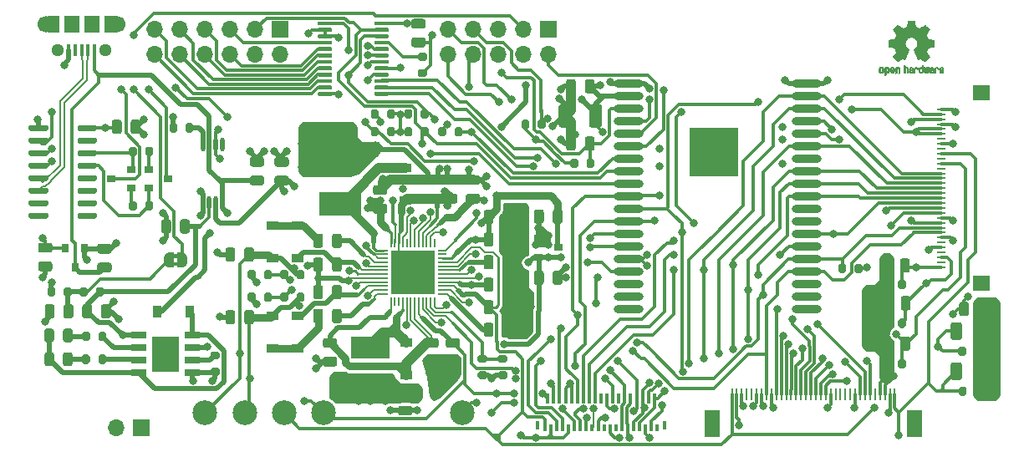
<source format=gtl>
%TF.GenerationSoftware,KiCad,Pcbnew,5.1.10*%
%TF.CreationDate,2021-08-25T21:36:30+02:00*%
%TF.ProjectId,epaper-breakout,65706170-6572-42d6-9272-65616b6f7574,rev?*%
%TF.SameCoordinates,Original*%
%TF.FileFunction,Copper,L1,Top*%
%TF.FilePolarity,Positive*%
%FSLAX46Y46*%
G04 Gerber Fmt 4.6, Leading zero omitted, Abs format (unit mm)*
G04 Created by KiCad (PCBNEW 5.1.10) date 2021-08-25 21:36:30*
%MOMM*%
%LPD*%
G01*
G04 APERTURE LIST*
%TA.AperFunction,EtchedComponent*%
%ADD10C,0.010000*%
%TD*%
%TA.AperFunction,EtchedComponent*%
%ADD11C,0.100000*%
%TD*%
%TA.AperFunction,SMDPad,CuDef*%
%ADD12R,0.812800X0.254000*%
%TD*%
%TA.AperFunction,SMDPad,CuDef*%
%ADD13R,1.701800X1.524000*%
%TD*%
%TA.AperFunction,SMDPad,CuDef*%
%ADD14R,1.600000X2.800000*%
%TD*%
%TA.AperFunction,SMDPad,CuDef*%
%ADD15R,0.250000X1.300000*%
%TD*%
%TA.AperFunction,SMDPad,CuDef*%
%ADD16R,0.400000X0.950000*%
%TD*%
%TA.AperFunction,SMDPad,CuDef*%
%ADD17R,0.300000X0.800000*%
%TD*%
%TA.AperFunction,SMDPad,CuDef*%
%ADD18R,0.300000X1.000000*%
%TD*%
%TA.AperFunction,ComponentPad*%
%ADD19O,1.700000X1.700000*%
%TD*%
%TA.AperFunction,ComponentPad*%
%ADD20R,1.700000X1.700000*%
%TD*%
%TA.AperFunction,SMDPad,CuDef*%
%ADD21C,2.500000*%
%TD*%
%TA.AperFunction,SMDPad,CuDef*%
%ADD22R,1.500000X1.700000*%
%TD*%
%TA.AperFunction,ComponentPad*%
%ADD23C,1.290000*%
%TD*%
%TA.AperFunction,SMDPad,CuDef*%
%ADD24R,0.400000X1.250000*%
%TD*%
%TA.AperFunction,ComponentPad*%
%ADD25C,1.700000*%
%TD*%
%TA.AperFunction,SMDPad,CuDef*%
%ADD26R,1.200000X1.700000*%
%TD*%
%TA.AperFunction,SMDPad,CuDef*%
%ADD27O,0.449999X1.400000*%
%TD*%
%TA.AperFunction,ComponentPad*%
%ADD28C,0.800000*%
%TD*%
%TA.AperFunction,SMDPad,CuDef*%
%ADD29R,5.000000X5.000000*%
%TD*%
%TA.AperFunction,SMDPad,CuDef*%
%ADD30O,3.000000X0.900000*%
%TD*%
%TA.AperFunction,ComponentPad*%
%ADD31C,0.508000*%
%TD*%
%TA.AperFunction,SMDPad,CuDef*%
%ADD32R,4.399999X4.399999*%
%TD*%
%TA.AperFunction,SMDPad,CuDef*%
%ADD33R,0.200000X0.850000*%
%TD*%
%TA.AperFunction,SMDPad,CuDef*%
%ADD34R,0.850000X0.200000*%
%TD*%
%TA.AperFunction,SMDPad,CuDef*%
%ADD35R,1.200000X0.900000*%
%TD*%
%TA.AperFunction,SMDPad,CuDef*%
%ADD36R,3.900000X2.200000*%
%TD*%
%TA.AperFunction,SMDPad,CuDef*%
%ADD37R,4.200000X2.400000*%
%TD*%
%TA.AperFunction,SMDPad,CuDef*%
%ADD38C,0.100000*%
%TD*%
%TA.AperFunction,SMDPad,CuDef*%
%ADD39R,0.900000X1.200000*%
%TD*%
%TA.AperFunction,SMDPad,CuDef*%
%ADD40R,0.800000X0.900000*%
%TD*%
%TA.AperFunction,SMDPad,CuDef*%
%ADD41R,1.500000X0.650000*%
%TD*%
%TA.AperFunction,SMDPad,CuDef*%
%ADD42R,2.700000X3.600000*%
%TD*%
%TA.AperFunction,SMDPad,CuDef*%
%ADD43R,0.900000X0.800000*%
%TD*%
%TA.AperFunction,ViaPad*%
%ADD44C,0.800000*%
%TD*%
%TA.AperFunction,Conductor*%
%ADD45C,1.000000*%
%TD*%
%TA.AperFunction,Conductor*%
%ADD46C,0.200000*%
%TD*%
%TA.AperFunction,Conductor*%
%ADD47C,0.300000*%
%TD*%
%TA.AperFunction,Conductor*%
%ADD48C,0.500000*%
%TD*%
%TA.AperFunction,Conductor*%
%ADD49C,0.750000*%
%TD*%
%TA.AperFunction,Conductor*%
%ADD50C,0.250000*%
%TD*%
%TA.AperFunction,Conductor*%
%ADD51C,0.254000*%
%TD*%
%TA.AperFunction,Conductor*%
%ADD52C,0.100000*%
%TD*%
G04 APERTURE END LIST*
D10*
G36*
X115603910Y-20742348D02*
G01*
X115682454Y-20742778D01*
X115739298Y-20743942D01*
X115778105Y-20746207D01*
X115802538Y-20749940D01*
X115816262Y-20755506D01*
X115822940Y-20763273D01*
X115826236Y-20773605D01*
X115826556Y-20774943D01*
X115831562Y-20799079D01*
X115840829Y-20846701D01*
X115853392Y-20912741D01*
X115868287Y-20992128D01*
X115884551Y-21079796D01*
X115885119Y-21082875D01*
X115901410Y-21168789D01*
X115916652Y-21244696D01*
X115929861Y-21306045D01*
X115940054Y-21348282D01*
X115946248Y-21366855D01*
X115946543Y-21367184D01*
X115964788Y-21376253D01*
X116002405Y-21391367D01*
X116051271Y-21409262D01*
X116051543Y-21409358D01*
X116113093Y-21432493D01*
X116185657Y-21461965D01*
X116254057Y-21491597D01*
X116257294Y-21493062D01*
X116368702Y-21543626D01*
X116615399Y-21375160D01*
X116691077Y-21323803D01*
X116759631Y-21277889D01*
X116817088Y-21240030D01*
X116859476Y-21212837D01*
X116882825Y-21198921D01*
X116885042Y-21197889D01*
X116902010Y-21202484D01*
X116933701Y-21224655D01*
X116981352Y-21265447D01*
X117046198Y-21325905D01*
X117112397Y-21390227D01*
X117176214Y-21453612D01*
X117233329Y-21511451D01*
X117280305Y-21560175D01*
X117313703Y-21596210D01*
X117330085Y-21615984D01*
X117330694Y-21617002D01*
X117332505Y-21630572D01*
X117325683Y-21652733D01*
X117308540Y-21686478D01*
X117279393Y-21734800D01*
X117236555Y-21800692D01*
X117179448Y-21885517D01*
X117128766Y-21960177D01*
X117083461Y-22027140D01*
X117046150Y-22082516D01*
X117019452Y-22122420D01*
X117005985Y-22142962D01*
X117005137Y-22144356D01*
X117006781Y-22164038D01*
X117019245Y-22202293D01*
X117040048Y-22251889D01*
X117047462Y-22267728D01*
X117079814Y-22338290D01*
X117114328Y-22418353D01*
X117142365Y-22487629D01*
X117162568Y-22539045D01*
X117178615Y-22578119D01*
X117187888Y-22598541D01*
X117189041Y-22600114D01*
X117206096Y-22602721D01*
X117246298Y-22609863D01*
X117304302Y-22620523D01*
X117374763Y-22633685D01*
X117452335Y-22648333D01*
X117531672Y-22663449D01*
X117607431Y-22678018D01*
X117674264Y-22691022D01*
X117726828Y-22701445D01*
X117759776Y-22708270D01*
X117767857Y-22710199D01*
X117776205Y-22714962D01*
X117782506Y-22725718D01*
X117787045Y-22746098D01*
X117790104Y-22779734D01*
X117791967Y-22830255D01*
X117792918Y-22901292D01*
X117793240Y-22996476D01*
X117793257Y-23035492D01*
X117793257Y-23352799D01*
X117717057Y-23367839D01*
X117674663Y-23375995D01*
X117611400Y-23387899D01*
X117534962Y-23402116D01*
X117453043Y-23417210D01*
X117430400Y-23421355D01*
X117354806Y-23436053D01*
X117288953Y-23450505D01*
X117238366Y-23463375D01*
X117208574Y-23473322D01*
X117203612Y-23476287D01*
X117191426Y-23497283D01*
X117173953Y-23537967D01*
X117154577Y-23590322D01*
X117150734Y-23601600D01*
X117125339Y-23671523D01*
X117093817Y-23750418D01*
X117062969Y-23821266D01*
X117062817Y-23821595D01*
X117011447Y-23932733D01*
X117180399Y-24181253D01*
X117349352Y-24429772D01*
X117132429Y-24647058D01*
X117066819Y-24711726D01*
X117006979Y-24768733D01*
X116956267Y-24815033D01*
X116918046Y-24847584D01*
X116895675Y-24863343D01*
X116892466Y-24864343D01*
X116873626Y-24856469D01*
X116835180Y-24834578D01*
X116781330Y-24801267D01*
X116716276Y-24759131D01*
X116645940Y-24711943D01*
X116574555Y-24663810D01*
X116510908Y-24621928D01*
X116459041Y-24588871D01*
X116422995Y-24567218D01*
X116406867Y-24559543D01*
X116387189Y-24566037D01*
X116349875Y-24583150D01*
X116302621Y-24607326D01*
X116297612Y-24610013D01*
X116233977Y-24641927D01*
X116190341Y-24657579D01*
X116163202Y-24657745D01*
X116149057Y-24643204D01*
X116148975Y-24643000D01*
X116141905Y-24625779D01*
X116125042Y-24584899D01*
X116099695Y-24523525D01*
X116067171Y-24444819D01*
X116028778Y-24351947D01*
X115985822Y-24248072D01*
X115944222Y-24147502D01*
X115898504Y-24036516D01*
X115856526Y-23933703D01*
X115819548Y-23842215D01*
X115788827Y-23765201D01*
X115765622Y-23705815D01*
X115751190Y-23667209D01*
X115746743Y-23652800D01*
X115757896Y-23636272D01*
X115787069Y-23609930D01*
X115825971Y-23580887D01*
X115936757Y-23489039D01*
X116023351Y-23383759D01*
X116084716Y-23267266D01*
X116119815Y-23141776D01*
X116127608Y-23009507D01*
X116121943Y-22948457D01*
X116091078Y-22821795D01*
X116037920Y-22709941D01*
X115965767Y-22614001D01*
X115877917Y-22535076D01*
X115777665Y-22474270D01*
X115668310Y-22432687D01*
X115553147Y-22411428D01*
X115435475Y-22411599D01*
X115318590Y-22434301D01*
X115205789Y-22480638D01*
X115100369Y-22551713D01*
X115056368Y-22591911D01*
X114971979Y-22695129D01*
X114913222Y-22807925D01*
X114879704Y-22927010D01*
X114871035Y-23049095D01*
X114886823Y-23170893D01*
X114926678Y-23289116D01*
X114990207Y-23400475D01*
X115077021Y-23501684D01*
X115174029Y-23580887D01*
X115214437Y-23611162D01*
X115242982Y-23637219D01*
X115253257Y-23652825D01*
X115247877Y-23669843D01*
X115232575Y-23710500D01*
X115208612Y-23771642D01*
X115177244Y-23850119D01*
X115139732Y-23942780D01*
X115097333Y-24046472D01*
X115055663Y-24147526D01*
X115009690Y-24258607D01*
X114967107Y-24361541D01*
X114929221Y-24453165D01*
X114897340Y-24530316D01*
X114872771Y-24589831D01*
X114856820Y-24628544D01*
X114850910Y-24643000D01*
X114836948Y-24657685D01*
X114809940Y-24657642D01*
X114766413Y-24642099D01*
X114702890Y-24610284D01*
X114702388Y-24610013D01*
X114654560Y-24585323D01*
X114615897Y-24567338D01*
X114594095Y-24559614D01*
X114593133Y-24559543D01*
X114576721Y-24567378D01*
X114540487Y-24589165D01*
X114488474Y-24622328D01*
X114424725Y-24664291D01*
X114354060Y-24711943D01*
X114282116Y-24760191D01*
X114217274Y-24802151D01*
X114163735Y-24835227D01*
X114125697Y-24856821D01*
X114107533Y-24864343D01*
X114090808Y-24854457D01*
X114057180Y-24826826D01*
X114010010Y-24784495D01*
X113952658Y-24730505D01*
X113888484Y-24667899D01*
X113867497Y-24646983D01*
X113650499Y-24429623D01*
X113815668Y-24187220D01*
X113865864Y-24112781D01*
X113909919Y-24045972D01*
X113945362Y-23990665D01*
X113969719Y-23950729D01*
X113980522Y-23930036D01*
X113980838Y-23928563D01*
X113975143Y-23909058D01*
X113959826Y-23869822D01*
X113937537Y-23817430D01*
X113921893Y-23782355D01*
X113892641Y-23715201D01*
X113865094Y-23647358D01*
X113843737Y-23590034D01*
X113837935Y-23572572D01*
X113821452Y-23525938D01*
X113805340Y-23489905D01*
X113796490Y-23476287D01*
X113776960Y-23467952D01*
X113734334Y-23456137D01*
X113674145Y-23442181D01*
X113601922Y-23427422D01*
X113569600Y-23421355D01*
X113487522Y-23406273D01*
X113408795Y-23391669D01*
X113341109Y-23378980D01*
X113292160Y-23369642D01*
X113282943Y-23367839D01*
X113206743Y-23352799D01*
X113206743Y-23035492D01*
X113206914Y-22931154D01*
X113207616Y-22852213D01*
X113209134Y-22795038D01*
X113211749Y-22755999D01*
X113215746Y-22731465D01*
X113221409Y-22717805D01*
X113229020Y-22711389D01*
X113232143Y-22710199D01*
X113250978Y-22705980D01*
X113292588Y-22697562D01*
X113351630Y-22685961D01*
X113422757Y-22672195D01*
X113500625Y-22657280D01*
X113579887Y-22642232D01*
X113655198Y-22628069D01*
X113721213Y-22615806D01*
X113772587Y-22606461D01*
X113803975Y-22601050D01*
X113810959Y-22600114D01*
X113817285Y-22587596D01*
X113831290Y-22554246D01*
X113850355Y-22506377D01*
X113857634Y-22487629D01*
X113886996Y-22415195D01*
X113921571Y-22335170D01*
X113952537Y-22267728D01*
X113975323Y-22216159D01*
X113990482Y-22173785D01*
X113995542Y-22147834D01*
X113994736Y-22144356D01*
X113984041Y-22127936D01*
X113959620Y-22091417D01*
X113924095Y-22038687D01*
X113880087Y-21973635D01*
X113830217Y-21900151D01*
X113820356Y-21885645D01*
X113762492Y-21799704D01*
X113719956Y-21734261D01*
X113691054Y-21686304D01*
X113674090Y-21652820D01*
X113667367Y-21630795D01*
X113669190Y-21617217D01*
X113669236Y-21617131D01*
X113683586Y-21599297D01*
X113715323Y-21564817D01*
X113761010Y-21517268D01*
X113817204Y-21460222D01*
X113880468Y-21397255D01*
X113887602Y-21390227D01*
X113967330Y-21313020D01*
X114028857Y-21256330D01*
X114073421Y-21219110D01*
X114102257Y-21200315D01*
X114114958Y-21197889D01*
X114133494Y-21208471D01*
X114171961Y-21232916D01*
X114226386Y-21268612D01*
X114292798Y-21312947D01*
X114367225Y-21363311D01*
X114384601Y-21375160D01*
X114631297Y-21543626D01*
X114742706Y-21493062D01*
X114810457Y-21463595D01*
X114883183Y-21433959D01*
X114945703Y-21410330D01*
X114948457Y-21409358D01*
X114997360Y-21391457D01*
X115035057Y-21376320D01*
X115053425Y-21367210D01*
X115053456Y-21367184D01*
X115059285Y-21350717D01*
X115069192Y-21310219D01*
X115082195Y-21250242D01*
X115097309Y-21175340D01*
X115113552Y-21090064D01*
X115114881Y-21082875D01*
X115131175Y-20995014D01*
X115146133Y-20915260D01*
X115158791Y-20848681D01*
X115168186Y-20800347D01*
X115173354Y-20775325D01*
X115173444Y-20774943D01*
X115176589Y-20764299D01*
X115182704Y-20756262D01*
X115195453Y-20750467D01*
X115218500Y-20746547D01*
X115255509Y-20744135D01*
X115310144Y-20742865D01*
X115386067Y-20742371D01*
X115486944Y-20742286D01*
X115500000Y-20742286D01*
X115603910Y-20742348D01*
G37*
X115603910Y-20742348D02*
X115682454Y-20742778D01*
X115739298Y-20743942D01*
X115778105Y-20746207D01*
X115802538Y-20749940D01*
X115816262Y-20755506D01*
X115822940Y-20763273D01*
X115826236Y-20773605D01*
X115826556Y-20774943D01*
X115831562Y-20799079D01*
X115840829Y-20846701D01*
X115853392Y-20912741D01*
X115868287Y-20992128D01*
X115884551Y-21079796D01*
X115885119Y-21082875D01*
X115901410Y-21168789D01*
X115916652Y-21244696D01*
X115929861Y-21306045D01*
X115940054Y-21348282D01*
X115946248Y-21366855D01*
X115946543Y-21367184D01*
X115964788Y-21376253D01*
X116002405Y-21391367D01*
X116051271Y-21409262D01*
X116051543Y-21409358D01*
X116113093Y-21432493D01*
X116185657Y-21461965D01*
X116254057Y-21491597D01*
X116257294Y-21493062D01*
X116368702Y-21543626D01*
X116615399Y-21375160D01*
X116691077Y-21323803D01*
X116759631Y-21277889D01*
X116817088Y-21240030D01*
X116859476Y-21212837D01*
X116882825Y-21198921D01*
X116885042Y-21197889D01*
X116902010Y-21202484D01*
X116933701Y-21224655D01*
X116981352Y-21265447D01*
X117046198Y-21325905D01*
X117112397Y-21390227D01*
X117176214Y-21453612D01*
X117233329Y-21511451D01*
X117280305Y-21560175D01*
X117313703Y-21596210D01*
X117330085Y-21615984D01*
X117330694Y-21617002D01*
X117332505Y-21630572D01*
X117325683Y-21652733D01*
X117308540Y-21686478D01*
X117279393Y-21734800D01*
X117236555Y-21800692D01*
X117179448Y-21885517D01*
X117128766Y-21960177D01*
X117083461Y-22027140D01*
X117046150Y-22082516D01*
X117019452Y-22122420D01*
X117005985Y-22142962D01*
X117005137Y-22144356D01*
X117006781Y-22164038D01*
X117019245Y-22202293D01*
X117040048Y-22251889D01*
X117047462Y-22267728D01*
X117079814Y-22338290D01*
X117114328Y-22418353D01*
X117142365Y-22487629D01*
X117162568Y-22539045D01*
X117178615Y-22578119D01*
X117187888Y-22598541D01*
X117189041Y-22600114D01*
X117206096Y-22602721D01*
X117246298Y-22609863D01*
X117304302Y-22620523D01*
X117374763Y-22633685D01*
X117452335Y-22648333D01*
X117531672Y-22663449D01*
X117607431Y-22678018D01*
X117674264Y-22691022D01*
X117726828Y-22701445D01*
X117759776Y-22708270D01*
X117767857Y-22710199D01*
X117776205Y-22714962D01*
X117782506Y-22725718D01*
X117787045Y-22746098D01*
X117790104Y-22779734D01*
X117791967Y-22830255D01*
X117792918Y-22901292D01*
X117793240Y-22996476D01*
X117793257Y-23035492D01*
X117793257Y-23352799D01*
X117717057Y-23367839D01*
X117674663Y-23375995D01*
X117611400Y-23387899D01*
X117534962Y-23402116D01*
X117453043Y-23417210D01*
X117430400Y-23421355D01*
X117354806Y-23436053D01*
X117288953Y-23450505D01*
X117238366Y-23463375D01*
X117208574Y-23473322D01*
X117203612Y-23476287D01*
X117191426Y-23497283D01*
X117173953Y-23537967D01*
X117154577Y-23590322D01*
X117150734Y-23601600D01*
X117125339Y-23671523D01*
X117093817Y-23750418D01*
X117062969Y-23821266D01*
X117062817Y-23821595D01*
X117011447Y-23932733D01*
X117180399Y-24181253D01*
X117349352Y-24429772D01*
X117132429Y-24647058D01*
X117066819Y-24711726D01*
X117006979Y-24768733D01*
X116956267Y-24815033D01*
X116918046Y-24847584D01*
X116895675Y-24863343D01*
X116892466Y-24864343D01*
X116873626Y-24856469D01*
X116835180Y-24834578D01*
X116781330Y-24801267D01*
X116716276Y-24759131D01*
X116645940Y-24711943D01*
X116574555Y-24663810D01*
X116510908Y-24621928D01*
X116459041Y-24588871D01*
X116422995Y-24567218D01*
X116406867Y-24559543D01*
X116387189Y-24566037D01*
X116349875Y-24583150D01*
X116302621Y-24607326D01*
X116297612Y-24610013D01*
X116233977Y-24641927D01*
X116190341Y-24657579D01*
X116163202Y-24657745D01*
X116149057Y-24643204D01*
X116148975Y-24643000D01*
X116141905Y-24625779D01*
X116125042Y-24584899D01*
X116099695Y-24523525D01*
X116067171Y-24444819D01*
X116028778Y-24351947D01*
X115985822Y-24248072D01*
X115944222Y-24147502D01*
X115898504Y-24036516D01*
X115856526Y-23933703D01*
X115819548Y-23842215D01*
X115788827Y-23765201D01*
X115765622Y-23705815D01*
X115751190Y-23667209D01*
X115746743Y-23652800D01*
X115757896Y-23636272D01*
X115787069Y-23609930D01*
X115825971Y-23580887D01*
X115936757Y-23489039D01*
X116023351Y-23383759D01*
X116084716Y-23267266D01*
X116119815Y-23141776D01*
X116127608Y-23009507D01*
X116121943Y-22948457D01*
X116091078Y-22821795D01*
X116037920Y-22709941D01*
X115965767Y-22614001D01*
X115877917Y-22535076D01*
X115777665Y-22474270D01*
X115668310Y-22432687D01*
X115553147Y-22411428D01*
X115435475Y-22411599D01*
X115318590Y-22434301D01*
X115205789Y-22480638D01*
X115100369Y-22551713D01*
X115056368Y-22591911D01*
X114971979Y-22695129D01*
X114913222Y-22807925D01*
X114879704Y-22927010D01*
X114871035Y-23049095D01*
X114886823Y-23170893D01*
X114926678Y-23289116D01*
X114990207Y-23400475D01*
X115077021Y-23501684D01*
X115174029Y-23580887D01*
X115214437Y-23611162D01*
X115242982Y-23637219D01*
X115253257Y-23652825D01*
X115247877Y-23669843D01*
X115232575Y-23710500D01*
X115208612Y-23771642D01*
X115177244Y-23850119D01*
X115139732Y-23942780D01*
X115097333Y-24046472D01*
X115055663Y-24147526D01*
X115009690Y-24258607D01*
X114967107Y-24361541D01*
X114929221Y-24453165D01*
X114897340Y-24530316D01*
X114872771Y-24589831D01*
X114856820Y-24628544D01*
X114850910Y-24643000D01*
X114836948Y-24657685D01*
X114809940Y-24657642D01*
X114766413Y-24642099D01*
X114702890Y-24610284D01*
X114702388Y-24610013D01*
X114654560Y-24585323D01*
X114615897Y-24567338D01*
X114594095Y-24559614D01*
X114593133Y-24559543D01*
X114576721Y-24567378D01*
X114540487Y-24589165D01*
X114488474Y-24622328D01*
X114424725Y-24664291D01*
X114354060Y-24711943D01*
X114282116Y-24760191D01*
X114217274Y-24802151D01*
X114163735Y-24835227D01*
X114125697Y-24856821D01*
X114107533Y-24864343D01*
X114090808Y-24854457D01*
X114057180Y-24826826D01*
X114010010Y-24784495D01*
X113952658Y-24730505D01*
X113888484Y-24667899D01*
X113867497Y-24646983D01*
X113650499Y-24429623D01*
X113815668Y-24187220D01*
X113865864Y-24112781D01*
X113909919Y-24045972D01*
X113945362Y-23990665D01*
X113969719Y-23950729D01*
X113980522Y-23930036D01*
X113980838Y-23928563D01*
X113975143Y-23909058D01*
X113959826Y-23869822D01*
X113937537Y-23817430D01*
X113921893Y-23782355D01*
X113892641Y-23715201D01*
X113865094Y-23647358D01*
X113843737Y-23590034D01*
X113837935Y-23572572D01*
X113821452Y-23525938D01*
X113805340Y-23489905D01*
X113796490Y-23476287D01*
X113776960Y-23467952D01*
X113734334Y-23456137D01*
X113674145Y-23442181D01*
X113601922Y-23427422D01*
X113569600Y-23421355D01*
X113487522Y-23406273D01*
X113408795Y-23391669D01*
X113341109Y-23378980D01*
X113292160Y-23369642D01*
X113282943Y-23367839D01*
X113206743Y-23352799D01*
X113206743Y-23035492D01*
X113206914Y-22931154D01*
X113207616Y-22852213D01*
X113209134Y-22795038D01*
X113211749Y-22755999D01*
X113215746Y-22731465D01*
X113221409Y-22717805D01*
X113229020Y-22711389D01*
X113232143Y-22710199D01*
X113250978Y-22705980D01*
X113292588Y-22697562D01*
X113351630Y-22685961D01*
X113422757Y-22672195D01*
X113500625Y-22657280D01*
X113579887Y-22642232D01*
X113655198Y-22628069D01*
X113721213Y-22615806D01*
X113772587Y-22606461D01*
X113803975Y-22601050D01*
X113810959Y-22600114D01*
X113817285Y-22587596D01*
X113831290Y-22554246D01*
X113850355Y-22506377D01*
X113857634Y-22487629D01*
X113886996Y-22415195D01*
X113921571Y-22335170D01*
X113952537Y-22267728D01*
X113975323Y-22216159D01*
X113990482Y-22173785D01*
X113995542Y-22147834D01*
X113994736Y-22144356D01*
X113984041Y-22127936D01*
X113959620Y-22091417D01*
X113924095Y-22038687D01*
X113880087Y-21973635D01*
X113830217Y-21900151D01*
X113820356Y-21885645D01*
X113762492Y-21799704D01*
X113719956Y-21734261D01*
X113691054Y-21686304D01*
X113674090Y-21652820D01*
X113667367Y-21630795D01*
X113669190Y-21617217D01*
X113669236Y-21617131D01*
X113683586Y-21599297D01*
X113715323Y-21564817D01*
X113761010Y-21517268D01*
X113817204Y-21460222D01*
X113880468Y-21397255D01*
X113887602Y-21390227D01*
X113967330Y-21313020D01*
X114028857Y-21256330D01*
X114073421Y-21219110D01*
X114102257Y-21200315D01*
X114114958Y-21197889D01*
X114133494Y-21208471D01*
X114171961Y-21232916D01*
X114226386Y-21268612D01*
X114292798Y-21312947D01*
X114367225Y-21363311D01*
X114384601Y-21375160D01*
X114631297Y-21543626D01*
X114742706Y-21493062D01*
X114810457Y-21463595D01*
X114883183Y-21433959D01*
X114945703Y-21410330D01*
X114948457Y-21409358D01*
X114997360Y-21391457D01*
X115035057Y-21376320D01*
X115053425Y-21367210D01*
X115053456Y-21367184D01*
X115059285Y-21350717D01*
X115069192Y-21310219D01*
X115082195Y-21250242D01*
X115097309Y-21175340D01*
X115113552Y-21090064D01*
X115114881Y-21082875D01*
X115131175Y-20995014D01*
X115146133Y-20915260D01*
X115158791Y-20848681D01*
X115168186Y-20800347D01*
X115173354Y-20775325D01*
X115173444Y-20774943D01*
X115176589Y-20764299D01*
X115182704Y-20756262D01*
X115195453Y-20750467D01*
X115218500Y-20746547D01*
X115255509Y-20744135D01*
X115310144Y-20742865D01*
X115386067Y-20742371D01*
X115486944Y-20742286D01*
X115500000Y-20742286D01*
X115603910Y-20742348D01*
G36*
X118653595Y-25466966D02*
G01*
X118711021Y-25504497D01*
X118738719Y-25538096D01*
X118760662Y-25599064D01*
X118762405Y-25647308D01*
X118758457Y-25711816D01*
X118609686Y-25776934D01*
X118537349Y-25810202D01*
X118490084Y-25836964D01*
X118465507Y-25860144D01*
X118461237Y-25882667D01*
X118474889Y-25907455D01*
X118489943Y-25923886D01*
X118533746Y-25950235D01*
X118581389Y-25952081D01*
X118625145Y-25931546D01*
X118657289Y-25890752D01*
X118663038Y-25876347D01*
X118690576Y-25831356D01*
X118722258Y-25812182D01*
X118765714Y-25795779D01*
X118765714Y-25857966D01*
X118761872Y-25900283D01*
X118746823Y-25935969D01*
X118715280Y-25976943D01*
X118710592Y-25982267D01*
X118675506Y-26018720D01*
X118645347Y-26038283D01*
X118607615Y-26047283D01*
X118576335Y-26050230D01*
X118520385Y-26050965D01*
X118480555Y-26041660D01*
X118455708Y-26027846D01*
X118416656Y-25997467D01*
X118389625Y-25964613D01*
X118372517Y-25923294D01*
X118363238Y-25867521D01*
X118359693Y-25791305D01*
X118359410Y-25752622D01*
X118360372Y-25706247D01*
X118448007Y-25706247D01*
X118449023Y-25731126D01*
X118451556Y-25735200D01*
X118468274Y-25729665D01*
X118504249Y-25715017D01*
X118552331Y-25694190D01*
X118562386Y-25689714D01*
X118623152Y-25658814D01*
X118656632Y-25631657D01*
X118663990Y-25606220D01*
X118646391Y-25580481D01*
X118631856Y-25569109D01*
X118579410Y-25546364D01*
X118530322Y-25550122D01*
X118489227Y-25577884D01*
X118460758Y-25627152D01*
X118451631Y-25666257D01*
X118448007Y-25706247D01*
X118360372Y-25706247D01*
X118361285Y-25662249D01*
X118368196Y-25595384D01*
X118381884Y-25546695D01*
X118404096Y-25510849D01*
X118436574Y-25482513D01*
X118450733Y-25473355D01*
X118515053Y-25449507D01*
X118585473Y-25448006D01*
X118653595Y-25466966D01*
G37*
X118653595Y-25466966D02*
X118711021Y-25504497D01*
X118738719Y-25538096D01*
X118760662Y-25599064D01*
X118762405Y-25647308D01*
X118758457Y-25711816D01*
X118609686Y-25776934D01*
X118537349Y-25810202D01*
X118490084Y-25836964D01*
X118465507Y-25860144D01*
X118461237Y-25882667D01*
X118474889Y-25907455D01*
X118489943Y-25923886D01*
X118533746Y-25950235D01*
X118581389Y-25952081D01*
X118625145Y-25931546D01*
X118657289Y-25890752D01*
X118663038Y-25876347D01*
X118690576Y-25831356D01*
X118722258Y-25812182D01*
X118765714Y-25795779D01*
X118765714Y-25857966D01*
X118761872Y-25900283D01*
X118746823Y-25935969D01*
X118715280Y-25976943D01*
X118710592Y-25982267D01*
X118675506Y-26018720D01*
X118645347Y-26038283D01*
X118607615Y-26047283D01*
X118576335Y-26050230D01*
X118520385Y-26050965D01*
X118480555Y-26041660D01*
X118455708Y-26027846D01*
X118416656Y-25997467D01*
X118389625Y-25964613D01*
X118372517Y-25923294D01*
X118363238Y-25867521D01*
X118359693Y-25791305D01*
X118359410Y-25752622D01*
X118360372Y-25706247D01*
X118448007Y-25706247D01*
X118449023Y-25731126D01*
X118451556Y-25735200D01*
X118468274Y-25729665D01*
X118504249Y-25715017D01*
X118552331Y-25694190D01*
X118562386Y-25689714D01*
X118623152Y-25658814D01*
X118656632Y-25631657D01*
X118663990Y-25606220D01*
X118646391Y-25580481D01*
X118631856Y-25569109D01*
X118579410Y-25546364D01*
X118530322Y-25550122D01*
X118489227Y-25577884D01*
X118460758Y-25627152D01*
X118451631Y-25666257D01*
X118448007Y-25706247D01*
X118360372Y-25706247D01*
X118361285Y-25662249D01*
X118368196Y-25595384D01*
X118381884Y-25546695D01*
X118404096Y-25510849D01*
X118436574Y-25482513D01*
X118450733Y-25473355D01*
X118515053Y-25449507D01*
X118585473Y-25448006D01*
X118653595Y-25466966D01*
G36*
X118152600Y-25458752D02*
G01*
X118169948Y-25466334D01*
X118211356Y-25499128D01*
X118246765Y-25546547D01*
X118268664Y-25597151D01*
X118272229Y-25622098D01*
X118260279Y-25656927D01*
X118234067Y-25675357D01*
X118205964Y-25686516D01*
X118193095Y-25688572D01*
X118186829Y-25673649D01*
X118174456Y-25641175D01*
X118169028Y-25626502D01*
X118138590Y-25575744D01*
X118094520Y-25550427D01*
X118038010Y-25551206D01*
X118033825Y-25552203D01*
X118003655Y-25566507D01*
X117981476Y-25594393D01*
X117966327Y-25639287D01*
X117957250Y-25704615D01*
X117953286Y-25793804D01*
X117952914Y-25841261D01*
X117952730Y-25916071D01*
X117951522Y-25967069D01*
X117948309Y-25999471D01*
X117942109Y-26018495D01*
X117931940Y-26029356D01*
X117916819Y-26037272D01*
X117915946Y-26037670D01*
X117886828Y-26049981D01*
X117872403Y-26054514D01*
X117870186Y-26040809D01*
X117868289Y-26002925D01*
X117866847Y-25945715D01*
X117865998Y-25874027D01*
X117865829Y-25821565D01*
X117866692Y-25720047D01*
X117870070Y-25643032D01*
X117877142Y-25586023D01*
X117889088Y-25544526D01*
X117907090Y-25514043D01*
X117932327Y-25490080D01*
X117957247Y-25473355D01*
X118017171Y-25451097D01*
X118086911Y-25446076D01*
X118152600Y-25458752D01*
G37*
X118152600Y-25458752D02*
X118169948Y-25466334D01*
X118211356Y-25499128D01*
X118246765Y-25546547D01*
X118268664Y-25597151D01*
X118272229Y-25622098D01*
X118260279Y-25656927D01*
X118234067Y-25675357D01*
X118205964Y-25686516D01*
X118193095Y-25688572D01*
X118186829Y-25673649D01*
X118174456Y-25641175D01*
X118169028Y-25626502D01*
X118138590Y-25575744D01*
X118094520Y-25550427D01*
X118038010Y-25551206D01*
X118033825Y-25552203D01*
X118003655Y-25566507D01*
X117981476Y-25594393D01*
X117966327Y-25639287D01*
X117957250Y-25704615D01*
X117953286Y-25793804D01*
X117952914Y-25841261D01*
X117952730Y-25916071D01*
X117951522Y-25967069D01*
X117948309Y-25999471D01*
X117942109Y-26018495D01*
X117931940Y-26029356D01*
X117916819Y-26037272D01*
X117915946Y-26037670D01*
X117886828Y-26049981D01*
X117872403Y-26054514D01*
X117870186Y-26040809D01*
X117868289Y-26002925D01*
X117866847Y-25945715D01*
X117865998Y-25874027D01*
X117865829Y-25821565D01*
X117866692Y-25720047D01*
X117870070Y-25643032D01*
X117877142Y-25586023D01*
X117889088Y-25544526D01*
X117907090Y-25514043D01*
X117932327Y-25490080D01*
X117957247Y-25473355D01*
X118017171Y-25451097D01*
X118086911Y-25446076D01*
X118152600Y-25458752D01*
G36*
X117644876Y-25456335D02*
G01*
X117686667Y-25475344D01*
X117719469Y-25498378D01*
X117743503Y-25524133D01*
X117760097Y-25557358D01*
X117770577Y-25602800D01*
X117776271Y-25665207D01*
X117778507Y-25749327D01*
X117778743Y-25804721D01*
X117778743Y-26020826D01*
X117741774Y-26037670D01*
X117712656Y-26049981D01*
X117698231Y-26054514D01*
X117695472Y-26041025D01*
X117693282Y-26004653D01*
X117691942Y-25951542D01*
X117691657Y-25909372D01*
X117690434Y-25848447D01*
X117687136Y-25800115D01*
X117682321Y-25770518D01*
X117678496Y-25764229D01*
X117652783Y-25770652D01*
X117612418Y-25787125D01*
X117565679Y-25809458D01*
X117520845Y-25833457D01*
X117486193Y-25854930D01*
X117470002Y-25869685D01*
X117469938Y-25869845D01*
X117471330Y-25897152D01*
X117483818Y-25923219D01*
X117505743Y-25944392D01*
X117537743Y-25951474D01*
X117565092Y-25950649D01*
X117603826Y-25950042D01*
X117624158Y-25959116D01*
X117636369Y-25983092D01*
X117637909Y-25987613D01*
X117643203Y-26021806D01*
X117629047Y-26042568D01*
X117592148Y-26052462D01*
X117552289Y-26054292D01*
X117480562Y-26040727D01*
X117443432Y-26021355D01*
X117397576Y-25975845D01*
X117373256Y-25919983D01*
X117371073Y-25860957D01*
X117391629Y-25805953D01*
X117422549Y-25771486D01*
X117453420Y-25752189D01*
X117501942Y-25727759D01*
X117558485Y-25702985D01*
X117567910Y-25699199D01*
X117630019Y-25671791D01*
X117665822Y-25647634D01*
X117677337Y-25623619D01*
X117666580Y-25596635D01*
X117648114Y-25575543D01*
X117604469Y-25549572D01*
X117556446Y-25547624D01*
X117512406Y-25567637D01*
X117480709Y-25607551D01*
X117476549Y-25617848D01*
X117452327Y-25655724D01*
X117416965Y-25683842D01*
X117372343Y-25706917D01*
X117372343Y-25641485D01*
X117374969Y-25601506D01*
X117386230Y-25569997D01*
X117411199Y-25536378D01*
X117435169Y-25510484D01*
X117472441Y-25473817D01*
X117501401Y-25454121D01*
X117532505Y-25446220D01*
X117567713Y-25444914D01*
X117644876Y-25456335D01*
G37*
X117644876Y-25456335D02*
X117686667Y-25475344D01*
X117719469Y-25498378D01*
X117743503Y-25524133D01*
X117760097Y-25557358D01*
X117770577Y-25602800D01*
X117776271Y-25665207D01*
X117778507Y-25749327D01*
X117778743Y-25804721D01*
X117778743Y-26020826D01*
X117741774Y-26037670D01*
X117712656Y-26049981D01*
X117698231Y-26054514D01*
X117695472Y-26041025D01*
X117693282Y-26004653D01*
X117691942Y-25951542D01*
X117691657Y-25909372D01*
X117690434Y-25848447D01*
X117687136Y-25800115D01*
X117682321Y-25770518D01*
X117678496Y-25764229D01*
X117652783Y-25770652D01*
X117612418Y-25787125D01*
X117565679Y-25809458D01*
X117520845Y-25833457D01*
X117486193Y-25854930D01*
X117470002Y-25869685D01*
X117469938Y-25869845D01*
X117471330Y-25897152D01*
X117483818Y-25923219D01*
X117505743Y-25944392D01*
X117537743Y-25951474D01*
X117565092Y-25950649D01*
X117603826Y-25950042D01*
X117624158Y-25959116D01*
X117636369Y-25983092D01*
X117637909Y-25987613D01*
X117643203Y-26021806D01*
X117629047Y-26042568D01*
X117592148Y-26052462D01*
X117552289Y-26054292D01*
X117480562Y-26040727D01*
X117443432Y-26021355D01*
X117397576Y-25975845D01*
X117373256Y-25919983D01*
X117371073Y-25860957D01*
X117391629Y-25805953D01*
X117422549Y-25771486D01*
X117453420Y-25752189D01*
X117501942Y-25727759D01*
X117558485Y-25702985D01*
X117567910Y-25699199D01*
X117630019Y-25671791D01*
X117665822Y-25647634D01*
X117677337Y-25623619D01*
X117666580Y-25596635D01*
X117648114Y-25575543D01*
X117604469Y-25549572D01*
X117556446Y-25547624D01*
X117512406Y-25567637D01*
X117480709Y-25607551D01*
X117476549Y-25617848D01*
X117452327Y-25655724D01*
X117416965Y-25683842D01*
X117372343Y-25706917D01*
X117372343Y-25641485D01*
X117374969Y-25601506D01*
X117386230Y-25569997D01*
X117411199Y-25536378D01*
X117435169Y-25510484D01*
X117472441Y-25473817D01*
X117501401Y-25454121D01*
X117532505Y-25446220D01*
X117567713Y-25444914D01*
X117644876Y-25456335D01*
G36*
X117279833Y-25458663D02*
G01*
X117282048Y-25496850D01*
X117283784Y-25554886D01*
X117284899Y-25628180D01*
X117285257Y-25705055D01*
X117285257Y-25965196D01*
X117239326Y-26011127D01*
X117207675Y-26039429D01*
X117179890Y-26050893D01*
X117141915Y-26050168D01*
X117126840Y-26048321D01*
X117079726Y-26042948D01*
X117040756Y-26039869D01*
X117031257Y-26039585D01*
X116999233Y-26041445D01*
X116953432Y-26046114D01*
X116935674Y-26048321D01*
X116892057Y-26051735D01*
X116862745Y-26044320D01*
X116833680Y-26021427D01*
X116823188Y-26011127D01*
X116777257Y-25965196D01*
X116777257Y-25478602D01*
X116814226Y-25461758D01*
X116846059Y-25449282D01*
X116864683Y-25444914D01*
X116869458Y-25458718D01*
X116873921Y-25497286D01*
X116877775Y-25556356D01*
X116880722Y-25631663D01*
X116882143Y-25695286D01*
X116886114Y-25945657D01*
X116920759Y-25950556D01*
X116952268Y-25947131D01*
X116967708Y-25936041D01*
X116972023Y-25915308D01*
X116975708Y-25871145D01*
X116978469Y-25809146D01*
X116980012Y-25734909D01*
X116980235Y-25696706D01*
X116980457Y-25476783D01*
X117026166Y-25460849D01*
X117058518Y-25450015D01*
X117076115Y-25444962D01*
X117076623Y-25444914D01*
X117078388Y-25458648D01*
X117080329Y-25496730D01*
X117082282Y-25554482D01*
X117084084Y-25627227D01*
X117085343Y-25695286D01*
X117089314Y-25945657D01*
X117176400Y-25945657D01*
X117180396Y-25717240D01*
X117184392Y-25488822D01*
X117226847Y-25466868D01*
X117258192Y-25451793D01*
X117276744Y-25444951D01*
X117277279Y-25444914D01*
X117279833Y-25458663D01*
G37*
X117279833Y-25458663D02*
X117282048Y-25496850D01*
X117283784Y-25554886D01*
X117284899Y-25628180D01*
X117285257Y-25705055D01*
X117285257Y-25965196D01*
X117239326Y-26011127D01*
X117207675Y-26039429D01*
X117179890Y-26050893D01*
X117141915Y-26050168D01*
X117126840Y-26048321D01*
X117079726Y-26042948D01*
X117040756Y-26039869D01*
X117031257Y-26039585D01*
X116999233Y-26041445D01*
X116953432Y-26046114D01*
X116935674Y-26048321D01*
X116892057Y-26051735D01*
X116862745Y-26044320D01*
X116833680Y-26021427D01*
X116823188Y-26011127D01*
X116777257Y-25965196D01*
X116777257Y-25478602D01*
X116814226Y-25461758D01*
X116846059Y-25449282D01*
X116864683Y-25444914D01*
X116869458Y-25458718D01*
X116873921Y-25497286D01*
X116877775Y-25556356D01*
X116880722Y-25631663D01*
X116882143Y-25695286D01*
X116886114Y-25945657D01*
X116920759Y-25950556D01*
X116952268Y-25947131D01*
X116967708Y-25936041D01*
X116972023Y-25915308D01*
X116975708Y-25871145D01*
X116978469Y-25809146D01*
X116980012Y-25734909D01*
X116980235Y-25696706D01*
X116980457Y-25476783D01*
X117026166Y-25460849D01*
X117058518Y-25450015D01*
X117076115Y-25444962D01*
X117076623Y-25444914D01*
X117078388Y-25458648D01*
X117080329Y-25496730D01*
X117082282Y-25554482D01*
X117084084Y-25627227D01*
X117085343Y-25695286D01*
X117089314Y-25945657D01*
X117176400Y-25945657D01*
X117180396Y-25717240D01*
X117184392Y-25488822D01*
X117226847Y-25466868D01*
X117258192Y-25451793D01*
X117276744Y-25444951D01*
X117277279Y-25444914D01*
X117279833Y-25458663D01*
G36*
X116690117Y-25565358D02*
G01*
X116689933Y-25673837D01*
X116689219Y-25757287D01*
X116687675Y-25819704D01*
X116685001Y-25865085D01*
X116680894Y-25897429D01*
X116675055Y-25920733D01*
X116667182Y-25938995D01*
X116661221Y-25949418D01*
X116611855Y-26005945D01*
X116549264Y-26041377D01*
X116480013Y-26054090D01*
X116410668Y-26042463D01*
X116369375Y-26021568D01*
X116326025Y-25985422D01*
X116296481Y-25941276D01*
X116278655Y-25883462D01*
X116270463Y-25806313D01*
X116269302Y-25749714D01*
X116269458Y-25745647D01*
X116370857Y-25745647D01*
X116371476Y-25810550D01*
X116374314Y-25853514D01*
X116380840Y-25881622D01*
X116392523Y-25901953D01*
X116406483Y-25917288D01*
X116453365Y-25946890D01*
X116503701Y-25949419D01*
X116551276Y-25924705D01*
X116554979Y-25921356D01*
X116570783Y-25903935D01*
X116580693Y-25883209D01*
X116586058Y-25852362D01*
X116588228Y-25804577D01*
X116588571Y-25751748D01*
X116587827Y-25685381D01*
X116584748Y-25641106D01*
X116578061Y-25612009D01*
X116566496Y-25591173D01*
X116557013Y-25580107D01*
X116512960Y-25552198D01*
X116462224Y-25548843D01*
X116413796Y-25570159D01*
X116404450Y-25578073D01*
X116388540Y-25595647D01*
X116378610Y-25616587D01*
X116373278Y-25647782D01*
X116371163Y-25696122D01*
X116370857Y-25745647D01*
X116269458Y-25745647D01*
X116272810Y-25658568D01*
X116284726Y-25590086D01*
X116307135Y-25538600D01*
X116342124Y-25498443D01*
X116369375Y-25477861D01*
X116418907Y-25455625D01*
X116476316Y-25445304D01*
X116529682Y-25448067D01*
X116559543Y-25459212D01*
X116571261Y-25462383D01*
X116579037Y-25450557D01*
X116584465Y-25418866D01*
X116588571Y-25370593D01*
X116593067Y-25316829D01*
X116599313Y-25284482D01*
X116610676Y-25265985D01*
X116630528Y-25253770D01*
X116643000Y-25248362D01*
X116690171Y-25228601D01*
X116690117Y-25565358D01*
G37*
X116690117Y-25565358D02*
X116689933Y-25673837D01*
X116689219Y-25757287D01*
X116687675Y-25819704D01*
X116685001Y-25865085D01*
X116680894Y-25897429D01*
X116675055Y-25920733D01*
X116667182Y-25938995D01*
X116661221Y-25949418D01*
X116611855Y-26005945D01*
X116549264Y-26041377D01*
X116480013Y-26054090D01*
X116410668Y-26042463D01*
X116369375Y-26021568D01*
X116326025Y-25985422D01*
X116296481Y-25941276D01*
X116278655Y-25883462D01*
X116270463Y-25806313D01*
X116269302Y-25749714D01*
X116269458Y-25745647D01*
X116370857Y-25745647D01*
X116371476Y-25810550D01*
X116374314Y-25853514D01*
X116380840Y-25881622D01*
X116392523Y-25901953D01*
X116406483Y-25917288D01*
X116453365Y-25946890D01*
X116503701Y-25949419D01*
X116551276Y-25924705D01*
X116554979Y-25921356D01*
X116570783Y-25903935D01*
X116580693Y-25883209D01*
X116586058Y-25852362D01*
X116588228Y-25804577D01*
X116588571Y-25751748D01*
X116587827Y-25685381D01*
X116584748Y-25641106D01*
X116578061Y-25612009D01*
X116566496Y-25591173D01*
X116557013Y-25580107D01*
X116512960Y-25552198D01*
X116462224Y-25548843D01*
X116413796Y-25570159D01*
X116404450Y-25578073D01*
X116388540Y-25595647D01*
X116378610Y-25616587D01*
X116373278Y-25647782D01*
X116371163Y-25696122D01*
X116370857Y-25745647D01*
X116269458Y-25745647D01*
X116272810Y-25658568D01*
X116284726Y-25590086D01*
X116307135Y-25538600D01*
X116342124Y-25498443D01*
X116369375Y-25477861D01*
X116418907Y-25455625D01*
X116476316Y-25445304D01*
X116529682Y-25448067D01*
X116559543Y-25459212D01*
X116571261Y-25462383D01*
X116579037Y-25450557D01*
X116584465Y-25418866D01*
X116588571Y-25370593D01*
X116593067Y-25316829D01*
X116599313Y-25284482D01*
X116610676Y-25265985D01*
X116630528Y-25253770D01*
X116643000Y-25248362D01*
X116690171Y-25228601D01*
X116690117Y-25565358D01*
G36*
X116029926Y-25449755D02*
G01*
X116095858Y-25474084D01*
X116149273Y-25517117D01*
X116170164Y-25547409D01*
X116192939Y-25602994D01*
X116192466Y-25643186D01*
X116168562Y-25670217D01*
X116159717Y-25674813D01*
X116121530Y-25689144D01*
X116102028Y-25685472D01*
X116095422Y-25661407D01*
X116095086Y-25648114D01*
X116082992Y-25599210D01*
X116051471Y-25564999D01*
X116007659Y-25548476D01*
X115958695Y-25552634D01*
X115918894Y-25574227D01*
X115905450Y-25586544D01*
X115895921Y-25601487D01*
X115889485Y-25624075D01*
X115885317Y-25659328D01*
X115882597Y-25712266D01*
X115880502Y-25787907D01*
X115879960Y-25811857D01*
X115877981Y-25893790D01*
X115875731Y-25951455D01*
X115872357Y-25989608D01*
X115867006Y-26013004D01*
X115858824Y-26026398D01*
X115846959Y-26034545D01*
X115839362Y-26038144D01*
X115807102Y-26050452D01*
X115788111Y-26054514D01*
X115781836Y-26040948D01*
X115778006Y-25999934D01*
X115776600Y-25930999D01*
X115777598Y-25833669D01*
X115777908Y-25818657D01*
X115780101Y-25729859D01*
X115782693Y-25665019D01*
X115786382Y-25619067D01*
X115791864Y-25586935D01*
X115799835Y-25563553D01*
X115810993Y-25543852D01*
X115816830Y-25535410D01*
X115850296Y-25498057D01*
X115887727Y-25469003D01*
X115892309Y-25466467D01*
X115959426Y-25446443D01*
X116029926Y-25449755D01*
G37*
X116029926Y-25449755D02*
X116095858Y-25474084D01*
X116149273Y-25517117D01*
X116170164Y-25547409D01*
X116192939Y-25602994D01*
X116192466Y-25643186D01*
X116168562Y-25670217D01*
X116159717Y-25674813D01*
X116121530Y-25689144D01*
X116102028Y-25685472D01*
X116095422Y-25661407D01*
X116095086Y-25648114D01*
X116082992Y-25599210D01*
X116051471Y-25564999D01*
X116007659Y-25548476D01*
X115958695Y-25552634D01*
X115918894Y-25574227D01*
X115905450Y-25586544D01*
X115895921Y-25601487D01*
X115889485Y-25624075D01*
X115885317Y-25659328D01*
X115882597Y-25712266D01*
X115880502Y-25787907D01*
X115879960Y-25811857D01*
X115877981Y-25893790D01*
X115875731Y-25951455D01*
X115872357Y-25989608D01*
X115867006Y-26013004D01*
X115858824Y-26026398D01*
X115846959Y-26034545D01*
X115839362Y-26038144D01*
X115807102Y-26050452D01*
X115788111Y-26054514D01*
X115781836Y-26040948D01*
X115778006Y-25999934D01*
X115776600Y-25930999D01*
X115777598Y-25833669D01*
X115777908Y-25818657D01*
X115780101Y-25729859D01*
X115782693Y-25665019D01*
X115786382Y-25619067D01*
X115791864Y-25586935D01*
X115799835Y-25563553D01*
X115810993Y-25543852D01*
X115816830Y-25535410D01*
X115850296Y-25498057D01*
X115887727Y-25469003D01*
X115892309Y-25466467D01*
X115959426Y-25446443D01*
X116029926Y-25449755D01*
G36*
X115539744Y-25450968D02*
G01*
X115596616Y-25472087D01*
X115597267Y-25472493D01*
X115632440Y-25498380D01*
X115658407Y-25528633D01*
X115676670Y-25568058D01*
X115688732Y-25621462D01*
X115696096Y-25693651D01*
X115700264Y-25789432D01*
X115700629Y-25803078D01*
X115705876Y-26008842D01*
X115661716Y-26031678D01*
X115629763Y-26047110D01*
X115610470Y-26054423D01*
X115609578Y-26054514D01*
X115606239Y-26041022D01*
X115603587Y-26004626D01*
X115601956Y-25951452D01*
X115601600Y-25908393D01*
X115601592Y-25838641D01*
X115598403Y-25794837D01*
X115587288Y-25773944D01*
X115563501Y-25772925D01*
X115522296Y-25788741D01*
X115460086Y-25817815D01*
X115414341Y-25841963D01*
X115390813Y-25862913D01*
X115383896Y-25885747D01*
X115383886Y-25886877D01*
X115395299Y-25926212D01*
X115429092Y-25947462D01*
X115480809Y-25950539D01*
X115518061Y-25950006D01*
X115537703Y-25960735D01*
X115549952Y-25986505D01*
X115557002Y-26019337D01*
X115546842Y-26037966D01*
X115543017Y-26040632D01*
X115507001Y-26051340D01*
X115456566Y-26052856D01*
X115404626Y-26045759D01*
X115367822Y-26032788D01*
X115316938Y-25989585D01*
X115288014Y-25929446D01*
X115282286Y-25882462D01*
X115286657Y-25840082D01*
X115302475Y-25805488D01*
X115333797Y-25774763D01*
X115384678Y-25743990D01*
X115459176Y-25709252D01*
X115463714Y-25707288D01*
X115530821Y-25676287D01*
X115572232Y-25650862D01*
X115589981Y-25628014D01*
X115586107Y-25604745D01*
X115562643Y-25578056D01*
X115555627Y-25571914D01*
X115508630Y-25548100D01*
X115459933Y-25549103D01*
X115417522Y-25572451D01*
X115389384Y-25615675D01*
X115386769Y-25624160D01*
X115361308Y-25665308D01*
X115329001Y-25685128D01*
X115282286Y-25704770D01*
X115282286Y-25653950D01*
X115296496Y-25580082D01*
X115338675Y-25512327D01*
X115360624Y-25489661D01*
X115410517Y-25460569D01*
X115473967Y-25447400D01*
X115539744Y-25450968D01*
G37*
X115539744Y-25450968D02*
X115596616Y-25472087D01*
X115597267Y-25472493D01*
X115632440Y-25498380D01*
X115658407Y-25528633D01*
X115676670Y-25568058D01*
X115688732Y-25621462D01*
X115696096Y-25693651D01*
X115700264Y-25789432D01*
X115700629Y-25803078D01*
X115705876Y-26008842D01*
X115661716Y-26031678D01*
X115629763Y-26047110D01*
X115610470Y-26054423D01*
X115609578Y-26054514D01*
X115606239Y-26041022D01*
X115603587Y-26004626D01*
X115601956Y-25951452D01*
X115601600Y-25908393D01*
X115601592Y-25838641D01*
X115598403Y-25794837D01*
X115587288Y-25773944D01*
X115563501Y-25772925D01*
X115522296Y-25788741D01*
X115460086Y-25817815D01*
X115414341Y-25841963D01*
X115390813Y-25862913D01*
X115383896Y-25885747D01*
X115383886Y-25886877D01*
X115395299Y-25926212D01*
X115429092Y-25947462D01*
X115480809Y-25950539D01*
X115518061Y-25950006D01*
X115537703Y-25960735D01*
X115549952Y-25986505D01*
X115557002Y-26019337D01*
X115546842Y-26037966D01*
X115543017Y-26040632D01*
X115507001Y-26051340D01*
X115456566Y-26052856D01*
X115404626Y-26045759D01*
X115367822Y-26032788D01*
X115316938Y-25989585D01*
X115288014Y-25929446D01*
X115282286Y-25882462D01*
X115286657Y-25840082D01*
X115302475Y-25805488D01*
X115333797Y-25774763D01*
X115384678Y-25743990D01*
X115459176Y-25709252D01*
X115463714Y-25707288D01*
X115530821Y-25676287D01*
X115572232Y-25650862D01*
X115589981Y-25628014D01*
X115586107Y-25604745D01*
X115562643Y-25578056D01*
X115555627Y-25571914D01*
X115508630Y-25548100D01*
X115459933Y-25549103D01*
X115417522Y-25572451D01*
X115389384Y-25615675D01*
X115386769Y-25624160D01*
X115361308Y-25665308D01*
X115329001Y-25685128D01*
X115282286Y-25704770D01*
X115282286Y-25653950D01*
X115296496Y-25580082D01*
X115338675Y-25512327D01*
X115360624Y-25489661D01*
X115410517Y-25460569D01*
X115473967Y-25447400D01*
X115539744Y-25450968D01*
G36*
X114875886Y-25351289D02*
G01*
X114880139Y-25410613D01*
X114885025Y-25445572D01*
X114891795Y-25460820D01*
X114901702Y-25461015D01*
X114904914Y-25459195D01*
X114947644Y-25446015D01*
X115003227Y-25446785D01*
X115059737Y-25460333D01*
X115095082Y-25477861D01*
X115131321Y-25505861D01*
X115157813Y-25537549D01*
X115175999Y-25577813D01*
X115187322Y-25631543D01*
X115193222Y-25703626D01*
X115195143Y-25798951D01*
X115195177Y-25817237D01*
X115195200Y-26022646D01*
X115149491Y-26038580D01*
X115117027Y-26049420D01*
X115099215Y-26054468D01*
X115098691Y-26054514D01*
X115096937Y-26040828D01*
X115095444Y-26003076D01*
X115094326Y-25946224D01*
X115093697Y-25875234D01*
X115093600Y-25832073D01*
X115093398Y-25746973D01*
X115092358Y-25685981D01*
X115089831Y-25644177D01*
X115085164Y-25616642D01*
X115077707Y-25598456D01*
X115066811Y-25584698D01*
X115060007Y-25578073D01*
X115013272Y-25551375D01*
X114962272Y-25549375D01*
X114916001Y-25571955D01*
X114907444Y-25580107D01*
X114894893Y-25595436D01*
X114886188Y-25613618D01*
X114880631Y-25639909D01*
X114877526Y-25679562D01*
X114876176Y-25737832D01*
X114875886Y-25818173D01*
X114875886Y-26022646D01*
X114830177Y-26038580D01*
X114797713Y-26049420D01*
X114779901Y-26054468D01*
X114779377Y-26054514D01*
X114778037Y-26040623D01*
X114776828Y-26001439D01*
X114775801Y-25940700D01*
X114775002Y-25862141D01*
X114774481Y-25769498D01*
X114774286Y-25666509D01*
X114774286Y-25269342D01*
X114821457Y-25249444D01*
X114868629Y-25229547D01*
X114875886Y-25351289D01*
G37*
X114875886Y-25351289D02*
X114880139Y-25410613D01*
X114885025Y-25445572D01*
X114891795Y-25460820D01*
X114901702Y-25461015D01*
X114904914Y-25459195D01*
X114947644Y-25446015D01*
X115003227Y-25446785D01*
X115059737Y-25460333D01*
X115095082Y-25477861D01*
X115131321Y-25505861D01*
X115157813Y-25537549D01*
X115175999Y-25577813D01*
X115187322Y-25631543D01*
X115193222Y-25703626D01*
X115195143Y-25798951D01*
X115195177Y-25817237D01*
X115195200Y-26022646D01*
X115149491Y-26038580D01*
X115117027Y-26049420D01*
X115099215Y-26054468D01*
X115098691Y-26054514D01*
X115096937Y-26040828D01*
X115095444Y-26003076D01*
X115094326Y-25946224D01*
X115093697Y-25875234D01*
X115093600Y-25832073D01*
X115093398Y-25746973D01*
X115092358Y-25685981D01*
X115089831Y-25644177D01*
X115085164Y-25616642D01*
X115077707Y-25598456D01*
X115066811Y-25584698D01*
X115060007Y-25578073D01*
X115013272Y-25551375D01*
X114962272Y-25549375D01*
X114916001Y-25571955D01*
X114907444Y-25580107D01*
X114894893Y-25595436D01*
X114886188Y-25613618D01*
X114880631Y-25639909D01*
X114877526Y-25679562D01*
X114876176Y-25737832D01*
X114875886Y-25818173D01*
X114875886Y-26022646D01*
X114830177Y-26038580D01*
X114797713Y-26049420D01*
X114779901Y-26054468D01*
X114779377Y-26054514D01*
X114778037Y-26040623D01*
X114776828Y-26001439D01*
X114775801Y-25940700D01*
X114775002Y-25862141D01*
X114774481Y-25769498D01*
X114774286Y-25666509D01*
X114774286Y-25269342D01*
X114821457Y-25249444D01*
X114868629Y-25229547D01*
X114875886Y-25351289D01*
G36*
X113668303Y-25431239D02*
G01*
X113725527Y-25469735D01*
X113769749Y-25525335D01*
X113796167Y-25596086D01*
X113801510Y-25648162D01*
X113800903Y-25669893D01*
X113795822Y-25686531D01*
X113781855Y-25701437D01*
X113754589Y-25717973D01*
X113709612Y-25739498D01*
X113642511Y-25769374D01*
X113642171Y-25769524D01*
X113580407Y-25797813D01*
X113529759Y-25822933D01*
X113495404Y-25842179D01*
X113482518Y-25852848D01*
X113482514Y-25852934D01*
X113493872Y-25876166D01*
X113520431Y-25901774D01*
X113550923Y-25920221D01*
X113566370Y-25923886D01*
X113608515Y-25911212D01*
X113644808Y-25879471D01*
X113662517Y-25844572D01*
X113679552Y-25818845D01*
X113712922Y-25789546D01*
X113752149Y-25764235D01*
X113786756Y-25750471D01*
X113793993Y-25749714D01*
X113802139Y-25762160D01*
X113802630Y-25793972D01*
X113796643Y-25836866D01*
X113785357Y-25882558D01*
X113769950Y-25922761D01*
X113769171Y-25924322D01*
X113722804Y-25989062D01*
X113662711Y-26033097D01*
X113594465Y-26054711D01*
X113523638Y-26052185D01*
X113455804Y-26023804D01*
X113452788Y-26021808D01*
X113399427Y-25973448D01*
X113364340Y-25910352D01*
X113344922Y-25827387D01*
X113342316Y-25804078D01*
X113337701Y-25694055D01*
X113343233Y-25642748D01*
X113482514Y-25642748D01*
X113484324Y-25674753D01*
X113494222Y-25684093D01*
X113518898Y-25677105D01*
X113557795Y-25660587D01*
X113601275Y-25639881D01*
X113602356Y-25639333D01*
X113639209Y-25619949D01*
X113654000Y-25607013D01*
X113650353Y-25593451D01*
X113634995Y-25575632D01*
X113595923Y-25549845D01*
X113553846Y-25547950D01*
X113516103Y-25566717D01*
X113490034Y-25602915D01*
X113482514Y-25642748D01*
X113343233Y-25642748D01*
X113347194Y-25606027D01*
X113371550Y-25536212D01*
X113405456Y-25487302D01*
X113466653Y-25437878D01*
X113534063Y-25413359D01*
X113602880Y-25411797D01*
X113668303Y-25431239D01*
G37*
X113668303Y-25431239D02*
X113725527Y-25469735D01*
X113769749Y-25525335D01*
X113796167Y-25596086D01*
X113801510Y-25648162D01*
X113800903Y-25669893D01*
X113795822Y-25686531D01*
X113781855Y-25701437D01*
X113754589Y-25717973D01*
X113709612Y-25739498D01*
X113642511Y-25769374D01*
X113642171Y-25769524D01*
X113580407Y-25797813D01*
X113529759Y-25822933D01*
X113495404Y-25842179D01*
X113482518Y-25852848D01*
X113482514Y-25852934D01*
X113493872Y-25876166D01*
X113520431Y-25901774D01*
X113550923Y-25920221D01*
X113566370Y-25923886D01*
X113608515Y-25911212D01*
X113644808Y-25879471D01*
X113662517Y-25844572D01*
X113679552Y-25818845D01*
X113712922Y-25789546D01*
X113752149Y-25764235D01*
X113786756Y-25750471D01*
X113793993Y-25749714D01*
X113802139Y-25762160D01*
X113802630Y-25793972D01*
X113796643Y-25836866D01*
X113785357Y-25882558D01*
X113769950Y-25922761D01*
X113769171Y-25924322D01*
X113722804Y-25989062D01*
X113662711Y-26033097D01*
X113594465Y-26054711D01*
X113523638Y-26052185D01*
X113455804Y-26023804D01*
X113452788Y-26021808D01*
X113399427Y-25973448D01*
X113364340Y-25910352D01*
X113344922Y-25827387D01*
X113342316Y-25804078D01*
X113337701Y-25694055D01*
X113343233Y-25642748D01*
X113482514Y-25642748D01*
X113484324Y-25674753D01*
X113494222Y-25684093D01*
X113518898Y-25677105D01*
X113557795Y-25660587D01*
X113601275Y-25639881D01*
X113602356Y-25639333D01*
X113639209Y-25619949D01*
X113654000Y-25607013D01*
X113650353Y-25593451D01*
X113634995Y-25575632D01*
X113595923Y-25549845D01*
X113553846Y-25547950D01*
X113516103Y-25566717D01*
X113490034Y-25602915D01*
X113482514Y-25642748D01*
X113343233Y-25642748D01*
X113347194Y-25606027D01*
X113371550Y-25536212D01*
X113405456Y-25487302D01*
X113466653Y-25437878D01*
X113534063Y-25413359D01*
X113602880Y-25411797D01*
X113668303Y-25431239D01*
G36*
X112541115Y-25421962D02*
G01*
X112609145Y-25457733D01*
X112659351Y-25515301D01*
X112677185Y-25552312D01*
X112691063Y-25607882D01*
X112698167Y-25678096D01*
X112698840Y-25754727D01*
X112693427Y-25829552D01*
X112682270Y-25894342D01*
X112665714Y-25940873D01*
X112660626Y-25948887D01*
X112600355Y-26008707D01*
X112528769Y-26044535D01*
X112451092Y-26055020D01*
X112372548Y-26038810D01*
X112350689Y-26029092D01*
X112308122Y-25999143D01*
X112270763Y-25959433D01*
X112267232Y-25954397D01*
X112252881Y-25930124D01*
X112243394Y-25904178D01*
X112237790Y-25870022D01*
X112235086Y-25821119D01*
X112234299Y-25750935D01*
X112234286Y-25735200D01*
X112234322Y-25730192D01*
X112379429Y-25730192D01*
X112380273Y-25796430D01*
X112383596Y-25840386D01*
X112390583Y-25868779D01*
X112402416Y-25888325D01*
X112408457Y-25894857D01*
X112443186Y-25919680D01*
X112476903Y-25918548D01*
X112510995Y-25897016D01*
X112531329Y-25874029D01*
X112543371Y-25840478D01*
X112550134Y-25787569D01*
X112550598Y-25781399D01*
X112551752Y-25685513D01*
X112539688Y-25614299D01*
X112514570Y-25568194D01*
X112476560Y-25547635D01*
X112462992Y-25546514D01*
X112427364Y-25552152D01*
X112402994Y-25571686D01*
X112388093Y-25609042D01*
X112380875Y-25668150D01*
X112379429Y-25730192D01*
X112234322Y-25730192D01*
X112234826Y-25660413D01*
X112237096Y-25608159D01*
X112242068Y-25571949D01*
X112250713Y-25545299D01*
X112264005Y-25521722D01*
X112266943Y-25517338D01*
X112316313Y-25458249D01*
X112370109Y-25423947D01*
X112435602Y-25410331D01*
X112457842Y-25409665D01*
X112541115Y-25421962D01*
G37*
X112541115Y-25421962D02*
X112609145Y-25457733D01*
X112659351Y-25515301D01*
X112677185Y-25552312D01*
X112691063Y-25607882D01*
X112698167Y-25678096D01*
X112698840Y-25754727D01*
X112693427Y-25829552D01*
X112682270Y-25894342D01*
X112665714Y-25940873D01*
X112660626Y-25948887D01*
X112600355Y-26008707D01*
X112528769Y-26044535D01*
X112451092Y-26055020D01*
X112372548Y-26038810D01*
X112350689Y-26029092D01*
X112308122Y-25999143D01*
X112270763Y-25959433D01*
X112267232Y-25954397D01*
X112252881Y-25930124D01*
X112243394Y-25904178D01*
X112237790Y-25870022D01*
X112235086Y-25821119D01*
X112234299Y-25750935D01*
X112234286Y-25735200D01*
X112234322Y-25730192D01*
X112379429Y-25730192D01*
X112380273Y-25796430D01*
X112383596Y-25840386D01*
X112390583Y-25868779D01*
X112402416Y-25888325D01*
X112408457Y-25894857D01*
X112443186Y-25919680D01*
X112476903Y-25918548D01*
X112510995Y-25897016D01*
X112531329Y-25874029D01*
X112543371Y-25840478D01*
X112550134Y-25787569D01*
X112550598Y-25781399D01*
X112551752Y-25685513D01*
X112539688Y-25614299D01*
X112514570Y-25568194D01*
X112476560Y-25547635D01*
X112462992Y-25546514D01*
X112427364Y-25552152D01*
X112402994Y-25571686D01*
X112388093Y-25609042D01*
X112380875Y-25668150D01*
X112379429Y-25730192D01*
X112234322Y-25730192D01*
X112234826Y-25660413D01*
X112237096Y-25608159D01*
X112242068Y-25571949D01*
X112250713Y-25545299D01*
X112264005Y-25521722D01*
X112266943Y-25517338D01*
X112316313Y-25458249D01*
X112370109Y-25423947D01*
X112435602Y-25410331D01*
X112457842Y-25409665D01*
X112541115Y-25421962D01*
G36*
X114216093Y-25427780D02*
G01*
X114262672Y-25454723D01*
X114295057Y-25481466D01*
X114318742Y-25509484D01*
X114335059Y-25543748D01*
X114345339Y-25589227D01*
X114350914Y-25650892D01*
X114353116Y-25733711D01*
X114353371Y-25793246D01*
X114353371Y-26012391D01*
X114291686Y-26040044D01*
X114230000Y-26067697D01*
X114222743Y-25827670D01*
X114219744Y-25738028D01*
X114216598Y-25672962D01*
X114212701Y-25628026D01*
X114207447Y-25598770D01*
X114200231Y-25580748D01*
X114190450Y-25569511D01*
X114187312Y-25567079D01*
X114139761Y-25548083D01*
X114091697Y-25555600D01*
X114063086Y-25575543D01*
X114051447Y-25589675D01*
X114043391Y-25608220D01*
X114038271Y-25636334D01*
X114035441Y-25679173D01*
X114034256Y-25741895D01*
X114034057Y-25807261D01*
X114034018Y-25889268D01*
X114032614Y-25947316D01*
X114027914Y-25986465D01*
X114017987Y-26011780D01*
X114000903Y-26028323D01*
X113974732Y-26041156D01*
X113939775Y-26054491D01*
X113901596Y-26069007D01*
X113906141Y-25811389D01*
X113907971Y-25718519D01*
X113910112Y-25649889D01*
X113913181Y-25600711D01*
X113917794Y-25566198D01*
X113924568Y-25541562D01*
X113934119Y-25522016D01*
X113945634Y-25504770D01*
X114001190Y-25449680D01*
X114068980Y-25417822D01*
X114142713Y-25410191D01*
X114216093Y-25427780D01*
G37*
X114216093Y-25427780D02*
X114262672Y-25454723D01*
X114295057Y-25481466D01*
X114318742Y-25509484D01*
X114335059Y-25543748D01*
X114345339Y-25589227D01*
X114350914Y-25650892D01*
X114353116Y-25733711D01*
X114353371Y-25793246D01*
X114353371Y-26012391D01*
X114291686Y-26040044D01*
X114230000Y-26067697D01*
X114222743Y-25827670D01*
X114219744Y-25738028D01*
X114216598Y-25672962D01*
X114212701Y-25628026D01*
X114207447Y-25598770D01*
X114200231Y-25580748D01*
X114190450Y-25569511D01*
X114187312Y-25567079D01*
X114139761Y-25548083D01*
X114091697Y-25555600D01*
X114063086Y-25575543D01*
X114051447Y-25589675D01*
X114043391Y-25608220D01*
X114038271Y-25636334D01*
X114035441Y-25679173D01*
X114034256Y-25741895D01*
X114034057Y-25807261D01*
X114034018Y-25889268D01*
X114032614Y-25947316D01*
X114027914Y-25986465D01*
X114017987Y-26011780D01*
X114000903Y-26028323D01*
X113974732Y-26041156D01*
X113939775Y-26054491D01*
X113901596Y-26069007D01*
X113906141Y-25811389D01*
X113907971Y-25718519D01*
X113910112Y-25649889D01*
X113913181Y-25600711D01*
X113917794Y-25566198D01*
X113924568Y-25541562D01*
X113934119Y-25522016D01*
X113945634Y-25504770D01*
X114001190Y-25449680D01*
X114068980Y-25417822D01*
X114142713Y-25410191D01*
X114216093Y-25427780D01*
G36*
X113099744Y-25419918D02*
G01*
X113155201Y-25447568D01*
X113204148Y-25498480D01*
X113217629Y-25517338D01*
X113232314Y-25542015D01*
X113241842Y-25568816D01*
X113247293Y-25604587D01*
X113249747Y-25656169D01*
X113250286Y-25724267D01*
X113247852Y-25817588D01*
X113239394Y-25887657D01*
X113223174Y-25939931D01*
X113197454Y-25979869D01*
X113160497Y-26012929D01*
X113157782Y-26014886D01*
X113121360Y-26034908D01*
X113077502Y-26044815D01*
X113021724Y-26047257D01*
X112931048Y-26047257D01*
X112931010Y-26135283D01*
X112930166Y-26184308D01*
X112925024Y-26213065D01*
X112911587Y-26230311D01*
X112885858Y-26244808D01*
X112879679Y-26247769D01*
X112850764Y-26261648D01*
X112828376Y-26270414D01*
X112811729Y-26271171D01*
X112800036Y-26261023D01*
X112792510Y-26237073D01*
X112788366Y-26196426D01*
X112786815Y-26136186D01*
X112787071Y-26053455D01*
X112788349Y-25945339D01*
X112788748Y-25913000D01*
X112790185Y-25801524D01*
X112791472Y-25728603D01*
X112930971Y-25728603D01*
X112931755Y-25790499D01*
X112935240Y-25830997D01*
X112943124Y-25857708D01*
X112957105Y-25878244D01*
X112966597Y-25888260D01*
X113005404Y-25917567D01*
X113039763Y-25919952D01*
X113075216Y-25895750D01*
X113076114Y-25894857D01*
X113090539Y-25876153D01*
X113099313Y-25850732D01*
X113103739Y-25811584D01*
X113105118Y-25751697D01*
X113105143Y-25738430D01*
X113101812Y-25655901D01*
X113090969Y-25598691D01*
X113071340Y-25563766D01*
X113041650Y-25548094D01*
X113024491Y-25546514D01*
X112983766Y-25553926D01*
X112955832Y-25578330D01*
X112939017Y-25622980D01*
X112931650Y-25691130D01*
X112930971Y-25728603D01*
X112791472Y-25728603D01*
X112791708Y-25715245D01*
X112793677Y-25650333D01*
X112796450Y-25602958D01*
X112800388Y-25569290D01*
X112805849Y-25545498D01*
X112813192Y-25527753D01*
X112822777Y-25512224D01*
X112826887Y-25506381D01*
X112881405Y-25451185D01*
X112950336Y-25419890D01*
X113030072Y-25411165D01*
X113099744Y-25419918D01*
G37*
X113099744Y-25419918D02*
X113155201Y-25447568D01*
X113204148Y-25498480D01*
X113217629Y-25517338D01*
X113232314Y-25542015D01*
X113241842Y-25568816D01*
X113247293Y-25604587D01*
X113249747Y-25656169D01*
X113250286Y-25724267D01*
X113247852Y-25817588D01*
X113239394Y-25887657D01*
X113223174Y-25939931D01*
X113197454Y-25979869D01*
X113160497Y-26012929D01*
X113157782Y-26014886D01*
X113121360Y-26034908D01*
X113077502Y-26044815D01*
X113021724Y-26047257D01*
X112931048Y-26047257D01*
X112931010Y-26135283D01*
X112930166Y-26184308D01*
X112925024Y-26213065D01*
X112911587Y-26230311D01*
X112885858Y-26244808D01*
X112879679Y-26247769D01*
X112850764Y-26261648D01*
X112828376Y-26270414D01*
X112811729Y-26271171D01*
X112800036Y-26261023D01*
X112792510Y-26237073D01*
X112788366Y-26196426D01*
X112786815Y-26136186D01*
X112787071Y-26053455D01*
X112788349Y-25945339D01*
X112788748Y-25913000D01*
X112790185Y-25801524D01*
X112791472Y-25728603D01*
X112930971Y-25728603D01*
X112931755Y-25790499D01*
X112935240Y-25830997D01*
X112943124Y-25857708D01*
X112957105Y-25878244D01*
X112966597Y-25888260D01*
X113005404Y-25917567D01*
X113039763Y-25919952D01*
X113075216Y-25895750D01*
X113076114Y-25894857D01*
X113090539Y-25876153D01*
X113099313Y-25850732D01*
X113103739Y-25811584D01*
X113105118Y-25751697D01*
X113105143Y-25738430D01*
X113101812Y-25655901D01*
X113090969Y-25598691D01*
X113071340Y-25563766D01*
X113041650Y-25548094D01*
X113024491Y-25546514D01*
X112983766Y-25553926D01*
X112955832Y-25578330D01*
X112939017Y-25622980D01*
X112931650Y-25691130D01*
X112930971Y-25728603D01*
X112791472Y-25728603D01*
X112791708Y-25715245D01*
X112793677Y-25650333D01*
X112796450Y-25602958D01*
X112800388Y-25569290D01*
X112805849Y-25545498D01*
X112813192Y-25527753D01*
X112822777Y-25512224D01*
X112826887Y-25506381D01*
X112881405Y-25451185D01*
X112950336Y-25419890D01*
X113030072Y-25411165D01*
X113099744Y-25419918D01*
D11*
G36*
X41250000Y-45600000D02*
G01*
X40750000Y-45600000D01*
X40750000Y-45200000D01*
X41250000Y-45200000D01*
X41250000Y-45600000D01*
G37*
G36*
X41250000Y-44800000D02*
G01*
X40750000Y-44800000D01*
X40750000Y-44400000D01*
X41250000Y-44400000D01*
X41250000Y-44800000D01*
G37*
D12*
X118588300Y-45727399D03*
X118588300Y-45227400D03*
X118588300Y-44727399D03*
X118588300Y-44227400D03*
X118588300Y-43727398D03*
X118588300Y-43227399D03*
X118588300Y-42727400D03*
X118588300Y-42227399D03*
X118588300Y-41727400D03*
X118588300Y-41227398D03*
X118588300Y-40727399D03*
X118588300Y-40227400D03*
X118588300Y-39727399D03*
X118588300Y-39227400D03*
X118588300Y-38727398D03*
X118588300Y-38227399D03*
X118588300Y-37727400D03*
X118588300Y-37227398D03*
X118588300Y-36727399D03*
X118588300Y-36227400D03*
X118588300Y-35727399D03*
X118588300Y-35227400D03*
X118588300Y-34727398D03*
X118588300Y-34227399D03*
X118588300Y-33727400D03*
X118588300Y-33227399D03*
X118588300Y-32727400D03*
X118588300Y-32227398D03*
X118588300Y-31727399D03*
X118588300Y-31227400D03*
X118588300Y-30727399D03*
X118588300Y-30227400D03*
X118588300Y-29727398D03*
D13*
X122601500Y-28075400D03*
X122601500Y-47379400D03*
D14*
X115850000Y-61600000D03*
X95350000Y-61600000D03*
D15*
X113850000Y-58600000D03*
X113350000Y-58600000D03*
X112850000Y-58600000D03*
X112350000Y-58600000D03*
X111850000Y-58600000D03*
X111350000Y-58600000D03*
X110850000Y-58600000D03*
X110350000Y-58600000D03*
X109850000Y-58600000D03*
X109350000Y-58600000D03*
X108850000Y-58600000D03*
X108350000Y-58600000D03*
X107850000Y-58600000D03*
X107350000Y-58600000D03*
X106850000Y-58600000D03*
X106350000Y-58600000D03*
X105850000Y-58600000D03*
X105350000Y-58600000D03*
X104850000Y-58600000D03*
X104350000Y-58600000D03*
X103850000Y-58600000D03*
X103350000Y-58600000D03*
X102850000Y-58600000D03*
X102350000Y-58600000D03*
X101850000Y-58600000D03*
X101350000Y-58600000D03*
X100850000Y-58600000D03*
X100350000Y-58600000D03*
X99850000Y-58600000D03*
X99350000Y-58600000D03*
X98850000Y-58600000D03*
X98350000Y-58600000D03*
X97850000Y-58600000D03*
X97350000Y-58600000D03*
D16*
X90500000Y-61725000D03*
X77700000Y-61725000D03*
D17*
X89800000Y-62000000D03*
D18*
X89500000Y-59000000D03*
D17*
X89200000Y-62000000D03*
D18*
X88900000Y-59000000D03*
D17*
X88600000Y-62000000D03*
D18*
X88300000Y-59000000D03*
D17*
X88000000Y-62000000D03*
D18*
X87700000Y-59000000D03*
D17*
X87400000Y-62000000D03*
D18*
X87100000Y-59000000D03*
D17*
X86800000Y-62000000D03*
D18*
X86500000Y-59000000D03*
D17*
X86200000Y-62000000D03*
D18*
X85900000Y-59000000D03*
D17*
X85600000Y-62000000D03*
D18*
X85300000Y-59000000D03*
D17*
X85000000Y-62000000D03*
D18*
X84700000Y-59000000D03*
D17*
X84400000Y-62000000D03*
D18*
X84100000Y-59000000D03*
D17*
X83800000Y-62000000D03*
D18*
X83500000Y-59000000D03*
D17*
X83200000Y-62000000D03*
D18*
X82900000Y-59000000D03*
D17*
X82600000Y-62000000D03*
D18*
X82300000Y-59000000D03*
D17*
X82000000Y-62000000D03*
D18*
X81700000Y-59000000D03*
D17*
X81400000Y-62000000D03*
D18*
X81100000Y-59000000D03*
D17*
X80800000Y-62000000D03*
D18*
X80500000Y-59000000D03*
D17*
X80200000Y-62000000D03*
D18*
X79900000Y-59000000D03*
D17*
X79600000Y-62000000D03*
D18*
X79300000Y-59000000D03*
D17*
X79000000Y-62000000D03*
D18*
X78700000Y-59000000D03*
D17*
X78400000Y-62000000D03*
D19*
X34960000Y-62000000D03*
D20*
X37500000Y-62000000D03*
%TA.AperFunction,SMDPad,CuDef*%
G36*
G01*
X65125000Y-22450000D02*
X66075000Y-22450000D01*
G75*
G02*
X66325000Y-22700000I0J-250000D01*
G01*
X66325000Y-23200000D01*
G75*
G02*
X66075000Y-23450000I-250000J0D01*
G01*
X65125000Y-23450000D01*
G75*
G02*
X64875000Y-23200000I0J250000D01*
G01*
X64875000Y-22700000D01*
G75*
G02*
X65125000Y-22450000I250000J0D01*
G01*
G37*
%TD.AperFunction*%
%TA.AperFunction,SMDPad,CuDef*%
G36*
G01*
X65125000Y-20550000D02*
X66075000Y-20550000D01*
G75*
G02*
X66325000Y-20800000I0J-250000D01*
G01*
X66325000Y-21300000D01*
G75*
G02*
X66075000Y-21550000I-250000J0D01*
G01*
X65125000Y-21550000D01*
G75*
G02*
X64875000Y-21300000I0J250000D01*
G01*
X64875000Y-20800000D01*
G75*
G02*
X65125000Y-20550000I250000J0D01*
G01*
G37*
%TD.AperFunction*%
D21*
X70000000Y-60500000D03*
X56000000Y-60500000D03*
X44000000Y-60500000D03*
X52000000Y-60500000D03*
X48000000Y-60500000D03*
%TA.AperFunction,SMDPad,CuDef*%
G36*
G01*
X74110000Y-47973000D02*
X74110000Y-47023000D01*
G75*
G02*
X74360000Y-46773000I250000J0D01*
G01*
X74860000Y-46773000D01*
G75*
G02*
X75110000Y-47023000I0J-250000D01*
G01*
X75110000Y-47973000D01*
G75*
G02*
X74860000Y-48223000I-250000J0D01*
G01*
X74360000Y-48223000D01*
G75*
G02*
X74110000Y-47973000I0J250000D01*
G01*
G37*
%TD.AperFunction*%
%TA.AperFunction,SMDPad,CuDef*%
G36*
G01*
X72210000Y-47973000D02*
X72210000Y-47023000D01*
G75*
G02*
X72460000Y-46773000I250000J0D01*
G01*
X72960000Y-46773000D01*
G75*
G02*
X73210000Y-47023000I0J-250000D01*
G01*
X73210000Y-47973000D01*
G75*
G02*
X72960000Y-48223000I-250000J0D01*
G01*
X72460000Y-48223000D01*
G75*
G02*
X72210000Y-47973000I0J250000D01*
G01*
G37*
%TD.AperFunction*%
%TA.AperFunction,SMDPad,CuDef*%
G36*
G01*
X77300000Y-41075000D02*
X77300000Y-40125000D01*
G75*
G02*
X77550000Y-39875000I250000J0D01*
G01*
X78050000Y-39875000D01*
G75*
G02*
X78300000Y-40125000I0J-250000D01*
G01*
X78300000Y-41075000D01*
G75*
G02*
X78050000Y-41325000I-250000J0D01*
G01*
X77550000Y-41325000D01*
G75*
G02*
X77300000Y-41075000I0J250000D01*
G01*
G37*
%TD.AperFunction*%
%TA.AperFunction,SMDPad,CuDef*%
G36*
G01*
X79200000Y-41075000D02*
X79200000Y-40125000D01*
G75*
G02*
X79450000Y-39875000I250000J0D01*
G01*
X79950000Y-39875000D01*
G75*
G02*
X80200000Y-40125000I0J-250000D01*
G01*
X80200000Y-41075000D01*
G75*
G02*
X79950000Y-41325000I-250000J0D01*
G01*
X79450000Y-41325000D01*
G75*
G02*
X79200000Y-41075000I0J250000D01*
G01*
G37*
%TD.AperFunction*%
%TA.AperFunction,SMDPad,CuDef*%
G36*
G01*
X80200000Y-46325000D02*
X80200000Y-47275000D01*
G75*
G02*
X79950000Y-47525000I-250000J0D01*
G01*
X79450000Y-47525000D01*
G75*
G02*
X79200000Y-47275000I0J250000D01*
G01*
X79200000Y-46325000D01*
G75*
G02*
X79450000Y-46075000I250000J0D01*
G01*
X79950000Y-46075000D01*
G75*
G02*
X80200000Y-46325000I0J-250000D01*
G01*
G37*
%TD.AperFunction*%
%TA.AperFunction,SMDPad,CuDef*%
G36*
G01*
X78300000Y-46325000D02*
X78300000Y-47275000D01*
G75*
G02*
X78050000Y-47525000I-250000J0D01*
G01*
X77550000Y-47525000D01*
G75*
G02*
X77300000Y-47275000I0J250000D01*
G01*
X77300000Y-46325000D01*
G75*
G02*
X77550000Y-46075000I250000J0D01*
G01*
X78050000Y-46075000D01*
G75*
G02*
X78300000Y-46325000I0J-250000D01*
G01*
G37*
%TD.AperFunction*%
%TA.AperFunction,SMDPad,CuDef*%
G36*
G01*
X73210000Y-44749700D02*
X73210000Y-45699700D01*
G75*
G02*
X72960000Y-45949700I-250000J0D01*
G01*
X72460000Y-45949700D01*
G75*
G02*
X72210000Y-45699700I0J250000D01*
G01*
X72210000Y-44749700D01*
G75*
G02*
X72460000Y-44499700I250000J0D01*
G01*
X72960000Y-44499700D01*
G75*
G02*
X73210000Y-44749700I0J-250000D01*
G01*
G37*
%TD.AperFunction*%
%TA.AperFunction,SMDPad,CuDef*%
G36*
G01*
X75110000Y-44749700D02*
X75110000Y-45699700D01*
G75*
G02*
X74860000Y-45949700I-250000J0D01*
G01*
X74360000Y-45949700D01*
G75*
G02*
X74110000Y-45699700I0J250000D01*
G01*
X74110000Y-44749700D01*
G75*
G02*
X74360000Y-44499700I250000J0D01*
G01*
X74860000Y-44499700D01*
G75*
G02*
X75110000Y-44749700I0J-250000D01*
G01*
G37*
%TD.AperFunction*%
%TA.AperFunction,SMDPad,CuDef*%
G36*
G01*
X70645000Y-38296000D02*
X71595000Y-38296000D01*
G75*
G02*
X71845000Y-38546000I0J-250000D01*
G01*
X71845000Y-39046000D01*
G75*
G02*
X71595000Y-39296000I-250000J0D01*
G01*
X70645000Y-39296000D01*
G75*
G02*
X70395000Y-39046000I0J250000D01*
G01*
X70395000Y-38546000D01*
G75*
G02*
X70645000Y-38296000I250000J0D01*
G01*
G37*
%TD.AperFunction*%
%TA.AperFunction,SMDPad,CuDef*%
G36*
G01*
X70645000Y-36396000D02*
X71595000Y-36396000D01*
G75*
G02*
X71845000Y-36646000I0J-250000D01*
G01*
X71845000Y-37146000D01*
G75*
G02*
X71595000Y-37396000I-250000J0D01*
G01*
X70645000Y-37396000D01*
G75*
G02*
X70395000Y-37146000I0J250000D01*
G01*
X70395000Y-36646000D01*
G75*
G02*
X70645000Y-36396000I250000J0D01*
G01*
G37*
%TD.AperFunction*%
%TA.AperFunction,SMDPad,CuDef*%
G36*
G01*
X69309000Y-37396000D02*
X68359000Y-37396000D01*
G75*
G02*
X68109000Y-37146000I0J250000D01*
G01*
X68109000Y-36646000D01*
G75*
G02*
X68359000Y-36396000I250000J0D01*
G01*
X69309000Y-36396000D01*
G75*
G02*
X69559000Y-36646000I0J-250000D01*
G01*
X69559000Y-37146000D01*
G75*
G02*
X69309000Y-37396000I-250000J0D01*
G01*
G37*
%TD.AperFunction*%
%TA.AperFunction,SMDPad,CuDef*%
G36*
G01*
X69309000Y-39296000D02*
X68359000Y-39296000D01*
G75*
G02*
X68109000Y-39046000I0J250000D01*
G01*
X68109000Y-38546000D01*
G75*
G02*
X68359000Y-38296000I250000J0D01*
G01*
X69309000Y-38296000D01*
G75*
G02*
X69559000Y-38546000I0J-250000D01*
G01*
X69559000Y-39046000D01*
G75*
G02*
X69309000Y-39296000I-250000J0D01*
G01*
G37*
%TD.AperFunction*%
%TA.AperFunction,SMDPad,CuDef*%
G36*
G01*
X73210000Y-49309000D02*
X73210000Y-50259000D01*
G75*
G02*
X72960000Y-50509000I-250000J0D01*
G01*
X72460000Y-50509000D01*
G75*
G02*
X72210000Y-50259000I0J250000D01*
G01*
X72210000Y-49309000D01*
G75*
G02*
X72460000Y-49059000I250000J0D01*
G01*
X72960000Y-49059000D01*
G75*
G02*
X73210000Y-49309000I0J-250000D01*
G01*
G37*
%TD.AperFunction*%
%TA.AperFunction,SMDPad,CuDef*%
G36*
G01*
X75110000Y-49309000D02*
X75110000Y-50259000D01*
G75*
G02*
X74860000Y-50509000I-250000J0D01*
G01*
X74360000Y-50509000D01*
G75*
G02*
X74110000Y-50259000I0J250000D01*
G01*
X74110000Y-49309000D01*
G75*
G02*
X74360000Y-49059000I250000J0D01*
G01*
X74860000Y-49059000D01*
G75*
G02*
X75110000Y-49309000I0J-250000D01*
G01*
G37*
%TD.AperFunction*%
%TA.AperFunction,SMDPad,CuDef*%
G36*
G01*
X74110000Y-41115000D02*
X74110000Y-40165000D01*
G75*
G02*
X74360000Y-39915000I250000J0D01*
G01*
X74860000Y-39915000D01*
G75*
G02*
X75110000Y-40165000I0J-250000D01*
G01*
X75110000Y-41115000D01*
G75*
G02*
X74860000Y-41365000I-250000J0D01*
G01*
X74360000Y-41365000D01*
G75*
G02*
X74110000Y-41115000I0J250000D01*
G01*
G37*
%TD.AperFunction*%
%TA.AperFunction,SMDPad,CuDef*%
G36*
G01*
X72210000Y-41115000D02*
X72210000Y-40165000D01*
G75*
G02*
X72460000Y-39915000I250000J0D01*
G01*
X72960000Y-39915000D01*
G75*
G02*
X73210000Y-40165000I0J-250000D01*
G01*
X73210000Y-41115000D01*
G75*
G02*
X72960000Y-41365000I-250000J0D01*
G01*
X72460000Y-41365000D01*
G75*
G02*
X72210000Y-41115000I0J250000D01*
G01*
G37*
%TD.AperFunction*%
%TA.AperFunction,SMDPad,CuDef*%
G36*
G01*
X73210000Y-51595000D02*
X73210000Y-52545000D01*
G75*
G02*
X72960000Y-52795000I-250000J0D01*
G01*
X72460000Y-52795000D01*
G75*
G02*
X72210000Y-52545000I0J250000D01*
G01*
X72210000Y-51595000D01*
G75*
G02*
X72460000Y-51345000I250000J0D01*
G01*
X72960000Y-51345000D01*
G75*
G02*
X73210000Y-51595000I0J-250000D01*
G01*
G37*
%TD.AperFunction*%
%TA.AperFunction,SMDPad,CuDef*%
G36*
G01*
X75110000Y-51595000D02*
X75110000Y-52545000D01*
G75*
G02*
X74860000Y-52795000I-250000J0D01*
G01*
X74360000Y-52795000D01*
G75*
G02*
X74110000Y-52545000I0J250000D01*
G01*
X74110000Y-51595000D01*
G75*
G02*
X74360000Y-51345000I250000J0D01*
G01*
X74860000Y-51345000D01*
G75*
G02*
X75110000Y-51595000I0J-250000D01*
G01*
G37*
%TD.AperFunction*%
%TA.AperFunction,SMDPad,CuDef*%
G36*
G01*
X62197000Y-38412000D02*
X61247000Y-38412000D01*
G75*
G02*
X60997000Y-38162000I0J250000D01*
G01*
X60997000Y-37662000D01*
G75*
G02*
X61247000Y-37412000I250000J0D01*
G01*
X62197000Y-37412000D01*
G75*
G02*
X62447000Y-37662000I0J-250000D01*
G01*
X62447000Y-38162000D01*
G75*
G02*
X62197000Y-38412000I-250000J0D01*
G01*
G37*
%TD.AperFunction*%
%TA.AperFunction,SMDPad,CuDef*%
G36*
G01*
X62197000Y-40312000D02*
X61247000Y-40312000D01*
G75*
G02*
X60997000Y-40062000I0J250000D01*
G01*
X60997000Y-39562000D01*
G75*
G02*
X61247000Y-39312000I250000J0D01*
G01*
X62197000Y-39312000D01*
G75*
G02*
X62447000Y-39562000I0J-250000D01*
G01*
X62447000Y-40062000D01*
G75*
G02*
X62197000Y-40312000I-250000J0D01*
G01*
G37*
%TD.AperFunction*%
%TA.AperFunction,SMDPad,CuDef*%
G36*
G01*
X122255000Y-50443000D02*
X122255000Y-49493000D01*
G75*
G02*
X122505000Y-49243000I250000J0D01*
G01*
X123005000Y-49243000D01*
G75*
G02*
X123255000Y-49493000I0J-250000D01*
G01*
X123255000Y-50443000D01*
G75*
G02*
X123005000Y-50693000I-250000J0D01*
G01*
X122505000Y-50693000D01*
G75*
G02*
X122255000Y-50443000I0J250000D01*
G01*
G37*
%TD.AperFunction*%
%TA.AperFunction,SMDPad,CuDef*%
G36*
G01*
X120355000Y-50443000D02*
X120355000Y-49493000D01*
G75*
G02*
X120605000Y-49243000I250000J0D01*
G01*
X121105000Y-49243000D01*
G75*
G02*
X121355000Y-49493000I0J-250000D01*
G01*
X121355000Y-50443000D01*
G75*
G02*
X121105000Y-50693000I-250000J0D01*
G01*
X120605000Y-50693000D01*
G75*
G02*
X120355000Y-50443000I0J250000D01*
G01*
G37*
%TD.AperFunction*%
%TA.AperFunction,SMDPad,CuDef*%
G36*
G01*
X67023000Y-37396000D02*
X66073000Y-37396000D01*
G75*
G02*
X65823000Y-37146000I0J250000D01*
G01*
X65823000Y-36646000D01*
G75*
G02*
X66073000Y-36396000I250000J0D01*
G01*
X67023000Y-36396000D01*
G75*
G02*
X67273000Y-36646000I0J-250000D01*
G01*
X67273000Y-37146000D01*
G75*
G02*
X67023000Y-37396000I-250000J0D01*
G01*
G37*
%TD.AperFunction*%
%TA.AperFunction,SMDPad,CuDef*%
G36*
G01*
X67023000Y-39296000D02*
X66073000Y-39296000D01*
G75*
G02*
X65823000Y-39046000I0J250000D01*
G01*
X65823000Y-38546000D01*
G75*
G02*
X66073000Y-38296000I250000J0D01*
G01*
X67023000Y-38296000D01*
G75*
G02*
X67273000Y-38546000I0J-250000D01*
G01*
X67273000Y-39046000D01*
G75*
G02*
X67023000Y-39296000I-250000J0D01*
G01*
G37*
%TD.AperFunction*%
%TA.AperFunction,SMDPad,CuDef*%
G36*
G01*
X57117000Y-53906000D02*
X56167000Y-53906000D01*
G75*
G02*
X55917000Y-53656000I0J250000D01*
G01*
X55917000Y-53156000D01*
G75*
G02*
X56167000Y-52906000I250000J0D01*
G01*
X57117000Y-52906000D01*
G75*
G02*
X57367000Y-53156000I0J-250000D01*
G01*
X57367000Y-53656000D01*
G75*
G02*
X57117000Y-53906000I-250000J0D01*
G01*
G37*
%TD.AperFunction*%
%TA.AperFunction,SMDPad,CuDef*%
G36*
G01*
X57117000Y-55806000D02*
X56167000Y-55806000D01*
G75*
G02*
X55917000Y-55556000I0J250000D01*
G01*
X55917000Y-55056000D01*
G75*
G02*
X56167000Y-54806000I250000J0D01*
G01*
X57117000Y-54806000D01*
G75*
G02*
X57367000Y-55056000I0J-250000D01*
G01*
X57367000Y-55556000D01*
G75*
G02*
X57117000Y-55806000I-250000J0D01*
G01*
G37*
%TD.AperFunction*%
%TA.AperFunction,SMDPad,CuDef*%
G36*
G01*
X67404000Y-53906000D02*
X66454000Y-53906000D01*
G75*
G02*
X66204000Y-53656000I0J250000D01*
G01*
X66204000Y-53156000D01*
G75*
G02*
X66454000Y-52906000I250000J0D01*
G01*
X67404000Y-52906000D01*
G75*
G02*
X67654000Y-53156000I0J-250000D01*
G01*
X67654000Y-53656000D01*
G75*
G02*
X67404000Y-53906000I-250000J0D01*
G01*
G37*
%TD.AperFunction*%
%TA.AperFunction,SMDPad,CuDef*%
G36*
G01*
X67404000Y-55806000D02*
X66454000Y-55806000D01*
G75*
G02*
X66204000Y-55556000I0J250000D01*
G01*
X66204000Y-55056000D01*
G75*
G02*
X66454000Y-54806000I250000J0D01*
G01*
X67404000Y-54806000D01*
G75*
G02*
X67654000Y-55056000I0J-250000D01*
G01*
X67654000Y-55556000D01*
G75*
G02*
X67404000Y-55806000I-250000J0D01*
G01*
G37*
%TD.AperFunction*%
%TA.AperFunction,SMDPad,CuDef*%
G36*
G01*
X69563000Y-53906000D02*
X68613000Y-53906000D01*
G75*
G02*
X68363000Y-53656000I0J250000D01*
G01*
X68363000Y-53156000D01*
G75*
G02*
X68613000Y-52906000I250000J0D01*
G01*
X69563000Y-52906000D01*
G75*
G02*
X69813000Y-53156000I0J-250000D01*
G01*
X69813000Y-53656000D01*
G75*
G02*
X69563000Y-53906000I-250000J0D01*
G01*
G37*
%TD.AperFunction*%
%TA.AperFunction,SMDPad,CuDef*%
G36*
G01*
X69563000Y-55806000D02*
X68613000Y-55806000D01*
G75*
G02*
X68363000Y-55556000I0J250000D01*
G01*
X68363000Y-55056000D01*
G75*
G02*
X68613000Y-54806000I250000J0D01*
G01*
X69563000Y-54806000D01*
G75*
G02*
X69813000Y-55056000I0J-250000D01*
G01*
X69813000Y-55556000D01*
G75*
G02*
X69563000Y-55806000I-250000J0D01*
G01*
G37*
%TD.AperFunction*%
%TA.AperFunction,SMDPad,CuDef*%
G36*
G01*
X64737000Y-58859000D02*
X63787000Y-58859000D01*
G75*
G02*
X63537000Y-58609000I0J250000D01*
G01*
X63537000Y-58109000D01*
G75*
G02*
X63787000Y-57859000I250000J0D01*
G01*
X64737000Y-57859000D01*
G75*
G02*
X64987000Y-58109000I0J-250000D01*
G01*
X64987000Y-58609000D01*
G75*
G02*
X64737000Y-58859000I-250000J0D01*
G01*
G37*
%TD.AperFunction*%
%TA.AperFunction,SMDPad,CuDef*%
G36*
G01*
X64737000Y-60759000D02*
X63787000Y-60759000D01*
G75*
G02*
X63537000Y-60509000I0J250000D01*
G01*
X63537000Y-60009000D01*
G75*
G02*
X63787000Y-59759000I250000J0D01*
G01*
X64737000Y-59759000D01*
G75*
G02*
X64987000Y-60009000I0J-250000D01*
G01*
X64987000Y-60509000D01*
G75*
G02*
X64737000Y-60759000I-250000J0D01*
G01*
G37*
%TD.AperFunction*%
D22*
X30500000Y-21065000D03*
D23*
X33925000Y-23765000D03*
D24*
X32150000Y-23765000D03*
X32800000Y-23765000D03*
X30200000Y-23765000D03*
X30850000Y-23765000D03*
X31500000Y-23765000D03*
D23*
X29075000Y-23765000D03*
D22*
X32500000Y-21065000D03*
D25*
X35100000Y-21065000D03*
X27900000Y-21065000D03*
D26*
X28600000Y-21065000D03*
X34400000Y-21065000D03*
D27*
X45724999Y-33299998D03*
X45074998Y-33299998D03*
X44424999Y-33299998D03*
X43774998Y-33299998D03*
X43774998Y-39199999D03*
X44424999Y-39199999D03*
X45074998Y-39199999D03*
X45724999Y-39199999D03*
%TA.AperFunction,SMDPad,CuDef*%
G36*
G01*
X41175000Y-31325000D02*
X41175000Y-31875000D01*
G75*
G02*
X40975000Y-32075000I-200000J0D01*
G01*
X40575000Y-32075000D01*
G75*
G02*
X40375000Y-31875000I0J200000D01*
G01*
X40375000Y-31325000D01*
G75*
G02*
X40575000Y-31125000I200000J0D01*
G01*
X40975000Y-31125000D01*
G75*
G02*
X41175000Y-31325000I0J-200000D01*
G01*
G37*
%TD.AperFunction*%
%TA.AperFunction,SMDPad,CuDef*%
G36*
G01*
X42825000Y-31325000D02*
X42825000Y-31875000D01*
G75*
G02*
X42625000Y-32075000I-200000J0D01*
G01*
X42225000Y-32075000D01*
G75*
G02*
X42025000Y-31875000I0J200000D01*
G01*
X42025000Y-31325000D01*
G75*
G02*
X42225000Y-31125000I200000J0D01*
G01*
X42625000Y-31125000D01*
G75*
G02*
X42825000Y-31325000I0J-200000D01*
G01*
G37*
%TD.AperFunction*%
%TA.AperFunction,SMDPad,CuDef*%
G36*
G01*
X41450000Y-42075000D02*
X41450000Y-41125000D01*
G75*
G02*
X41700000Y-40875000I250000J0D01*
G01*
X42200000Y-40875000D01*
G75*
G02*
X42450000Y-41125000I0J-250000D01*
G01*
X42450000Y-42075000D01*
G75*
G02*
X42200000Y-42325000I-250000J0D01*
G01*
X41700000Y-42325000D01*
G75*
G02*
X41450000Y-42075000I0J250000D01*
G01*
G37*
%TD.AperFunction*%
%TA.AperFunction,SMDPad,CuDef*%
G36*
G01*
X39550000Y-42075000D02*
X39550000Y-41125000D01*
G75*
G02*
X39800000Y-40875000I250000J0D01*
G01*
X40300000Y-40875000D01*
G75*
G02*
X40550000Y-41125000I0J-250000D01*
G01*
X40550000Y-42075000D01*
G75*
G02*
X40300000Y-42325000I-250000J0D01*
G01*
X39800000Y-42325000D01*
G75*
G02*
X39550000Y-42075000I0J250000D01*
G01*
G37*
%TD.AperFunction*%
%TA.AperFunction,SMDPad,CuDef*%
G36*
G01*
X49725000Y-35550000D02*
X48775000Y-35550000D01*
G75*
G02*
X48525000Y-35300000I0J250000D01*
G01*
X48525000Y-34800000D01*
G75*
G02*
X48775000Y-34550000I250000J0D01*
G01*
X49725000Y-34550000D01*
G75*
G02*
X49975000Y-34800000I0J-250000D01*
G01*
X49975000Y-35300000D01*
G75*
G02*
X49725000Y-35550000I-250000J0D01*
G01*
G37*
%TD.AperFunction*%
%TA.AperFunction,SMDPad,CuDef*%
G36*
G01*
X49725000Y-37450000D02*
X48775000Y-37450000D01*
G75*
G02*
X48525000Y-37200000I0J250000D01*
G01*
X48525000Y-36700000D01*
G75*
G02*
X48775000Y-36450000I250000J0D01*
G01*
X49725000Y-36450000D01*
G75*
G02*
X49975000Y-36700000I0J-250000D01*
G01*
X49975000Y-37200000D01*
G75*
G02*
X49725000Y-37450000I-250000J0D01*
G01*
G37*
%TD.AperFunction*%
D28*
X93500000Y-32020000D03*
D29*
X95500000Y-34030000D03*
D30*
X86900000Y-27110000D03*
X86900000Y-28380000D03*
X86900000Y-29650000D03*
X86900000Y-30920000D03*
X86900000Y-32190000D03*
X86900000Y-33460000D03*
X86900000Y-34730000D03*
X86900000Y-36000000D03*
X86900000Y-37270000D03*
X86900000Y-38540000D03*
X86900000Y-39810000D03*
X86900000Y-41080000D03*
X86900000Y-42350000D03*
X86900000Y-43620000D03*
X86900000Y-44920000D03*
X86900000Y-46190000D03*
X86900000Y-47460000D03*
X86900000Y-48730000D03*
X86900000Y-50000000D03*
X104900000Y-50000000D03*
X104900000Y-48730000D03*
X104900000Y-47460000D03*
X104900000Y-46190000D03*
X104900000Y-44920000D03*
X104930000Y-43620000D03*
X104930000Y-42350000D03*
X104930000Y-41080000D03*
X104930000Y-39810000D03*
X104930000Y-38540000D03*
X104930000Y-37270000D03*
X104930000Y-36000000D03*
X104930000Y-34730000D03*
X104930000Y-33460000D03*
X104930000Y-32190000D03*
X104930000Y-30920000D03*
X104930000Y-29650000D03*
X104930000Y-28380000D03*
X104930000Y-27110000D03*
D28*
X93500000Y-33020000D03*
X93500000Y-34020000D03*
X93500000Y-35020000D03*
X93500000Y-36020000D03*
X94500000Y-36020000D03*
X94500000Y-35020000D03*
X94500000Y-34020000D03*
X94500000Y-33020000D03*
X94500000Y-32020000D03*
X96500000Y-32020000D03*
X96500000Y-33020000D03*
X96500000Y-34020000D03*
X96500000Y-35020000D03*
X96500000Y-36020000D03*
X95500000Y-36020000D03*
X95500000Y-35020000D03*
X95500000Y-34020000D03*
X95500000Y-33020000D03*
X95500000Y-32020000D03*
X97500000Y-36020000D03*
X97500000Y-35020000D03*
X97500000Y-34020000D03*
X97500000Y-33020000D03*
X97500000Y-32020000D03*
D31*
X63449200Y-47802800D03*
X63449200Y-47015400D03*
X63449200Y-46228000D03*
X63449200Y-45440600D03*
X63449200Y-44653200D03*
X64236600Y-47802800D03*
X64236600Y-47015400D03*
X64236600Y-46228000D03*
X64236600Y-45440600D03*
X64236600Y-44653200D03*
X65024000Y-47802800D03*
X65024000Y-47015400D03*
X65024000Y-46228000D03*
X65024000Y-45440600D03*
X65024000Y-44653200D03*
X65811400Y-47802800D03*
X65811400Y-47015400D03*
X65811400Y-46228000D03*
X65811400Y-45440600D03*
X65811400Y-44653200D03*
X66598800Y-47802800D03*
X66598800Y-47015400D03*
X66598800Y-46228000D03*
X66598800Y-45440600D03*
X66598800Y-44653200D03*
D32*
X65024000Y-46228000D03*
D33*
X67224001Y-49203000D03*
X66823999Y-49203000D03*
X66424000Y-49203000D03*
X66024001Y-49203000D03*
X65623999Y-49203000D03*
X65224000Y-49203000D03*
X64824000Y-49203000D03*
X64424001Y-49203000D03*
X64023999Y-49203000D03*
X63624000Y-49203000D03*
X63224001Y-49203000D03*
X62823999Y-49203000D03*
D34*
X62049000Y-48428001D03*
X62049000Y-48027999D03*
X62049000Y-47628000D03*
X62049000Y-47228001D03*
X62049000Y-46827999D03*
X62049000Y-46428000D03*
X62049000Y-46028000D03*
X62049000Y-45628001D03*
X62049000Y-45227999D03*
X62049000Y-44828000D03*
X62049000Y-44428001D03*
X62049000Y-44027999D03*
D33*
X62823999Y-43253000D03*
X63224001Y-43253000D03*
X63624000Y-43253000D03*
X64023999Y-43253000D03*
X64424001Y-43253000D03*
X64824000Y-43253000D03*
X65224000Y-43253000D03*
X65623999Y-43253000D03*
X66024001Y-43253000D03*
X66424000Y-43253000D03*
X66823999Y-43253000D03*
X67224001Y-43253000D03*
D34*
X67999000Y-44027999D03*
X67999000Y-44428001D03*
X67999000Y-44828000D03*
X67999000Y-45227999D03*
X67999000Y-45628001D03*
X67999000Y-46028000D03*
X67999000Y-46428000D03*
X67999000Y-46827999D03*
X67999000Y-47228001D03*
X67999000Y-47628000D03*
X67999000Y-48027999D03*
X67999000Y-48428001D03*
%TA.AperFunction,SMDPad,CuDef*%
G36*
G01*
X113325000Y-51141000D02*
X113325000Y-51691000D01*
G75*
G02*
X113125000Y-51891000I-200000J0D01*
G01*
X112725000Y-51891000D01*
G75*
G02*
X112525000Y-51691000I0J200000D01*
G01*
X112525000Y-51141000D01*
G75*
G02*
X112725000Y-50941000I200000J0D01*
G01*
X113125000Y-50941000D01*
G75*
G02*
X113325000Y-51141000I0J-200000D01*
G01*
G37*
%TD.AperFunction*%
%TA.AperFunction,SMDPad,CuDef*%
G36*
G01*
X114975000Y-51141000D02*
X114975000Y-51691000D01*
G75*
G02*
X114775000Y-51891000I-200000J0D01*
G01*
X114375000Y-51891000D01*
G75*
G02*
X114175000Y-51691000I0J200000D01*
G01*
X114175000Y-51141000D01*
G75*
G02*
X114375000Y-50941000I200000J0D01*
G01*
X114775000Y-50941000D01*
G75*
G02*
X114975000Y-51141000I0J-200000D01*
G01*
G37*
%TD.AperFunction*%
D19*
X68580000Y-24130000D03*
X68580000Y-21590000D03*
X71120000Y-24130000D03*
X71120000Y-21590000D03*
X73660000Y-24130000D03*
X73660000Y-21590000D03*
X76200000Y-24130000D03*
X76200000Y-21590000D03*
X78740000Y-24130000D03*
D20*
X78740000Y-21590000D03*
D35*
X64389000Y-53341000D03*
X64389000Y-56641000D03*
%TA.AperFunction,SMDPad,CuDef*%
G36*
G01*
X55938000Y-44991000D02*
X55938000Y-45941000D01*
G75*
G02*
X55688000Y-46191000I-250000J0D01*
G01*
X55188000Y-46191000D01*
G75*
G02*
X54938000Y-45941000I0J250000D01*
G01*
X54938000Y-44991000D01*
G75*
G02*
X55188000Y-44741000I250000J0D01*
G01*
X55688000Y-44741000D01*
G75*
G02*
X55938000Y-44991000I0J-250000D01*
G01*
G37*
%TD.AperFunction*%
%TA.AperFunction,SMDPad,CuDef*%
G36*
G01*
X57838000Y-44991000D02*
X57838000Y-45941000D01*
G75*
G02*
X57588000Y-46191000I-250000J0D01*
G01*
X57088000Y-46191000D01*
G75*
G02*
X56838000Y-45941000I0J250000D01*
G01*
X56838000Y-44991000D01*
G75*
G02*
X57088000Y-44741000I250000J0D01*
G01*
X57588000Y-44741000D01*
G75*
G02*
X57838000Y-44991000I0J-250000D01*
G01*
G37*
%TD.AperFunction*%
%TA.AperFunction,SMDPad,CuDef*%
G36*
G01*
X113325000Y-55221000D02*
X113325000Y-55771000D01*
G75*
G02*
X113125000Y-55971000I-200000J0D01*
G01*
X112725000Y-55971000D01*
G75*
G02*
X112525000Y-55771000I0J200000D01*
G01*
X112525000Y-55221000D01*
G75*
G02*
X112725000Y-55021000I200000J0D01*
G01*
X113125000Y-55021000D01*
G75*
G02*
X113325000Y-55221000I0J-200000D01*
G01*
G37*
%TD.AperFunction*%
%TA.AperFunction,SMDPad,CuDef*%
G36*
G01*
X114975000Y-55221000D02*
X114975000Y-55771000D01*
G75*
G02*
X114775000Y-55971000I-200000J0D01*
G01*
X114375000Y-55971000D01*
G75*
G02*
X114175000Y-55771000I0J200000D01*
G01*
X114175000Y-55221000D01*
G75*
G02*
X114375000Y-55021000I200000J0D01*
G01*
X114775000Y-55021000D01*
G75*
G02*
X114975000Y-55221000I0J-200000D01*
G01*
G37*
%TD.AperFunction*%
%TA.AperFunction,SMDPad,CuDef*%
G36*
G01*
X121913000Y-54515000D02*
X121913000Y-53965000D01*
G75*
G02*
X122113000Y-53765000I200000J0D01*
G01*
X122513000Y-53765000D01*
G75*
G02*
X122713000Y-53965000I0J-200000D01*
G01*
X122713000Y-54515000D01*
G75*
G02*
X122513000Y-54715000I-200000J0D01*
G01*
X122113000Y-54715000D01*
G75*
G02*
X121913000Y-54515000I0J200000D01*
G01*
G37*
%TD.AperFunction*%
%TA.AperFunction,SMDPad,CuDef*%
G36*
G01*
X120263000Y-54515000D02*
X120263000Y-53965000D01*
G75*
G02*
X120463000Y-53765000I200000J0D01*
G01*
X120863000Y-53765000D01*
G75*
G02*
X121063000Y-53965000I0J-200000D01*
G01*
X121063000Y-54515000D01*
G75*
G02*
X120863000Y-54715000I-200000J0D01*
G01*
X120463000Y-54715000D01*
G75*
G02*
X120263000Y-54515000I0J200000D01*
G01*
G37*
%TD.AperFunction*%
%TA.AperFunction,SMDPad,CuDef*%
G36*
G01*
X113325000Y-47225000D02*
X113325000Y-47775000D01*
G75*
G02*
X113125000Y-47975000I-200000J0D01*
G01*
X112725000Y-47975000D01*
G75*
G02*
X112525000Y-47775000I0J200000D01*
G01*
X112525000Y-47225000D01*
G75*
G02*
X112725000Y-47025000I200000J0D01*
G01*
X113125000Y-47025000D01*
G75*
G02*
X113325000Y-47225000I0J-200000D01*
G01*
G37*
%TD.AperFunction*%
%TA.AperFunction,SMDPad,CuDef*%
G36*
G01*
X114975000Y-47225000D02*
X114975000Y-47775000D01*
G75*
G02*
X114775000Y-47975000I-200000J0D01*
G01*
X114375000Y-47975000D01*
G75*
G02*
X114175000Y-47775000I0J200000D01*
G01*
X114175000Y-47225000D01*
G75*
G02*
X114375000Y-47025000I200000J0D01*
G01*
X114775000Y-47025000D01*
G75*
G02*
X114975000Y-47225000I0J-200000D01*
G01*
G37*
%TD.AperFunction*%
%TA.AperFunction,SMDPad,CuDef*%
G36*
G01*
X121976000Y-58579000D02*
X121976000Y-58029000D01*
G75*
G02*
X122176000Y-57829000I200000J0D01*
G01*
X122576000Y-57829000D01*
G75*
G02*
X122776000Y-58029000I0J-200000D01*
G01*
X122776000Y-58579000D01*
G75*
G02*
X122576000Y-58779000I-200000J0D01*
G01*
X122176000Y-58779000D01*
G75*
G02*
X121976000Y-58579000I0J200000D01*
G01*
G37*
%TD.AperFunction*%
%TA.AperFunction,SMDPad,CuDef*%
G36*
G01*
X120326000Y-58579000D02*
X120326000Y-58029000D01*
G75*
G02*
X120526000Y-57829000I200000J0D01*
G01*
X120926000Y-57829000D01*
G75*
G02*
X121126000Y-58029000I0J-200000D01*
G01*
X121126000Y-58579000D01*
G75*
G02*
X120926000Y-58779000I-200000J0D01*
G01*
X120526000Y-58779000D01*
G75*
G02*
X120326000Y-58579000I0J200000D01*
G01*
G37*
%TD.AperFunction*%
%TA.AperFunction,SMDPad,CuDef*%
G36*
G01*
X69250000Y-32275000D02*
X69250000Y-31725000D01*
G75*
G02*
X69450000Y-31525000I200000J0D01*
G01*
X69850000Y-31525000D01*
G75*
G02*
X70050000Y-31725000I0J-200000D01*
G01*
X70050000Y-32275000D01*
G75*
G02*
X69850000Y-32475000I-200000J0D01*
G01*
X69450000Y-32475000D01*
G75*
G02*
X69250000Y-32275000I0J200000D01*
G01*
G37*
%TD.AperFunction*%
%TA.AperFunction,SMDPad,CuDef*%
G36*
G01*
X67600000Y-32275000D02*
X67600000Y-31725000D01*
G75*
G02*
X67800000Y-31525000I200000J0D01*
G01*
X68200000Y-31525000D01*
G75*
G02*
X68400000Y-31725000I0J-200000D01*
G01*
X68400000Y-32275000D01*
G75*
G02*
X68200000Y-32475000I-200000J0D01*
G01*
X67800000Y-32475000D01*
G75*
G02*
X67600000Y-32275000I0J200000D01*
G01*
G37*
%TD.AperFunction*%
%TA.AperFunction,SMDPad,CuDef*%
G36*
G01*
X49105000Y-48493000D02*
X49105000Y-49043000D01*
G75*
G02*
X48905000Y-49243000I-200000J0D01*
G01*
X48505000Y-49243000D01*
G75*
G02*
X48305000Y-49043000I0J200000D01*
G01*
X48305000Y-48493000D01*
G75*
G02*
X48505000Y-48293000I200000J0D01*
G01*
X48905000Y-48293000D01*
G75*
G02*
X49105000Y-48493000I0J-200000D01*
G01*
G37*
%TD.AperFunction*%
%TA.AperFunction,SMDPad,CuDef*%
G36*
G01*
X50755000Y-48493000D02*
X50755000Y-49043000D01*
G75*
G02*
X50555000Y-49243000I-200000J0D01*
G01*
X50155000Y-49243000D01*
G75*
G02*
X49955000Y-49043000I0J200000D01*
G01*
X49955000Y-48493000D01*
G75*
G02*
X50155000Y-48293000I200000J0D01*
G01*
X50555000Y-48293000D01*
G75*
G02*
X50755000Y-48493000I0J-200000D01*
G01*
G37*
%TD.AperFunction*%
%TA.AperFunction,SMDPad,CuDef*%
G36*
G01*
X52407000Y-48493000D02*
X52407000Y-49043000D01*
G75*
G02*
X52207000Y-49243000I-200000J0D01*
G01*
X51807000Y-49243000D01*
G75*
G02*
X51607000Y-49043000I0J200000D01*
G01*
X51607000Y-48493000D01*
G75*
G02*
X51807000Y-48293000I200000J0D01*
G01*
X52207000Y-48293000D01*
G75*
G02*
X52407000Y-48493000I0J-200000D01*
G01*
G37*
%TD.AperFunction*%
%TA.AperFunction,SMDPad,CuDef*%
G36*
G01*
X54057000Y-48493000D02*
X54057000Y-49043000D01*
G75*
G02*
X53857000Y-49243000I-200000J0D01*
G01*
X53457000Y-49243000D01*
G75*
G02*
X53257000Y-49043000I0J200000D01*
G01*
X53257000Y-48493000D01*
G75*
G02*
X53457000Y-48293000I200000J0D01*
G01*
X53857000Y-48293000D01*
G75*
G02*
X54057000Y-48493000I0J-200000D01*
G01*
G37*
%TD.AperFunction*%
%TA.AperFunction,SMDPad,CuDef*%
G36*
G01*
X28825000Y-47946000D02*
X28825000Y-48496000D01*
G75*
G02*
X28625000Y-48696000I-200000J0D01*
G01*
X28225000Y-48696000D01*
G75*
G02*
X28025000Y-48496000I0J200000D01*
G01*
X28025000Y-47946000D01*
G75*
G02*
X28225000Y-47746000I200000J0D01*
G01*
X28625000Y-47746000D01*
G75*
G02*
X28825000Y-47946000I0J-200000D01*
G01*
G37*
%TD.AperFunction*%
%TA.AperFunction,SMDPad,CuDef*%
G36*
G01*
X30475000Y-47946000D02*
X30475000Y-48496000D01*
G75*
G02*
X30275000Y-48696000I-200000J0D01*
G01*
X29875000Y-48696000D01*
G75*
G02*
X29675000Y-48496000I0J200000D01*
G01*
X29675000Y-47946000D01*
G75*
G02*
X29875000Y-47746000I200000J0D01*
G01*
X30275000Y-47746000D01*
G75*
G02*
X30475000Y-47946000I0J-200000D01*
G01*
G37*
%TD.AperFunction*%
%TA.AperFunction,SMDPad,CuDef*%
G36*
G01*
X32099000Y-47946000D02*
X32099000Y-48496000D01*
G75*
G02*
X31899000Y-48696000I-200000J0D01*
G01*
X31499000Y-48696000D01*
G75*
G02*
X31299000Y-48496000I0J200000D01*
G01*
X31299000Y-47946000D01*
G75*
G02*
X31499000Y-47746000I200000J0D01*
G01*
X31899000Y-47746000D01*
G75*
G02*
X32099000Y-47946000I0J-200000D01*
G01*
G37*
%TD.AperFunction*%
%TA.AperFunction,SMDPad,CuDef*%
G36*
G01*
X33749000Y-47946000D02*
X33749000Y-48496000D01*
G75*
G02*
X33549000Y-48696000I-200000J0D01*
G01*
X33149000Y-48696000D01*
G75*
G02*
X32949000Y-48496000I0J200000D01*
G01*
X32949000Y-47946000D01*
G75*
G02*
X33149000Y-47746000I200000J0D01*
G01*
X33549000Y-47746000D01*
G75*
G02*
X33749000Y-47946000I0J-200000D01*
G01*
G37*
%TD.AperFunction*%
%TA.AperFunction,SMDPad,CuDef*%
G36*
G01*
X49105000Y-46207000D02*
X49105000Y-46757000D01*
G75*
G02*
X48905000Y-46957000I-200000J0D01*
G01*
X48505000Y-46957000D01*
G75*
G02*
X48305000Y-46757000I0J200000D01*
G01*
X48305000Y-46207000D01*
G75*
G02*
X48505000Y-46007000I200000J0D01*
G01*
X48905000Y-46007000D01*
G75*
G02*
X49105000Y-46207000I0J-200000D01*
G01*
G37*
%TD.AperFunction*%
%TA.AperFunction,SMDPad,CuDef*%
G36*
G01*
X50755000Y-46207000D02*
X50755000Y-46757000D01*
G75*
G02*
X50555000Y-46957000I-200000J0D01*
G01*
X50155000Y-46957000D01*
G75*
G02*
X49955000Y-46757000I0J200000D01*
G01*
X49955000Y-46207000D01*
G75*
G02*
X50155000Y-46007000I200000J0D01*
G01*
X50555000Y-46007000D01*
G75*
G02*
X50755000Y-46207000I0J-200000D01*
G01*
G37*
%TD.AperFunction*%
%TA.AperFunction,SMDPad,CuDef*%
G36*
G01*
X52407000Y-46207000D02*
X52407000Y-46757000D01*
G75*
G02*
X52207000Y-46957000I-200000J0D01*
G01*
X51807000Y-46957000D01*
G75*
G02*
X51607000Y-46757000I0J200000D01*
G01*
X51607000Y-46207000D01*
G75*
G02*
X51807000Y-46007000I200000J0D01*
G01*
X52207000Y-46007000D01*
G75*
G02*
X52407000Y-46207000I0J-200000D01*
G01*
G37*
%TD.AperFunction*%
%TA.AperFunction,SMDPad,CuDef*%
G36*
G01*
X54057000Y-46207000D02*
X54057000Y-46757000D01*
G75*
G02*
X53857000Y-46957000I-200000J0D01*
G01*
X53457000Y-46957000D01*
G75*
G02*
X53257000Y-46757000I0J200000D01*
G01*
X53257000Y-46207000D01*
G75*
G02*
X53457000Y-46007000I200000J0D01*
G01*
X53857000Y-46007000D01*
G75*
G02*
X54057000Y-46207000I0J-200000D01*
G01*
G37*
%TD.AperFunction*%
%TA.AperFunction,SMDPad,CuDef*%
G36*
G01*
X72356200Y-55421600D02*
X71806200Y-55421600D01*
G75*
G02*
X71606200Y-55221600I0J200000D01*
G01*
X71606200Y-54821600D01*
G75*
G02*
X71806200Y-54621600I200000J0D01*
G01*
X72356200Y-54621600D01*
G75*
G02*
X72556200Y-54821600I0J-200000D01*
G01*
X72556200Y-55221600D01*
G75*
G02*
X72356200Y-55421600I-200000J0D01*
G01*
G37*
%TD.AperFunction*%
%TA.AperFunction,SMDPad,CuDef*%
G36*
G01*
X72356200Y-57071600D02*
X71806200Y-57071600D01*
G75*
G02*
X71606200Y-56871600I0J200000D01*
G01*
X71606200Y-56471600D01*
G75*
G02*
X71806200Y-56271600I200000J0D01*
G01*
X72356200Y-56271600D01*
G75*
G02*
X72556200Y-56471600I0J-200000D01*
G01*
X72556200Y-56871600D01*
G75*
G02*
X72356200Y-57071600I-200000J0D01*
G01*
G37*
%TD.AperFunction*%
%TA.AperFunction,SMDPad,CuDef*%
G36*
G01*
X61575000Y-31725000D02*
X61575000Y-32275000D01*
G75*
G02*
X61375000Y-32475000I-200000J0D01*
G01*
X60975000Y-32475000D01*
G75*
G02*
X60775000Y-32275000I0J200000D01*
G01*
X60775000Y-31725000D01*
G75*
G02*
X60975000Y-31525000I200000J0D01*
G01*
X61375000Y-31525000D01*
G75*
G02*
X61575000Y-31725000I0J-200000D01*
G01*
G37*
%TD.AperFunction*%
%TA.AperFunction,SMDPad,CuDef*%
G36*
G01*
X63225000Y-31725000D02*
X63225000Y-32275000D01*
G75*
G02*
X63025000Y-32475000I-200000J0D01*
G01*
X62625000Y-32475000D01*
G75*
G02*
X62425000Y-32275000I0J200000D01*
G01*
X62425000Y-31725000D01*
G75*
G02*
X62625000Y-31525000I200000J0D01*
G01*
X63025000Y-31525000D01*
G75*
G02*
X63225000Y-31725000I0J-200000D01*
G01*
G37*
%TD.AperFunction*%
%TA.AperFunction,SMDPad,CuDef*%
G36*
G01*
X77675000Y-31525000D02*
X77675000Y-30975000D01*
G75*
G02*
X77875000Y-30775000I200000J0D01*
G01*
X78275000Y-30775000D01*
G75*
G02*
X78475000Y-30975000I0J-200000D01*
G01*
X78475000Y-31525000D01*
G75*
G02*
X78275000Y-31725000I-200000J0D01*
G01*
X77875000Y-31725000D01*
G75*
G02*
X77675000Y-31525000I0J200000D01*
G01*
G37*
%TD.AperFunction*%
%TA.AperFunction,SMDPad,CuDef*%
G36*
G01*
X76025000Y-31525000D02*
X76025000Y-30975000D01*
G75*
G02*
X76225000Y-30775000I200000J0D01*
G01*
X76625000Y-30775000D01*
G75*
G02*
X76825000Y-30975000I0J-200000D01*
G01*
X76825000Y-31525000D01*
G75*
G02*
X76625000Y-31725000I-200000J0D01*
G01*
X76225000Y-31725000D01*
G75*
G02*
X76025000Y-31525000I0J200000D01*
G01*
G37*
%TD.AperFunction*%
%TA.AperFunction,SMDPad,CuDef*%
G36*
G01*
X61575000Y-29925000D02*
X61575000Y-30475000D01*
G75*
G02*
X61375000Y-30675000I-200000J0D01*
G01*
X60975000Y-30675000D01*
G75*
G02*
X60775000Y-30475000I0J200000D01*
G01*
X60775000Y-29925000D01*
G75*
G02*
X60975000Y-29725000I200000J0D01*
G01*
X61375000Y-29725000D01*
G75*
G02*
X61575000Y-29925000I0J-200000D01*
G01*
G37*
%TD.AperFunction*%
%TA.AperFunction,SMDPad,CuDef*%
G36*
G01*
X63225000Y-29925000D02*
X63225000Y-30475000D01*
G75*
G02*
X63025000Y-30675000I-200000J0D01*
G01*
X62625000Y-30675000D01*
G75*
G02*
X62425000Y-30475000I0J200000D01*
G01*
X62425000Y-29925000D01*
G75*
G02*
X62625000Y-29725000I200000J0D01*
G01*
X63025000Y-29725000D01*
G75*
G02*
X63225000Y-29925000I0J-200000D01*
G01*
G37*
%TD.AperFunction*%
%TA.AperFunction,SMDPad,CuDef*%
G36*
G01*
X109772000Y-46122000D02*
X109772000Y-45572000D01*
G75*
G02*
X109972000Y-45372000I200000J0D01*
G01*
X110372000Y-45372000D01*
G75*
G02*
X110572000Y-45572000I0J-200000D01*
G01*
X110572000Y-46122000D01*
G75*
G02*
X110372000Y-46322000I-200000J0D01*
G01*
X109972000Y-46322000D01*
G75*
G02*
X109772000Y-46122000I0J200000D01*
G01*
G37*
%TD.AperFunction*%
%TA.AperFunction,SMDPad,CuDef*%
G36*
G01*
X108122000Y-46122000D02*
X108122000Y-45572000D01*
G75*
G02*
X108322000Y-45372000I200000J0D01*
G01*
X108722000Y-45372000D01*
G75*
G02*
X108922000Y-45572000I0J-200000D01*
G01*
X108922000Y-46122000D01*
G75*
G02*
X108722000Y-46322000I-200000J0D01*
G01*
X108322000Y-46322000D01*
G75*
G02*
X108122000Y-46122000I0J200000D01*
G01*
G37*
%TD.AperFunction*%
%TA.AperFunction,SMDPad,CuDef*%
G36*
G01*
X37075000Y-33725000D02*
X37075000Y-34275000D01*
G75*
G02*
X36875000Y-34475000I-200000J0D01*
G01*
X36475000Y-34475000D01*
G75*
G02*
X36275000Y-34275000I0J200000D01*
G01*
X36275000Y-33725000D01*
G75*
G02*
X36475000Y-33525000I200000J0D01*
G01*
X36875000Y-33525000D01*
G75*
G02*
X37075000Y-33725000I0J-200000D01*
G01*
G37*
%TD.AperFunction*%
%TA.AperFunction,SMDPad,CuDef*%
G36*
G01*
X38725000Y-33725000D02*
X38725000Y-34275000D01*
G75*
G02*
X38525000Y-34475000I-200000J0D01*
G01*
X38125000Y-34475000D01*
G75*
G02*
X37925000Y-34275000I0J200000D01*
G01*
X37925000Y-33725000D01*
G75*
G02*
X38125000Y-33525000I200000J0D01*
G01*
X38525000Y-33525000D01*
G75*
G02*
X38725000Y-33725000I0J-200000D01*
G01*
G37*
%TD.AperFunction*%
%TA.AperFunction,SMDPad,CuDef*%
G36*
G01*
X82625000Y-35475000D02*
X82625000Y-34925000D01*
G75*
G02*
X82825000Y-34725000I200000J0D01*
G01*
X83225000Y-34725000D01*
G75*
G02*
X83425000Y-34925000I0J-200000D01*
G01*
X83425000Y-35475000D01*
G75*
G02*
X83225000Y-35675000I-200000J0D01*
G01*
X82825000Y-35675000D01*
G75*
G02*
X82625000Y-35475000I0J200000D01*
G01*
G37*
%TD.AperFunction*%
%TA.AperFunction,SMDPad,CuDef*%
G36*
G01*
X80975000Y-35475000D02*
X80975000Y-34925000D01*
G75*
G02*
X81175000Y-34725000I200000J0D01*
G01*
X81575000Y-34725000D01*
G75*
G02*
X81775000Y-34925000I0J-200000D01*
G01*
X81775000Y-35475000D01*
G75*
G02*
X81575000Y-35675000I-200000J0D01*
G01*
X81175000Y-35675000D01*
G75*
G02*
X80975000Y-35475000I0J200000D01*
G01*
G37*
%TD.AperFunction*%
%TA.AperFunction,SMDPad,CuDef*%
G36*
G01*
X45275000Y-55075000D02*
X44725000Y-55075000D01*
G75*
G02*
X44525000Y-54875000I0J200000D01*
G01*
X44525000Y-54475000D01*
G75*
G02*
X44725000Y-54275000I200000J0D01*
G01*
X45275000Y-54275000D01*
G75*
G02*
X45475000Y-54475000I0J-200000D01*
G01*
X45475000Y-54875000D01*
G75*
G02*
X45275000Y-55075000I-200000J0D01*
G01*
G37*
%TD.AperFunction*%
%TA.AperFunction,SMDPad,CuDef*%
G36*
G01*
X45275000Y-56725000D02*
X44725000Y-56725000D01*
G75*
G02*
X44525000Y-56525000I0J200000D01*
G01*
X44525000Y-56125000D01*
G75*
G02*
X44725000Y-55925000I200000J0D01*
G01*
X45275000Y-55925000D01*
G75*
G02*
X45475000Y-56125000I0J-200000D01*
G01*
X45475000Y-56525000D01*
G75*
G02*
X45275000Y-56725000I-200000J0D01*
G01*
G37*
%TD.AperFunction*%
%TA.AperFunction,SMDPad,CuDef*%
G36*
G01*
X32325000Y-54783000D02*
X32325000Y-55333000D01*
G75*
G02*
X32125000Y-55533000I-200000J0D01*
G01*
X31725000Y-55533000D01*
G75*
G02*
X31525000Y-55333000I0J200000D01*
G01*
X31525000Y-54783000D01*
G75*
G02*
X31725000Y-54583000I200000J0D01*
G01*
X32125000Y-54583000D01*
G75*
G02*
X32325000Y-54783000I0J-200000D01*
G01*
G37*
%TD.AperFunction*%
%TA.AperFunction,SMDPad,CuDef*%
G36*
G01*
X33975000Y-54783000D02*
X33975000Y-55333000D01*
G75*
G02*
X33775000Y-55533000I-200000J0D01*
G01*
X33375000Y-55533000D01*
G75*
G02*
X33175000Y-55333000I0J200000D01*
G01*
X33175000Y-54783000D01*
G75*
G02*
X33375000Y-54583000I200000J0D01*
G01*
X33775000Y-54583000D01*
G75*
G02*
X33975000Y-54783000I0J-200000D01*
G01*
G37*
%TD.AperFunction*%
%TA.AperFunction,SMDPad,CuDef*%
G36*
G01*
X65825000Y-30475000D02*
X65825000Y-29925000D01*
G75*
G02*
X66025000Y-29725000I200000J0D01*
G01*
X66425000Y-29725000D01*
G75*
G02*
X66625000Y-29925000I0J-200000D01*
G01*
X66625000Y-30475000D01*
G75*
G02*
X66425000Y-30675000I-200000J0D01*
G01*
X66025000Y-30675000D01*
G75*
G02*
X65825000Y-30475000I0J200000D01*
G01*
G37*
%TD.AperFunction*%
%TA.AperFunction,SMDPad,CuDef*%
G36*
G01*
X64175000Y-30475000D02*
X64175000Y-29925000D01*
G75*
G02*
X64375000Y-29725000I200000J0D01*
G01*
X64775000Y-29725000D01*
G75*
G02*
X64975000Y-29925000I0J-200000D01*
G01*
X64975000Y-30475000D01*
G75*
G02*
X64775000Y-30675000I-200000J0D01*
G01*
X64375000Y-30675000D01*
G75*
G02*
X64175000Y-30475000I0J200000D01*
G01*
G37*
%TD.AperFunction*%
%TA.AperFunction,SMDPad,CuDef*%
G36*
G01*
X65725000Y-25675000D02*
X66275000Y-25675000D01*
G75*
G02*
X66475000Y-25875000I0J-200000D01*
G01*
X66475000Y-26275000D01*
G75*
G02*
X66275000Y-26475000I-200000J0D01*
G01*
X65725000Y-26475000D01*
G75*
G02*
X65525000Y-26275000I0J200000D01*
G01*
X65525000Y-25875000D01*
G75*
G02*
X65725000Y-25675000I200000J0D01*
G01*
G37*
%TD.AperFunction*%
%TA.AperFunction,SMDPad,CuDef*%
G36*
G01*
X65725000Y-24025000D02*
X66275000Y-24025000D01*
G75*
G02*
X66475000Y-24225000I0J-200000D01*
G01*
X66475000Y-24625000D01*
G75*
G02*
X66275000Y-24825000I-200000J0D01*
G01*
X65725000Y-24825000D01*
G75*
G02*
X65525000Y-24625000I0J200000D01*
G01*
X65525000Y-24225000D01*
G75*
G02*
X65725000Y-24025000I200000J0D01*
G01*
G37*
%TD.AperFunction*%
%TA.AperFunction,SMDPad,CuDef*%
G36*
G01*
X65825000Y-32275000D02*
X65825000Y-31725000D01*
G75*
G02*
X66025000Y-31525000I200000J0D01*
G01*
X66425000Y-31525000D01*
G75*
G02*
X66625000Y-31725000I0J-200000D01*
G01*
X66625000Y-32275000D01*
G75*
G02*
X66425000Y-32475000I-200000J0D01*
G01*
X66025000Y-32475000D01*
G75*
G02*
X65825000Y-32275000I0J200000D01*
G01*
G37*
%TD.AperFunction*%
%TA.AperFunction,SMDPad,CuDef*%
G36*
G01*
X64175000Y-32275000D02*
X64175000Y-31725000D01*
G75*
G02*
X64375000Y-31525000I200000J0D01*
G01*
X64775000Y-31525000D01*
G75*
G02*
X64975000Y-31725000I0J-200000D01*
G01*
X64975000Y-32275000D01*
G75*
G02*
X64775000Y-32475000I-200000J0D01*
G01*
X64375000Y-32475000D01*
G75*
G02*
X64175000Y-32275000I0J200000D01*
G01*
G37*
%TD.AperFunction*%
%TA.AperFunction,SMDPad,CuDef*%
G36*
G01*
X32325000Y-52475000D02*
X32325000Y-53025000D01*
G75*
G02*
X32125000Y-53225000I-200000J0D01*
G01*
X31725000Y-53225000D01*
G75*
G02*
X31525000Y-53025000I0J200000D01*
G01*
X31525000Y-52475000D01*
G75*
G02*
X31725000Y-52275000I200000J0D01*
G01*
X32125000Y-52275000D01*
G75*
G02*
X32325000Y-52475000I0J-200000D01*
G01*
G37*
%TD.AperFunction*%
%TA.AperFunction,SMDPad,CuDef*%
G36*
G01*
X33975000Y-52475000D02*
X33975000Y-53025000D01*
G75*
G02*
X33775000Y-53225000I-200000J0D01*
G01*
X33375000Y-53225000D01*
G75*
G02*
X33175000Y-53025000I0J200000D01*
G01*
X33175000Y-52475000D01*
G75*
G02*
X33375000Y-52275000I200000J0D01*
G01*
X33775000Y-52275000D01*
G75*
G02*
X33975000Y-52475000I0J-200000D01*
G01*
G37*
%TD.AperFunction*%
%TA.AperFunction,SMDPad,CuDef*%
G36*
G01*
X37925000Y-39775000D02*
X37925000Y-39225000D01*
G75*
G02*
X38125000Y-39025000I200000J0D01*
G01*
X38525000Y-39025000D01*
G75*
G02*
X38725000Y-39225000I0J-200000D01*
G01*
X38725000Y-39775000D01*
G75*
G02*
X38525000Y-39975000I-200000J0D01*
G01*
X38125000Y-39975000D01*
G75*
G02*
X37925000Y-39775000I0J200000D01*
G01*
G37*
%TD.AperFunction*%
%TA.AperFunction,SMDPad,CuDef*%
G36*
G01*
X36275000Y-39775000D02*
X36275000Y-39225000D01*
G75*
G02*
X36475000Y-39025000I200000J0D01*
G01*
X36875000Y-39025000D01*
G75*
G02*
X37075000Y-39225000I0J-200000D01*
G01*
X37075000Y-39775000D01*
G75*
G02*
X36875000Y-39975000I-200000J0D01*
G01*
X36475000Y-39975000D01*
G75*
G02*
X36275000Y-39775000I0J200000D01*
G01*
G37*
%TD.AperFunction*%
D19*
X38887400Y-24180800D03*
X38887400Y-21640800D03*
X41427400Y-24180800D03*
X41427400Y-21640800D03*
X43967400Y-24180800D03*
X43967400Y-21640800D03*
X46507400Y-24180800D03*
X46507400Y-21640800D03*
X49047400Y-24180800D03*
X49047400Y-21640800D03*
X51587400Y-24180800D03*
D20*
X51587400Y-21640800D03*
%TA.AperFunction,SMDPad,CuDef*%
G36*
G01*
X61125000Y-21125000D02*
X61125000Y-20925000D01*
G75*
G02*
X61225000Y-20825000I100000J0D01*
G01*
X62500000Y-20825000D01*
G75*
G02*
X62600000Y-20925000I0J-100000D01*
G01*
X62600000Y-21125000D01*
G75*
G02*
X62500000Y-21225000I-100000J0D01*
G01*
X61225000Y-21225000D01*
G75*
G02*
X61125000Y-21125000I0J100000D01*
G01*
G37*
%TD.AperFunction*%
%TA.AperFunction,SMDPad,CuDef*%
G36*
G01*
X61125000Y-21775000D02*
X61125000Y-21575000D01*
G75*
G02*
X61225000Y-21475000I100000J0D01*
G01*
X62500000Y-21475000D01*
G75*
G02*
X62600000Y-21575000I0J-100000D01*
G01*
X62600000Y-21775000D01*
G75*
G02*
X62500000Y-21875000I-100000J0D01*
G01*
X61225000Y-21875000D01*
G75*
G02*
X61125000Y-21775000I0J100000D01*
G01*
G37*
%TD.AperFunction*%
%TA.AperFunction,SMDPad,CuDef*%
G36*
G01*
X61125000Y-22425000D02*
X61125000Y-22225000D01*
G75*
G02*
X61225000Y-22125000I100000J0D01*
G01*
X62500000Y-22125000D01*
G75*
G02*
X62600000Y-22225000I0J-100000D01*
G01*
X62600000Y-22425000D01*
G75*
G02*
X62500000Y-22525000I-100000J0D01*
G01*
X61225000Y-22525000D01*
G75*
G02*
X61125000Y-22425000I0J100000D01*
G01*
G37*
%TD.AperFunction*%
%TA.AperFunction,SMDPad,CuDef*%
G36*
G01*
X61125000Y-23075000D02*
X61125000Y-22875000D01*
G75*
G02*
X61225000Y-22775000I100000J0D01*
G01*
X62500000Y-22775000D01*
G75*
G02*
X62600000Y-22875000I0J-100000D01*
G01*
X62600000Y-23075000D01*
G75*
G02*
X62500000Y-23175000I-100000J0D01*
G01*
X61225000Y-23175000D01*
G75*
G02*
X61125000Y-23075000I0J100000D01*
G01*
G37*
%TD.AperFunction*%
%TA.AperFunction,SMDPad,CuDef*%
G36*
G01*
X61125000Y-23725000D02*
X61125000Y-23525000D01*
G75*
G02*
X61225000Y-23425000I100000J0D01*
G01*
X62500000Y-23425000D01*
G75*
G02*
X62600000Y-23525000I0J-100000D01*
G01*
X62600000Y-23725000D01*
G75*
G02*
X62500000Y-23825000I-100000J0D01*
G01*
X61225000Y-23825000D01*
G75*
G02*
X61125000Y-23725000I0J100000D01*
G01*
G37*
%TD.AperFunction*%
%TA.AperFunction,SMDPad,CuDef*%
G36*
G01*
X61125000Y-24375000D02*
X61125000Y-24175000D01*
G75*
G02*
X61225000Y-24075000I100000J0D01*
G01*
X62500000Y-24075000D01*
G75*
G02*
X62600000Y-24175000I0J-100000D01*
G01*
X62600000Y-24375000D01*
G75*
G02*
X62500000Y-24475000I-100000J0D01*
G01*
X61225000Y-24475000D01*
G75*
G02*
X61125000Y-24375000I0J100000D01*
G01*
G37*
%TD.AperFunction*%
%TA.AperFunction,SMDPad,CuDef*%
G36*
G01*
X61125000Y-25025000D02*
X61125000Y-24825000D01*
G75*
G02*
X61225000Y-24725000I100000J0D01*
G01*
X62500000Y-24725000D01*
G75*
G02*
X62600000Y-24825000I0J-100000D01*
G01*
X62600000Y-25025000D01*
G75*
G02*
X62500000Y-25125000I-100000J0D01*
G01*
X61225000Y-25125000D01*
G75*
G02*
X61125000Y-25025000I0J100000D01*
G01*
G37*
%TD.AperFunction*%
%TA.AperFunction,SMDPad,CuDef*%
G36*
G01*
X61125000Y-25675000D02*
X61125000Y-25475000D01*
G75*
G02*
X61225000Y-25375000I100000J0D01*
G01*
X62500000Y-25375000D01*
G75*
G02*
X62600000Y-25475000I0J-100000D01*
G01*
X62600000Y-25675000D01*
G75*
G02*
X62500000Y-25775000I-100000J0D01*
G01*
X61225000Y-25775000D01*
G75*
G02*
X61125000Y-25675000I0J100000D01*
G01*
G37*
%TD.AperFunction*%
%TA.AperFunction,SMDPad,CuDef*%
G36*
G01*
X61125000Y-26325000D02*
X61125000Y-26125000D01*
G75*
G02*
X61225000Y-26025000I100000J0D01*
G01*
X62500000Y-26025000D01*
G75*
G02*
X62600000Y-26125000I0J-100000D01*
G01*
X62600000Y-26325000D01*
G75*
G02*
X62500000Y-26425000I-100000J0D01*
G01*
X61225000Y-26425000D01*
G75*
G02*
X61125000Y-26325000I0J100000D01*
G01*
G37*
%TD.AperFunction*%
%TA.AperFunction,SMDPad,CuDef*%
G36*
G01*
X61125000Y-26975000D02*
X61125000Y-26775000D01*
G75*
G02*
X61225000Y-26675000I100000J0D01*
G01*
X62500000Y-26675000D01*
G75*
G02*
X62600000Y-26775000I0J-100000D01*
G01*
X62600000Y-26975000D01*
G75*
G02*
X62500000Y-27075000I-100000J0D01*
G01*
X61225000Y-27075000D01*
G75*
G02*
X61125000Y-26975000I0J100000D01*
G01*
G37*
%TD.AperFunction*%
%TA.AperFunction,SMDPad,CuDef*%
G36*
G01*
X61125000Y-27625000D02*
X61125000Y-27425000D01*
G75*
G02*
X61225000Y-27325000I100000J0D01*
G01*
X62500000Y-27325000D01*
G75*
G02*
X62600000Y-27425000I0J-100000D01*
G01*
X62600000Y-27625000D01*
G75*
G02*
X62500000Y-27725000I-100000J0D01*
G01*
X61225000Y-27725000D01*
G75*
G02*
X61125000Y-27625000I0J100000D01*
G01*
G37*
%TD.AperFunction*%
%TA.AperFunction,SMDPad,CuDef*%
G36*
G01*
X61125000Y-28275000D02*
X61125000Y-28075000D01*
G75*
G02*
X61225000Y-27975000I100000J0D01*
G01*
X62500000Y-27975000D01*
G75*
G02*
X62600000Y-28075000I0J-100000D01*
G01*
X62600000Y-28275000D01*
G75*
G02*
X62500000Y-28375000I-100000J0D01*
G01*
X61225000Y-28375000D01*
G75*
G02*
X61125000Y-28275000I0J100000D01*
G01*
G37*
%TD.AperFunction*%
%TA.AperFunction,SMDPad,CuDef*%
G36*
G01*
X55400000Y-28275000D02*
X55400000Y-28075000D01*
G75*
G02*
X55500000Y-27975000I100000J0D01*
G01*
X56775000Y-27975000D01*
G75*
G02*
X56875000Y-28075000I0J-100000D01*
G01*
X56875000Y-28275000D01*
G75*
G02*
X56775000Y-28375000I-100000J0D01*
G01*
X55500000Y-28375000D01*
G75*
G02*
X55400000Y-28275000I0J100000D01*
G01*
G37*
%TD.AperFunction*%
%TA.AperFunction,SMDPad,CuDef*%
G36*
G01*
X55400000Y-27625000D02*
X55400000Y-27425000D01*
G75*
G02*
X55500000Y-27325000I100000J0D01*
G01*
X56775000Y-27325000D01*
G75*
G02*
X56875000Y-27425000I0J-100000D01*
G01*
X56875000Y-27625000D01*
G75*
G02*
X56775000Y-27725000I-100000J0D01*
G01*
X55500000Y-27725000D01*
G75*
G02*
X55400000Y-27625000I0J100000D01*
G01*
G37*
%TD.AperFunction*%
%TA.AperFunction,SMDPad,CuDef*%
G36*
G01*
X55400000Y-26975000D02*
X55400000Y-26775000D01*
G75*
G02*
X55500000Y-26675000I100000J0D01*
G01*
X56775000Y-26675000D01*
G75*
G02*
X56875000Y-26775000I0J-100000D01*
G01*
X56875000Y-26975000D01*
G75*
G02*
X56775000Y-27075000I-100000J0D01*
G01*
X55500000Y-27075000D01*
G75*
G02*
X55400000Y-26975000I0J100000D01*
G01*
G37*
%TD.AperFunction*%
%TA.AperFunction,SMDPad,CuDef*%
G36*
G01*
X55400000Y-26325000D02*
X55400000Y-26125000D01*
G75*
G02*
X55500000Y-26025000I100000J0D01*
G01*
X56775000Y-26025000D01*
G75*
G02*
X56875000Y-26125000I0J-100000D01*
G01*
X56875000Y-26325000D01*
G75*
G02*
X56775000Y-26425000I-100000J0D01*
G01*
X55500000Y-26425000D01*
G75*
G02*
X55400000Y-26325000I0J100000D01*
G01*
G37*
%TD.AperFunction*%
%TA.AperFunction,SMDPad,CuDef*%
G36*
G01*
X55400000Y-25675000D02*
X55400000Y-25475000D01*
G75*
G02*
X55500000Y-25375000I100000J0D01*
G01*
X56775000Y-25375000D01*
G75*
G02*
X56875000Y-25475000I0J-100000D01*
G01*
X56875000Y-25675000D01*
G75*
G02*
X56775000Y-25775000I-100000J0D01*
G01*
X55500000Y-25775000D01*
G75*
G02*
X55400000Y-25675000I0J100000D01*
G01*
G37*
%TD.AperFunction*%
%TA.AperFunction,SMDPad,CuDef*%
G36*
G01*
X55400000Y-25025000D02*
X55400000Y-24825000D01*
G75*
G02*
X55500000Y-24725000I100000J0D01*
G01*
X56775000Y-24725000D01*
G75*
G02*
X56875000Y-24825000I0J-100000D01*
G01*
X56875000Y-25025000D01*
G75*
G02*
X56775000Y-25125000I-100000J0D01*
G01*
X55500000Y-25125000D01*
G75*
G02*
X55400000Y-25025000I0J100000D01*
G01*
G37*
%TD.AperFunction*%
%TA.AperFunction,SMDPad,CuDef*%
G36*
G01*
X55400000Y-24375000D02*
X55400000Y-24175000D01*
G75*
G02*
X55500000Y-24075000I100000J0D01*
G01*
X56775000Y-24075000D01*
G75*
G02*
X56875000Y-24175000I0J-100000D01*
G01*
X56875000Y-24375000D01*
G75*
G02*
X56775000Y-24475000I-100000J0D01*
G01*
X55500000Y-24475000D01*
G75*
G02*
X55400000Y-24375000I0J100000D01*
G01*
G37*
%TD.AperFunction*%
%TA.AperFunction,SMDPad,CuDef*%
G36*
G01*
X55400000Y-23725000D02*
X55400000Y-23525000D01*
G75*
G02*
X55500000Y-23425000I100000J0D01*
G01*
X56775000Y-23425000D01*
G75*
G02*
X56875000Y-23525000I0J-100000D01*
G01*
X56875000Y-23725000D01*
G75*
G02*
X56775000Y-23825000I-100000J0D01*
G01*
X55500000Y-23825000D01*
G75*
G02*
X55400000Y-23725000I0J100000D01*
G01*
G37*
%TD.AperFunction*%
%TA.AperFunction,SMDPad,CuDef*%
G36*
G01*
X55400000Y-23075000D02*
X55400000Y-22875000D01*
G75*
G02*
X55500000Y-22775000I100000J0D01*
G01*
X56775000Y-22775000D01*
G75*
G02*
X56875000Y-22875000I0J-100000D01*
G01*
X56875000Y-23075000D01*
G75*
G02*
X56775000Y-23175000I-100000J0D01*
G01*
X55500000Y-23175000D01*
G75*
G02*
X55400000Y-23075000I0J100000D01*
G01*
G37*
%TD.AperFunction*%
%TA.AperFunction,SMDPad,CuDef*%
G36*
G01*
X55400000Y-22425000D02*
X55400000Y-22225000D01*
G75*
G02*
X55500000Y-22125000I100000J0D01*
G01*
X56775000Y-22125000D01*
G75*
G02*
X56875000Y-22225000I0J-100000D01*
G01*
X56875000Y-22425000D01*
G75*
G02*
X56775000Y-22525000I-100000J0D01*
G01*
X55500000Y-22525000D01*
G75*
G02*
X55400000Y-22425000I0J100000D01*
G01*
G37*
%TD.AperFunction*%
%TA.AperFunction,SMDPad,CuDef*%
G36*
G01*
X55400000Y-21775000D02*
X55400000Y-21575000D01*
G75*
G02*
X55500000Y-21475000I100000J0D01*
G01*
X56775000Y-21475000D01*
G75*
G02*
X56875000Y-21575000I0J-100000D01*
G01*
X56875000Y-21775000D01*
G75*
G02*
X56775000Y-21875000I-100000J0D01*
G01*
X55500000Y-21875000D01*
G75*
G02*
X55400000Y-21775000I0J100000D01*
G01*
G37*
%TD.AperFunction*%
%TA.AperFunction,SMDPad,CuDef*%
G36*
G01*
X55400000Y-21125000D02*
X55400000Y-20925000D01*
G75*
G02*
X55500000Y-20825000I100000J0D01*
G01*
X56775000Y-20825000D01*
G75*
G02*
X56875000Y-20925000I0J-100000D01*
G01*
X56875000Y-21125000D01*
G75*
G02*
X56775000Y-21225000I-100000J0D01*
G01*
X55500000Y-21225000D01*
G75*
G02*
X55400000Y-21125000I0J100000D01*
G01*
G37*
%TD.AperFunction*%
%TA.AperFunction,SMDPad,CuDef*%
G36*
G01*
X73838200Y-56271600D02*
X74388200Y-56271600D01*
G75*
G02*
X74588200Y-56471600I0J-200000D01*
G01*
X74588200Y-56871600D01*
G75*
G02*
X74388200Y-57071600I-200000J0D01*
G01*
X73838200Y-57071600D01*
G75*
G02*
X73638200Y-56871600I0J200000D01*
G01*
X73638200Y-56471600D01*
G75*
G02*
X73838200Y-56271600I200000J0D01*
G01*
G37*
%TD.AperFunction*%
%TA.AperFunction,SMDPad,CuDef*%
G36*
G01*
X73838200Y-54621600D02*
X74388200Y-54621600D01*
G75*
G02*
X74588200Y-54821600I0J-200000D01*
G01*
X74588200Y-55221600D01*
G75*
G02*
X74388200Y-55421600I-200000J0D01*
G01*
X73838200Y-55421600D01*
G75*
G02*
X73638200Y-55221600I0J200000D01*
G01*
X73638200Y-54821600D01*
G75*
G02*
X73838200Y-54621600I200000J0D01*
G01*
G37*
%TD.AperFunction*%
D36*
X60706000Y-53853000D03*
X60706000Y-57653000D03*
D37*
X57658000Y-34834000D03*
X57658000Y-39334000D03*
D35*
X50800000Y-53974000D03*
X50800000Y-50674000D03*
X53340000Y-50674000D03*
X53340000Y-53974000D03*
X50800000Y-44830000D03*
X50800000Y-41530000D03*
X53340000Y-41530000D03*
X53340000Y-44830000D03*
X64262000Y-38988000D03*
X64262000Y-35688000D03*
%TA.AperFunction,SMDPad,CuDef*%
G36*
G01*
X113528000Y-52989000D02*
X113528000Y-53939000D01*
G75*
G02*
X113278000Y-54189000I-250000J0D01*
G01*
X112778000Y-54189000D01*
G75*
G02*
X112528000Y-53939000I0J250000D01*
G01*
X112528000Y-52989000D01*
G75*
G02*
X112778000Y-52739000I250000J0D01*
G01*
X113278000Y-52739000D01*
G75*
G02*
X113528000Y-52989000I0J-250000D01*
G01*
G37*
%TD.AperFunction*%
%TA.AperFunction,SMDPad,CuDef*%
G36*
G01*
X115428000Y-52989000D02*
X115428000Y-53939000D01*
G75*
G02*
X115178000Y-54189000I-250000J0D01*
G01*
X114678000Y-54189000D01*
G75*
G02*
X114428000Y-53939000I0J250000D01*
G01*
X114428000Y-52989000D01*
G75*
G02*
X114678000Y-52739000I250000J0D01*
G01*
X115178000Y-52739000D01*
G75*
G02*
X115428000Y-52989000I0J-250000D01*
G01*
G37*
%TD.AperFunction*%
%TA.AperFunction,SMDPad,CuDef*%
G36*
G01*
X113550000Y-48909000D02*
X113550000Y-49859000D01*
G75*
G02*
X113300000Y-50109000I-250000J0D01*
G01*
X112800000Y-50109000D01*
G75*
G02*
X112550000Y-49859000I0J250000D01*
G01*
X112550000Y-48909000D01*
G75*
G02*
X112800000Y-48659000I250000J0D01*
G01*
X113300000Y-48659000D01*
G75*
G02*
X113550000Y-48909000I0J-250000D01*
G01*
G37*
%TD.AperFunction*%
%TA.AperFunction,SMDPad,CuDef*%
G36*
G01*
X115450000Y-48909000D02*
X115450000Y-49859000D01*
G75*
G02*
X115200000Y-50109000I-250000J0D01*
G01*
X114700000Y-50109000D01*
G75*
G02*
X114450000Y-49859000I0J250000D01*
G01*
X114450000Y-48909000D01*
G75*
G02*
X114700000Y-48659000I250000J0D01*
G01*
X115200000Y-48659000D01*
G75*
G02*
X115450000Y-48909000I0J-250000D01*
G01*
G37*
%TD.AperFunction*%
%TA.AperFunction,SMDPad,CuDef*%
G36*
G01*
X122451000Y-52858001D02*
X122451000Y-51557999D01*
G75*
G02*
X122700999Y-51308000I249999J0D01*
G01*
X123351001Y-51308000D01*
G75*
G02*
X123601000Y-51557999I0J-249999D01*
G01*
X123601000Y-52858001D01*
G75*
G02*
X123351001Y-53108000I-249999J0D01*
G01*
X122700999Y-53108000D01*
G75*
G02*
X122451000Y-52858001I0J249999D01*
G01*
G37*
%TD.AperFunction*%
%TA.AperFunction,SMDPad,CuDef*%
G36*
G01*
X119501000Y-52858001D02*
X119501000Y-51557999D01*
G75*
G02*
X119750999Y-51308000I249999J0D01*
G01*
X120401001Y-51308000D01*
G75*
G02*
X120651000Y-51557999I0J-249999D01*
G01*
X120651000Y-52858001D01*
G75*
G02*
X120401001Y-53108000I-249999J0D01*
G01*
X119750999Y-53108000D01*
G75*
G02*
X119501000Y-52858001I0J249999D01*
G01*
G37*
%TD.AperFunction*%
%TA.AperFunction,SMDPad,CuDef*%
G36*
G01*
X113478000Y-45095000D02*
X113478000Y-46045000D01*
G75*
G02*
X113228000Y-46295000I-250000J0D01*
G01*
X112728000Y-46295000D01*
G75*
G02*
X112478000Y-46045000I0J250000D01*
G01*
X112478000Y-45095000D01*
G75*
G02*
X112728000Y-44845000I250000J0D01*
G01*
X113228000Y-44845000D01*
G75*
G02*
X113478000Y-45095000I0J-250000D01*
G01*
G37*
%TD.AperFunction*%
%TA.AperFunction,SMDPad,CuDef*%
G36*
G01*
X115378000Y-45095000D02*
X115378000Y-46045000D01*
G75*
G02*
X115128000Y-46295000I-250000J0D01*
G01*
X114628000Y-46295000D01*
G75*
G02*
X114378000Y-46045000I0J250000D01*
G01*
X114378000Y-45095000D01*
G75*
G02*
X114628000Y-44845000I250000J0D01*
G01*
X115128000Y-44845000D01*
G75*
G02*
X115378000Y-45095000I0J-250000D01*
G01*
G37*
%TD.AperFunction*%
%TA.AperFunction,SMDPad,CuDef*%
G36*
G01*
X122451000Y-56922001D02*
X122451000Y-55621999D01*
G75*
G02*
X122700999Y-55372000I249999J0D01*
G01*
X123351001Y-55372000D01*
G75*
G02*
X123601000Y-55621999I0J-249999D01*
G01*
X123601000Y-56922001D01*
G75*
G02*
X123351001Y-57172000I-249999J0D01*
G01*
X122700999Y-57172000D01*
G75*
G02*
X122451000Y-56922001I0J249999D01*
G01*
G37*
%TD.AperFunction*%
%TA.AperFunction,SMDPad,CuDef*%
G36*
G01*
X119501000Y-56922001D02*
X119501000Y-55621999D01*
G75*
G02*
X119750999Y-55372000I249999J0D01*
G01*
X120401001Y-55372000D01*
G75*
G02*
X120651000Y-55621999I0J-249999D01*
G01*
X120651000Y-56922001D01*
G75*
G02*
X120401001Y-57172000I-249999J0D01*
G01*
X119750999Y-57172000D01*
G75*
G02*
X119501000Y-56922001I0J249999D01*
G01*
G37*
%TD.AperFunction*%
%TA.AperFunction,SMDPad,CuDef*%
G36*
G01*
X47048000Y-50325000D02*
X47048000Y-51275000D01*
G75*
G02*
X46798000Y-51525000I-250000J0D01*
G01*
X46298000Y-51525000D01*
G75*
G02*
X46048000Y-51275000I0J250000D01*
G01*
X46048000Y-50325000D01*
G75*
G02*
X46298000Y-50075000I250000J0D01*
G01*
X46798000Y-50075000D01*
G75*
G02*
X47048000Y-50325000I0J-250000D01*
G01*
G37*
%TD.AperFunction*%
%TA.AperFunction,SMDPad,CuDef*%
G36*
G01*
X48948000Y-50325000D02*
X48948000Y-51275000D01*
G75*
G02*
X48698000Y-51525000I-250000J0D01*
G01*
X48198000Y-51525000D01*
G75*
G02*
X47948000Y-51275000I0J250000D01*
G01*
X47948000Y-50325000D01*
G75*
G02*
X48198000Y-50075000I250000J0D01*
G01*
X48698000Y-50075000D01*
G75*
G02*
X48948000Y-50325000I0J-250000D01*
G01*
G37*
%TD.AperFunction*%
%TA.AperFunction,SMDPad,CuDef*%
G36*
G01*
X56838000Y-48735000D02*
X56838000Y-47785000D01*
G75*
G02*
X57088000Y-47535000I250000J0D01*
G01*
X57588000Y-47535000D01*
G75*
G02*
X57838000Y-47785000I0J-250000D01*
G01*
X57838000Y-48735000D01*
G75*
G02*
X57588000Y-48985000I-250000J0D01*
G01*
X57088000Y-48985000D01*
G75*
G02*
X56838000Y-48735000I0J250000D01*
G01*
G37*
%TD.AperFunction*%
%TA.AperFunction,SMDPad,CuDef*%
G36*
G01*
X54938000Y-48735000D02*
X54938000Y-47785000D01*
G75*
G02*
X55188000Y-47535000I250000J0D01*
G01*
X55688000Y-47535000D01*
G75*
G02*
X55938000Y-47785000I0J-250000D01*
G01*
X55938000Y-48735000D01*
G75*
G02*
X55688000Y-48985000I-250000J0D01*
G01*
X55188000Y-48985000D01*
G75*
G02*
X54938000Y-48735000I0J250000D01*
G01*
G37*
%TD.AperFunction*%
%TA.AperFunction,SMDPad,CuDef*%
G36*
G01*
X47948000Y-44925000D02*
X47948000Y-43975000D01*
G75*
G02*
X48198000Y-43725000I250000J0D01*
G01*
X48698000Y-43725000D01*
G75*
G02*
X48948000Y-43975000I0J-250000D01*
G01*
X48948000Y-44925000D01*
G75*
G02*
X48698000Y-45175000I-250000J0D01*
G01*
X48198000Y-45175000D01*
G75*
G02*
X47948000Y-44925000I0J250000D01*
G01*
G37*
%TD.AperFunction*%
%TA.AperFunction,SMDPad,CuDef*%
G36*
G01*
X46048000Y-44925000D02*
X46048000Y-43975000D01*
G75*
G02*
X46298000Y-43725000I250000J0D01*
G01*
X46798000Y-43725000D01*
G75*
G02*
X47048000Y-43975000I0J-250000D01*
G01*
X47048000Y-44925000D01*
G75*
G02*
X46798000Y-45175000I-250000J0D01*
G01*
X46298000Y-45175000D01*
G75*
G02*
X46048000Y-44925000I0J250000D01*
G01*
G37*
%TD.AperFunction*%
%TA.AperFunction,SMDPad,CuDef*%
G36*
G01*
X56838000Y-51148000D02*
X56838000Y-50198000D01*
G75*
G02*
X57088000Y-49948000I250000J0D01*
G01*
X57588000Y-49948000D01*
G75*
G02*
X57838000Y-50198000I0J-250000D01*
G01*
X57838000Y-51148000D01*
G75*
G02*
X57588000Y-51398000I-250000J0D01*
G01*
X57088000Y-51398000D01*
G75*
G02*
X56838000Y-51148000I0J250000D01*
G01*
G37*
%TD.AperFunction*%
%TA.AperFunction,SMDPad,CuDef*%
G36*
G01*
X54938000Y-51148000D02*
X54938000Y-50198000D01*
G75*
G02*
X55188000Y-49948000I250000J0D01*
G01*
X55688000Y-49948000D01*
G75*
G02*
X55938000Y-50198000I0J-250000D01*
G01*
X55938000Y-51148000D01*
G75*
G02*
X55688000Y-51398000I-250000J0D01*
G01*
X55188000Y-51398000D01*
G75*
G02*
X54938000Y-51148000I0J250000D01*
G01*
G37*
%TD.AperFunction*%
%TA.AperFunction,SMDPad,CuDef*%
G36*
G01*
X29650000Y-50675000D02*
X29650000Y-49725000D01*
G75*
G02*
X29900000Y-49475000I250000J0D01*
G01*
X30400000Y-49475000D01*
G75*
G02*
X30650000Y-49725000I0J-250000D01*
G01*
X30650000Y-50675000D01*
G75*
G02*
X30400000Y-50925000I-250000J0D01*
G01*
X29900000Y-50925000D01*
G75*
G02*
X29650000Y-50675000I0J250000D01*
G01*
G37*
%TD.AperFunction*%
%TA.AperFunction,SMDPad,CuDef*%
G36*
G01*
X27750000Y-50675000D02*
X27750000Y-49725000D01*
G75*
G02*
X28000000Y-49475000I250000J0D01*
G01*
X28500000Y-49475000D01*
G75*
G02*
X28750000Y-49725000I0J-250000D01*
G01*
X28750000Y-50675000D01*
G75*
G02*
X28500000Y-50925000I-250000J0D01*
G01*
X28000000Y-50925000D01*
G75*
G02*
X27750000Y-50675000I0J250000D01*
G01*
G37*
%TD.AperFunction*%
%TA.AperFunction,SMDPad,CuDef*%
G36*
G01*
X32550000Y-49725000D02*
X32550000Y-50675000D01*
G75*
G02*
X32300000Y-50925000I-250000J0D01*
G01*
X31800000Y-50925000D01*
G75*
G02*
X31550000Y-50675000I0J250000D01*
G01*
X31550000Y-49725000D01*
G75*
G02*
X31800000Y-49475000I250000J0D01*
G01*
X32300000Y-49475000D01*
G75*
G02*
X32550000Y-49725000I0J-250000D01*
G01*
G37*
%TD.AperFunction*%
%TA.AperFunction,SMDPad,CuDef*%
G36*
G01*
X34450000Y-49725000D02*
X34450000Y-50675000D01*
G75*
G02*
X34200000Y-50925000I-250000J0D01*
G01*
X33700000Y-50925000D01*
G75*
G02*
X33450000Y-50675000I0J250000D01*
G01*
X33450000Y-49725000D01*
G75*
G02*
X33700000Y-49475000I250000J0D01*
G01*
X34200000Y-49475000D01*
G75*
G02*
X34450000Y-49725000I0J-250000D01*
G01*
G37*
%TD.AperFunction*%
%TA.AperFunction,SMDPad,CuDef*%
G36*
G01*
X56838000Y-43528000D02*
X56838000Y-42578000D01*
G75*
G02*
X57088000Y-42328000I250000J0D01*
G01*
X57588000Y-42328000D01*
G75*
G02*
X57838000Y-42578000I0J-250000D01*
G01*
X57838000Y-43528000D01*
G75*
G02*
X57588000Y-43778000I-250000J0D01*
G01*
X57088000Y-43778000D01*
G75*
G02*
X56838000Y-43528000I0J250000D01*
G01*
G37*
%TD.AperFunction*%
%TA.AperFunction,SMDPad,CuDef*%
G36*
G01*
X54938000Y-43528000D02*
X54938000Y-42578000D01*
G75*
G02*
X55188000Y-42328000I250000J0D01*
G01*
X55688000Y-42328000D01*
G75*
G02*
X55938000Y-42578000I0J-250000D01*
G01*
X55938000Y-43528000D01*
G75*
G02*
X55688000Y-43778000I-250000J0D01*
G01*
X55188000Y-43778000D01*
G75*
G02*
X54938000Y-43528000I0J250000D01*
G01*
G37*
%TD.AperFunction*%
%TA.AperFunction,SMDPad,CuDef*%
G36*
G01*
X82450000Y-27875000D02*
X82450000Y-26925000D01*
G75*
G02*
X82700000Y-26675000I250000J0D01*
G01*
X83200000Y-26675000D01*
G75*
G02*
X83450000Y-26925000I0J-250000D01*
G01*
X83450000Y-27875000D01*
G75*
G02*
X83200000Y-28125000I-250000J0D01*
G01*
X82700000Y-28125000D01*
G75*
G02*
X82450000Y-27875000I0J250000D01*
G01*
G37*
%TD.AperFunction*%
%TA.AperFunction,SMDPad,CuDef*%
G36*
G01*
X80550000Y-27875000D02*
X80550000Y-26925000D01*
G75*
G02*
X80800000Y-26675000I250000J0D01*
G01*
X81300000Y-26675000D01*
G75*
G02*
X81550000Y-26925000I0J-250000D01*
G01*
X81550000Y-27875000D01*
G75*
G02*
X81300000Y-28125000I-250000J0D01*
G01*
X80800000Y-28125000D01*
G75*
G02*
X80550000Y-27875000I0J250000D01*
G01*
G37*
%TD.AperFunction*%
%TA.AperFunction,SMDPad,CuDef*%
G36*
G01*
X36450000Y-31975000D02*
X36450000Y-31025000D01*
G75*
G02*
X36700000Y-30775000I250000J0D01*
G01*
X37200000Y-30775000D01*
G75*
G02*
X37450000Y-31025000I0J-250000D01*
G01*
X37450000Y-31975000D01*
G75*
G02*
X37200000Y-32225000I-250000J0D01*
G01*
X36700000Y-32225000D01*
G75*
G02*
X36450000Y-31975000I0J250000D01*
G01*
G37*
%TD.AperFunction*%
%TA.AperFunction,SMDPad,CuDef*%
G36*
G01*
X34550000Y-31975000D02*
X34550000Y-31025000D01*
G75*
G02*
X34800000Y-30775000I250000J0D01*
G01*
X35300000Y-30775000D01*
G75*
G02*
X35550000Y-31025000I0J-250000D01*
G01*
X35550000Y-31975000D01*
G75*
G02*
X35300000Y-32225000I-250000J0D01*
G01*
X34800000Y-32225000D01*
G75*
G02*
X34550000Y-31975000I0J250000D01*
G01*
G37*
%TD.AperFunction*%
%TA.AperFunction,SMDPad,CuDef*%
G36*
G01*
X81550000Y-32725000D02*
X81550000Y-33675000D01*
G75*
G02*
X81300000Y-33925000I-250000J0D01*
G01*
X80800000Y-33925000D01*
G75*
G02*
X80550000Y-33675000I0J250000D01*
G01*
X80550000Y-32725000D01*
G75*
G02*
X80800000Y-32475000I250000J0D01*
G01*
X81300000Y-32475000D01*
G75*
G02*
X81550000Y-32725000I0J-250000D01*
G01*
G37*
%TD.AperFunction*%
%TA.AperFunction,SMDPad,CuDef*%
G36*
G01*
X83450000Y-32725000D02*
X83450000Y-33675000D01*
G75*
G02*
X83200000Y-33925000I-250000J0D01*
G01*
X82700000Y-33925000D01*
G75*
G02*
X82450000Y-33675000I0J250000D01*
G01*
X82450000Y-32725000D01*
G75*
G02*
X82700000Y-32475000I250000J0D01*
G01*
X83200000Y-32475000D01*
G75*
G02*
X83450000Y-32725000I0J-250000D01*
G01*
G37*
%TD.AperFunction*%
%TA.AperFunction,SMDPad,CuDef*%
G36*
G01*
X28275000Y-44257500D02*
X27325000Y-44257500D01*
G75*
G02*
X27075000Y-44007500I0J250000D01*
G01*
X27075000Y-43507500D01*
G75*
G02*
X27325000Y-43257500I250000J0D01*
G01*
X28275000Y-43257500D01*
G75*
G02*
X28525000Y-43507500I0J-250000D01*
G01*
X28525000Y-44007500D01*
G75*
G02*
X28275000Y-44257500I-250000J0D01*
G01*
G37*
%TD.AperFunction*%
%TA.AperFunction,SMDPad,CuDef*%
G36*
G01*
X28275000Y-46157500D02*
X27325000Y-46157500D01*
G75*
G02*
X27075000Y-45907500I0J250000D01*
G01*
X27075000Y-45407500D01*
G75*
G02*
X27325000Y-45157500I250000J0D01*
G01*
X28275000Y-45157500D01*
G75*
G02*
X28525000Y-45407500I0J-250000D01*
G01*
X28525000Y-45907500D01*
G75*
G02*
X28275000Y-46157500I-250000J0D01*
G01*
G37*
%TD.AperFunction*%
%TA.AperFunction,SMDPad,CuDef*%
G36*
G01*
X34275000Y-46250000D02*
X33325000Y-46250000D01*
G75*
G02*
X33075000Y-46000000I0J250000D01*
G01*
X33075000Y-45500000D01*
G75*
G02*
X33325000Y-45250000I250000J0D01*
G01*
X34275000Y-45250000D01*
G75*
G02*
X34525000Y-45500000I0J-250000D01*
G01*
X34525000Y-46000000D01*
G75*
G02*
X34275000Y-46250000I-250000J0D01*
G01*
G37*
%TD.AperFunction*%
%TA.AperFunction,SMDPad,CuDef*%
G36*
G01*
X34275000Y-44350000D02*
X33325000Y-44350000D01*
G75*
G02*
X33075000Y-44100000I0J250000D01*
G01*
X33075000Y-43600000D01*
G75*
G02*
X33325000Y-43350000I250000J0D01*
G01*
X34275000Y-43350000D01*
G75*
G02*
X34525000Y-43600000I0J-250000D01*
G01*
X34525000Y-44100000D01*
G75*
G02*
X34275000Y-44350000I-250000J0D01*
G01*
G37*
%TD.AperFunction*%
%TA.AperFunction,SMDPad,CuDef*%
G36*
G01*
X51275000Y-36450000D02*
X52225000Y-36450000D01*
G75*
G02*
X52475000Y-36700000I0J-250000D01*
G01*
X52475000Y-37200000D01*
G75*
G02*
X52225000Y-37450000I-250000J0D01*
G01*
X51275000Y-37450000D01*
G75*
G02*
X51025000Y-37200000I0J250000D01*
G01*
X51025000Y-36700000D01*
G75*
G02*
X51275000Y-36450000I250000J0D01*
G01*
G37*
%TD.AperFunction*%
%TA.AperFunction,SMDPad,CuDef*%
G36*
G01*
X51275000Y-34550000D02*
X52225000Y-34550000D01*
G75*
G02*
X52475000Y-34800000I0J-250000D01*
G01*
X52475000Y-35300000D01*
G75*
G02*
X52225000Y-35550000I-250000J0D01*
G01*
X51275000Y-35550000D01*
G75*
G02*
X51025000Y-35300000I0J250000D01*
G01*
X51025000Y-34800000D01*
G75*
G02*
X51275000Y-34550000I250000J0D01*
G01*
G37*
%TD.AperFunction*%
%TA.AperFunction,SMDPad,CuDef*%
G36*
G01*
X73210000Y-42451000D02*
X73210000Y-43401000D01*
G75*
G02*
X72960000Y-43651000I-250000J0D01*
G01*
X72460000Y-43651000D01*
G75*
G02*
X72210000Y-43401000I0J250000D01*
G01*
X72210000Y-42451000D01*
G75*
G02*
X72460000Y-42201000I250000J0D01*
G01*
X72960000Y-42201000D01*
G75*
G02*
X73210000Y-42451000I0J-250000D01*
G01*
G37*
%TD.AperFunction*%
%TA.AperFunction,SMDPad,CuDef*%
G36*
G01*
X75110000Y-42451000D02*
X75110000Y-43401000D01*
G75*
G02*
X74860000Y-43651000I-250000J0D01*
G01*
X74360000Y-43651000D01*
G75*
G02*
X74110000Y-43401000I0J250000D01*
G01*
X74110000Y-42451000D01*
G75*
G02*
X74360000Y-42201000I250000J0D01*
G01*
X74860000Y-42201000D01*
G75*
G02*
X75110000Y-42451000I0J-250000D01*
G01*
G37*
%TD.AperFunction*%
%TA.AperFunction,SMDPad,CuDef*%
D38*
G36*
X41150000Y-44250000D02*
G01*
X41650000Y-44250000D01*
X41650000Y-44250602D01*
X41674534Y-44250602D01*
X41723365Y-44255412D01*
X41771490Y-44264984D01*
X41818445Y-44279228D01*
X41863778Y-44298005D01*
X41907051Y-44321136D01*
X41947850Y-44348396D01*
X41985779Y-44379524D01*
X42020476Y-44414221D01*
X42051604Y-44452150D01*
X42078864Y-44492949D01*
X42101995Y-44536222D01*
X42120772Y-44581555D01*
X42135016Y-44628510D01*
X42144588Y-44676635D01*
X42149398Y-44725466D01*
X42149398Y-44750000D01*
X42150000Y-44750000D01*
X42150000Y-45250000D01*
X42149398Y-45250000D01*
X42149398Y-45274534D01*
X42144588Y-45323365D01*
X42135016Y-45371490D01*
X42120772Y-45418445D01*
X42101995Y-45463778D01*
X42078864Y-45507051D01*
X42051604Y-45547850D01*
X42020476Y-45585779D01*
X41985779Y-45620476D01*
X41947850Y-45651604D01*
X41907051Y-45678864D01*
X41863778Y-45701995D01*
X41818445Y-45720772D01*
X41771490Y-45735016D01*
X41723365Y-45744588D01*
X41674534Y-45749398D01*
X41650000Y-45749398D01*
X41650000Y-45750000D01*
X41150000Y-45750000D01*
X41150000Y-44250000D01*
G37*
%TD.AperFunction*%
%TA.AperFunction,SMDPad,CuDef*%
G36*
X40350000Y-45749398D02*
G01*
X40325466Y-45749398D01*
X40276635Y-45744588D01*
X40228510Y-45735016D01*
X40181555Y-45720772D01*
X40136222Y-45701995D01*
X40092949Y-45678864D01*
X40052150Y-45651604D01*
X40014221Y-45620476D01*
X39979524Y-45585779D01*
X39948396Y-45547850D01*
X39921136Y-45507051D01*
X39898005Y-45463778D01*
X39879228Y-45418445D01*
X39864984Y-45371490D01*
X39855412Y-45323365D01*
X39850602Y-45274534D01*
X39850602Y-45250000D01*
X39850000Y-45250000D01*
X39850000Y-44750000D01*
X39850602Y-44750000D01*
X39850602Y-44725466D01*
X39855412Y-44676635D01*
X39864984Y-44628510D01*
X39879228Y-44581555D01*
X39898005Y-44536222D01*
X39921136Y-44492949D01*
X39948396Y-44452150D01*
X39979524Y-44414221D01*
X40014221Y-44379524D01*
X40052150Y-44348396D01*
X40092949Y-44321136D01*
X40136222Y-44298005D01*
X40181555Y-44279228D01*
X40228510Y-44264984D01*
X40276635Y-44255412D01*
X40325466Y-44250602D01*
X40350000Y-44250602D01*
X40350000Y-44250000D01*
X40850000Y-44250000D01*
X40850000Y-45750000D01*
X40350000Y-45750000D01*
X40350000Y-45749398D01*
G37*
%TD.AperFunction*%
D39*
X39150000Y-50200000D03*
X42450000Y-50200000D03*
%TA.AperFunction,SMDPad,CuDef*%
G36*
G01*
X81125000Y-29474997D02*
X81125000Y-31325003D01*
G75*
G02*
X80875003Y-31575000I-249997J0D01*
G01*
X80049997Y-31575000D01*
G75*
G02*
X79800000Y-31325003I0J249997D01*
G01*
X79800000Y-29474997D01*
G75*
G02*
X80049997Y-29225000I249997J0D01*
G01*
X80875003Y-29225000D01*
G75*
G02*
X81125000Y-29474997I0J-249997D01*
G01*
G37*
%TD.AperFunction*%
%TA.AperFunction,SMDPad,CuDef*%
G36*
G01*
X84200000Y-29474997D02*
X84200000Y-31325003D01*
G75*
G02*
X83950003Y-31575000I-249997J0D01*
G01*
X83124997Y-31575000D01*
G75*
G02*
X82875000Y-31325003I0J249997D01*
G01*
X82875000Y-29474997D01*
G75*
G02*
X83124997Y-29225000I249997J0D01*
G01*
X83950003Y-29225000D01*
G75*
G02*
X84200000Y-29474997I0J-249997D01*
G01*
G37*
%TD.AperFunction*%
%TA.AperFunction,SMDPad,CuDef*%
G36*
G01*
X31091000Y-31773000D02*
X31091000Y-31473000D01*
G75*
G02*
X31241000Y-31323000I150000J0D01*
G01*
X32891000Y-31323000D01*
G75*
G02*
X33041000Y-31473000I0J-150000D01*
G01*
X33041000Y-31773000D01*
G75*
G02*
X32891000Y-31923000I-150000J0D01*
G01*
X31241000Y-31923000D01*
G75*
G02*
X31091000Y-31773000I0J150000D01*
G01*
G37*
%TD.AperFunction*%
%TA.AperFunction,SMDPad,CuDef*%
G36*
G01*
X31091000Y-33043000D02*
X31091000Y-32743000D01*
G75*
G02*
X31241000Y-32593000I150000J0D01*
G01*
X32891000Y-32593000D01*
G75*
G02*
X33041000Y-32743000I0J-150000D01*
G01*
X33041000Y-33043000D01*
G75*
G02*
X32891000Y-33193000I-150000J0D01*
G01*
X31241000Y-33193000D01*
G75*
G02*
X31091000Y-33043000I0J150000D01*
G01*
G37*
%TD.AperFunction*%
%TA.AperFunction,SMDPad,CuDef*%
G36*
G01*
X31091000Y-34313000D02*
X31091000Y-34013000D01*
G75*
G02*
X31241000Y-33863000I150000J0D01*
G01*
X32891000Y-33863000D01*
G75*
G02*
X33041000Y-34013000I0J-150000D01*
G01*
X33041000Y-34313000D01*
G75*
G02*
X32891000Y-34463000I-150000J0D01*
G01*
X31241000Y-34463000D01*
G75*
G02*
X31091000Y-34313000I0J150000D01*
G01*
G37*
%TD.AperFunction*%
%TA.AperFunction,SMDPad,CuDef*%
G36*
G01*
X31091000Y-35583000D02*
X31091000Y-35283000D01*
G75*
G02*
X31241000Y-35133000I150000J0D01*
G01*
X32891000Y-35133000D01*
G75*
G02*
X33041000Y-35283000I0J-150000D01*
G01*
X33041000Y-35583000D01*
G75*
G02*
X32891000Y-35733000I-150000J0D01*
G01*
X31241000Y-35733000D01*
G75*
G02*
X31091000Y-35583000I0J150000D01*
G01*
G37*
%TD.AperFunction*%
%TA.AperFunction,SMDPad,CuDef*%
G36*
G01*
X31091000Y-36853000D02*
X31091000Y-36553000D01*
G75*
G02*
X31241000Y-36403000I150000J0D01*
G01*
X32891000Y-36403000D01*
G75*
G02*
X33041000Y-36553000I0J-150000D01*
G01*
X33041000Y-36853000D01*
G75*
G02*
X32891000Y-37003000I-150000J0D01*
G01*
X31241000Y-37003000D01*
G75*
G02*
X31091000Y-36853000I0J150000D01*
G01*
G37*
%TD.AperFunction*%
%TA.AperFunction,SMDPad,CuDef*%
G36*
G01*
X31091000Y-38123000D02*
X31091000Y-37823000D01*
G75*
G02*
X31241000Y-37673000I150000J0D01*
G01*
X32891000Y-37673000D01*
G75*
G02*
X33041000Y-37823000I0J-150000D01*
G01*
X33041000Y-38123000D01*
G75*
G02*
X32891000Y-38273000I-150000J0D01*
G01*
X31241000Y-38273000D01*
G75*
G02*
X31091000Y-38123000I0J150000D01*
G01*
G37*
%TD.AperFunction*%
%TA.AperFunction,SMDPad,CuDef*%
G36*
G01*
X31091000Y-39393000D02*
X31091000Y-39093000D01*
G75*
G02*
X31241000Y-38943000I150000J0D01*
G01*
X32891000Y-38943000D01*
G75*
G02*
X33041000Y-39093000I0J-150000D01*
G01*
X33041000Y-39393000D01*
G75*
G02*
X32891000Y-39543000I-150000J0D01*
G01*
X31241000Y-39543000D01*
G75*
G02*
X31091000Y-39393000I0J150000D01*
G01*
G37*
%TD.AperFunction*%
%TA.AperFunction,SMDPad,CuDef*%
G36*
G01*
X31091000Y-40663000D02*
X31091000Y-40363000D01*
G75*
G02*
X31241000Y-40213000I150000J0D01*
G01*
X32891000Y-40213000D01*
G75*
G02*
X33041000Y-40363000I0J-150000D01*
G01*
X33041000Y-40663000D01*
G75*
G02*
X32891000Y-40813000I-150000J0D01*
G01*
X31241000Y-40813000D01*
G75*
G02*
X31091000Y-40663000I0J150000D01*
G01*
G37*
%TD.AperFunction*%
%TA.AperFunction,SMDPad,CuDef*%
G36*
G01*
X26141000Y-40663000D02*
X26141000Y-40363000D01*
G75*
G02*
X26291000Y-40213000I150000J0D01*
G01*
X27941000Y-40213000D01*
G75*
G02*
X28091000Y-40363000I0J-150000D01*
G01*
X28091000Y-40663000D01*
G75*
G02*
X27941000Y-40813000I-150000J0D01*
G01*
X26291000Y-40813000D01*
G75*
G02*
X26141000Y-40663000I0J150000D01*
G01*
G37*
%TD.AperFunction*%
%TA.AperFunction,SMDPad,CuDef*%
G36*
G01*
X26141000Y-39393000D02*
X26141000Y-39093000D01*
G75*
G02*
X26291000Y-38943000I150000J0D01*
G01*
X27941000Y-38943000D01*
G75*
G02*
X28091000Y-39093000I0J-150000D01*
G01*
X28091000Y-39393000D01*
G75*
G02*
X27941000Y-39543000I-150000J0D01*
G01*
X26291000Y-39543000D01*
G75*
G02*
X26141000Y-39393000I0J150000D01*
G01*
G37*
%TD.AperFunction*%
%TA.AperFunction,SMDPad,CuDef*%
G36*
G01*
X26141000Y-38123000D02*
X26141000Y-37823000D01*
G75*
G02*
X26291000Y-37673000I150000J0D01*
G01*
X27941000Y-37673000D01*
G75*
G02*
X28091000Y-37823000I0J-150000D01*
G01*
X28091000Y-38123000D01*
G75*
G02*
X27941000Y-38273000I-150000J0D01*
G01*
X26291000Y-38273000D01*
G75*
G02*
X26141000Y-38123000I0J150000D01*
G01*
G37*
%TD.AperFunction*%
%TA.AperFunction,SMDPad,CuDef*%
G36*
G01*
X26141000Y-36853000D02*
X26141000Y-36553000D01*
G75*
G02*
X26291000Y-36403000I150000J0D01*
G01*
X27941000Y-36403000D01*
G75*
G02*
X28091000Y-36553000I0J-150000D01*
G01*
X28091000Y-36853000D01*
G75*
G02*
X27941000Y-37003000I-150000J0D01*
G01*
X26291000Y-37003000D01*
G75*
G02*
X26141000Y-36853000I0J150000D01*
G01*
G37*
%TD.AperFunction*%
%TA.AperFunction,SMDPad,CuDef*%
G36*
G01*
X26141000Y-35583000D02*
X26141000Y-35283000D01*
G75*
G02*
X26291000Y-35133000I150000J0D01*
G01*
X27941000Y-35133000D01*
G75*
G02*
X28091000Y-35283000I0J-150000D01*
G01*
X28091000Y-35583000D01*
G75*
G02*
X27941000Y-35733000I-150000J0D01*
G01*
X26291000Y-35733000D01*
G75*
G02*
X26141000Y-35583000I0J150000D01*
G01*
G37*
%TD.AperFunction*%
%TA.AperFunction,SMDPad,CuDef*%
G36*
G01*
X26141000Y-34313000D02*
X26141000Y-34013000D01*
G75*
G02*
X26291000Y-33863000I150000J0D01*
G01*
X27941000Y-33863000D01*
G75*
G02*
X28091000Y-34013000I0J-150000D01*
G01*
X28091000Y-34313000D01*
G75*
G02*
X27941000Y-34463000I-150000J0D01*
G01*
X26291000Y-34463000D01*
G75*
G02*
X26141000Y-34313000I0J150000D01*
G01*
G37*
%TD.AperFunction*%
%TA.AperFunction,SMDPad,CuDef*%
G36*
G01*
X26141000Y-33043000D02*
X26141000Y-32743000D01*
G75*
G02*
X26291000Y-32593000I150000J0D01*
G01*
X27941000Y-32593000D01*
G75*
G02*
X28091000Y-32743000I0J-150000D01*
G01*
X28091000Y-33043000D01*
G75*
G02*
X27941000Y-33193000I-150000J0D01*
G01*
X26291000Y-33193000D01*
G75*
G02*
X26141000Y-33043000I0J150000D01*
G01*
G37*
%TD.AperFunction*%
%TA.AperFunction,SMDPad,CuDef*%
G36*
G01*
X26141000Y-31773000D02*
X26141000Y-31473000D01*
G75*
G02*
X26291000Y-31323000I150000J0D01*
G01*
X27941000Y-31323000D01*
G75*
G02*
X28091000Y-31473000I0J-150000D01*
G01*
X28091000Y-31773000D01*
G75*
G02*
X27941000Y-31923000I-150000J0D01*
G01*
X26291000Y-31923000D01*
G75*
G02*
X26141000Y-31773000I0J150000D01*
G01*
G37*
%TD.AperFunction*%
D40*
X30800000Y-45758000D03*
X29850000Y-43758000D03*
X31750000Y-43758000D03*
D41*
X42709000Y-56455000D03*
X42709000Y-55185000D03*
X42709000Y-53915000D03*
X42709000Y-52645000D03*
X37309000Y-52645000D03*
X37309000Y-53915000D03*
X37309000Y-55185000D03*
X37309000Y-56455000D03*
D42*
X40009000Y-54550000D03*
%TA.AperFunction,SMDPad,CuDef*%
G36*
G01*
X28700500Y-54601750D02*
X28700500Y-55514250D01*
G75*
G02*
X28456750Y-55758000I-243750J0D01*
G01*
X27969250Y-55758000D01*
G75*
G02*
X27725500Y-55514250I0J243750D01*
G01*
X27725500Y-54601750D01*
G75*
G02*
X27969250Y-54358000I243750J0D01*
G01*
X28456750Y-54358000D01*
G75*
G02*
X28700500Y-54601750I0J-243750D01*
G01*
G37*
%TD.AperFunction*%
%TA.AperFunction,SMDPad,CuDef*%
G36*
G01*
X30575500Y-54601750D02*
X30575500Y-55514250D01*
G75*
G02*
X30331750Y-55758000I-243750J0D01*
G01*
X29844250Y-55758000D01*
G75*
G02*
X29600500Y-55514250I0J243750D01*
G01*
X29600500Y-54601750D01*
G75*
G02*
X29844250Y-54358000I243750J0D01*
G01*
X30331750Y-54358000D01*
G75*
G02*
X30575500Y-54601750I0J-243750D01*
G01*
G37*
%TD.AperFunction*%
%TA.AperFunction,SMDPad,CuDef*%
G36*
G01*
X28700500Y-52188750D02*
X28700500Y-53101250D01*
G75*
G02*
X28456750Y-53345000I-243750J0D01*
G01*
X27969250Y-53345000D01*
G75*
G02*
X27725500Y-53101250I0J243750D01*
G01*
X27725500Y-52188750D01*
G75*
G02*
X27969250Y-51945000I243750J0D01*
G01*
X28456750Y-51945000D01*
G75*
G02*
X28700500Y-52188750I0J-243750D01*
G01*
G37*
%TD.AperFunction*%
%TA.AperFunction,SMDPad,CuDef*%
G36*
G01*
X30575500Y-52188750D02*
X30575500Y-53101250D01*
G75*
G02*
X30331750Y-53345000I-243750J0D01*
G01*
X29844250Y-53345000D01*
G75*
G02*
X29600500Y-53101250I0J243750D01*
G01*
X29600500Y-52188750D01*
G75*
G02*
X29844250Y-51945000I243750J0D01*
G01*
X30331750Y-51945000D01*
G75*
G02*
X30575500Y-52188750I0J-243750D01*
G01*
G37*
%TD.AperFunction*%
D43*
X40250000Y-36750000D03*
X38250000Y-37700000D03*
X38250000Y-35800000D03*
X34500000Y-36750000D03*
X36500000Y-35800000D03*
X36500000Y-37700000D03*
X77750000Y-42793000D03*
X77750000Y-44693000D03*
X79750000Y-43743000D03*
D44*
X70993000Y-46022000D03*
X71374000Y-44402000D03*
X68072000Y-42164000D03*
X64367281Y-51584663D03*
X68451743Y-49531257D03*
X58800000Y-32000000D03*
X61200000Y-33400000D03*
X60600000Y-34600000D03*
X57800000Y-31400000D03*
X56800000Y-32000000D03*
X55600000Y-31400000D03*
X54400000Y-32000000D03*
X53800000Y-33200000D03*
X54400000Y-34400000D03*
X53800000Y-35600000D03*
X88496546Y-59999361D03*
X89000000Y-57420001D03*
X100495195Y-59760678D03*
X101500000Y-60000000D03*
X98530655Y-59775198D03*
X113000000Y-56750000D03*
X113750000Y-56750000D03*
X109750000Y-60000000D03*
X117250000Y-44000000D03*
X120000000Y-30000000D03*
X124000000Y-49250000D03*
X122500000Y-51250000D03*
X124000000Y-51250000D03*
X122500000Y-53500000D03*
X124000000Y-53500000D03*
X122500000Y-55250000D03*
X124000000Y-55250000D03*
X122500000Y-57500000D03*
X124000000Y-57500000D03*
X124000000Y-58750000D03*
X112750000Y-46500000D03*
X113250000Y-48250000D03*
X113250000Y-50500000D03*
X113000000Y-52500000D03*
X113250000Y-54500000D03*
X111500000Y-52500000D03*
X111500000Y-50500000D03*
X111500000Y-48250000D03*
X111040000Y-45750000D03*
X76000000Y-62750000D03*
X57500000Y-28250000D03*
X57500000Y-22500000D03*
X88790000Y-44500000D03*
X88738678Y-45559058D03*
X63854000Y-36896000D03*
X62015534Y-36765534D03*
X67604000Y-36896000D03*
X72500000Y-36500000D03*
X68500000Y-35750000D03*
X70717487Y-35798770D03*
X64000000Y-37750000D03*
X72500000Y-37500000D03*
X67750000Y-35750000D03*
X54396686Y-45604099D03*
X58496777Y-47094403D03*
X55438000Y-46812000D03*
X49250000Y-49500000D03*
X49250000Y-47250000D03*
X45500000Y-50750000D03*
X45250000Y-44250000D03*
X42750000Y-57250000D03*
X44250000Y-53750000D03*
X44750000Y-57250000D03*
X89000001Y-27601645D03*
X85048770Y-26967487D03*
X62750000Y-60250000D03*
X65500000Y-60250000D03*
X66750000Y-56500000D03*
X68658999Y-56500000D03*
X73000000Y-57040000D03*
X67750000Y-57500000D03*
X67944000Y-55306000D03*
X67250000Y-58500000D03*
X76000000Y-39750000D03*
X76000000Y-42000000D03*
X76000000Y-44250000D03*
X76000000Y-46500000D03*
X76000000Y-48750000D03*
X77000000Y-49750000D03*
X74250000Y-41750000D03*
X74250000Y-44000000D03*
X74500000Y-48500000D03*
X74500000Y-46250000D03*
X55250000Y-55000000D03*
X55250000Y-56000000D03*
X80540000Y-46750000D03*
X80500000Y-45750000D03*
X78750000Y-42500000D03*
X78739998Y-43500000D03*
X77750000Y-41750000D03*
X77500000Y-43500000D03*
X107000000Y-26750000D03*
X54500000Y-22000000D03*
X76000000Y-50500000D03*
X81500000Y-32250000D03*
X80000000Y-32750000D03*
X80000000Y-27750000D03*
X79877046Y-28622954D03*
X43500000Y-38000000D03*
X43500000Y-40500000D03*
X45300758Y-31817152D03*
X45500000Y-34750000D03*
X48500000Y-34000000D03*
X50000000Y-34000000D03*
X51000000Y-34000000D03*
X52250000Y-34000000D03*
X40750000Y-30500000D03*
X37750000Y-30750000D03*
X37750000Y-32250000D03*
X67000000Y-22250000D03*
X79215111Y-31465112D03*
X35000000Y-43250000D03*
X32000000Y-45000000D03*
X27500000Y-46750000D03*
X29750000Y-25250000D03*
X27000000Y-30750000D03*
X27750000Y-51250000D03*
X28500000Y-47250000D03*
X34750000Y-49250000D03*
X35250000Y-51000000D03*
X39750000Y-43000000D03*
X39750000Y-40250000D03*
X102750000Y-26750000D03*
X77500000Y-63000000D03*
X90000000Y-35500000D03*
X90000000Y-33750000D03*
X102500000Y-35250000D03*
X102500000Y-31500000D03*
X102500000Y-32750000D03*
X60452000Y-48641000D03*
X53500000Y-49663998D03*
X48500000Y-57000000D03*
X114250000Y-62750000D03*
X86000000Y-63000000D03*
X60276746Y-45337029D03*
X84497954Y-56997954D03*
X47500000Y-54500000D03*
X75250000Y-59500000D03*
X73000000Y-60500000D03*
X98060000Y-61750000D03*
X118250000Y-53750000D03*
X53000000Y-45840002D03*
X119727399Y-33227399D03*
X111750000Y-60000000D03*
X115977399Y-45727399D03*
X65123990Y-41021000D03*
X78210000Y-58500000D03*
X73500000Y-58500000D03*
X75250000Y-58500000D03*
X113250000Y-60500000D03*
X117000000Y-47334000D03*
X54000000Y-59250000D03*
X74000000Y-26000000D03*
X35500000Y-27750000D03*
X79000000Y-53000000D03*
X87309167Y-54186740D03*
X100500000Y-48500000D03*
X102000000Y-50000000D03*
X80000000Y-51890001D03*
X87752046Y-53335000D03*
X115500000Y-41000000D03*
X102584593Y-52710000D03*
X78000000Y-55250000D03*
X77246837Y-35507381D03*
X83625000Y-49375000D03*
X83750000Y-46750000D03*
X89500000Y-41000000D03*
X113500000Y-41500000D03*
X103060000Y-53559693D03*
X80240175Y-60049128D03*
X81500000Y-55750000D03*
X113000000Y-40000000D03*
X90000000Y-38500000D03*
X103560000Y-54500000D03*
X81700000Y-50550000D03*
X104500000Y-54000000D03*
X82337764Y-60060002D03*
X107650000Y-42350000D03*
X100000000Y-46500000D03*
X91500000Y-43000000D03*
X103500000Y-51000000D03*
X99000000Y-48000000D03*
X105002046Y-51997954D03*
X98997954Y-53002046D03*
X82651524Y-60967282D03*
X106500000Y-55000000D03*
X97500000Y-45500000D03*
X91500000Y-44500000D03*
X97497954Y-54002046D03*
X107178824Y-55678824D03*
X96000000Y-54500000D03*
X83297761Y-60057560D03*
X107528503Y-56572876D03*
X91500000Y-46000000D03*
X94500000Y-46000000D03*
X94500000Y-55000000D03*
X93000000Y-55500000D03*
X109000000Y-57250000D03*
X84479991Y-60967283D03*
X85490000Y-60058571D03*
X72250000Y-39000000D03*
X71500000Y-59500000D03*
X107000000Y-60000000D03*
X114000000Y-52500000D03*
X116000000Y-32000000D03*
X85032980Y-56200865D03*
X77625000Y-34625000D03*
X109500000Y-29750000D03*
X108833931Y-55338023D03*
X115500000Y-31000000D03*
X87422677Y-60327322D03*
X90250000Y-59750000D03*
X111000000Y-55250000D03*
X85752046Y-55252046D03*
X79500000Y-35250000D03*
X105997954Y-51497954D03*
X92373227Y-56290000D03*
X92289999Y-42210001D03*
X100000000Y-29000000D03*
X108250000Y-28750000D03*
X90530101Y-58290188D03*
X83000000Y-43750000D03*
X73750000Y-29000000D03*
X83000000Y-42750000D03*
X75000000Y-28750000D03*
X82750000Y-45250000D03*
X70750000Y-27478677D03*
X90420001Y-27835010D03*
X36750000Y-22250000D03*
X36750000Y-27750000D03*
X89000000Y-28750000D03*
X108250000Y-32750000D03*
X28500000Y-30000000D03*
X107500000Y-31750000D03*
X28500000Y-33750000D03*
X67945000Y-51333000D03*
X84250000Y-32000000D03*
X63750000Y-32000000D03*
X63750000Y-30250000D03*
X74267874Y-53500000D03*
X78750000Y-44750000D03*
X76750000Y-45250000D03*
X80000000Y-44750000D03*
X84000000Y-27250000D03*
X82153340Y-28708234D03*
X77500000Y-32750000D03*
X64482323Y-21017677D03*
X68500000Y-31250000D03*
X65500000Y-58250000D03*
X58250000Y-57000000D03*
X57000000Y-57000000D03*
X57000000Y-58000000D03*
X58250000Y-59000000D03*
X58250000Y-58000000D03*
X59500000Y-59250000D03*
X63000000Y-57250000D03*
X60750000Y-59250000D03*
X62250000Y-59250000D03*
X63000000Y-58500000D03*
X72004092Y-41250000D03*
X71387944Y-42926000D03*
X60750000Y-39000000D03*
X61750000Y-39000000D03*
X60500000Y-39750000D03*
X73500000Y-38500000D03*
X53000000Y-37500000D03*
X52000000Y-38000000D03*
X74002046Y-31497954D03*
X76502046Y-27247954D03*
X87000000Y-63000000D03*
X89000000Y-63000000D03*
X80990000Y-57500000D03*
X79000000Y-57500000D03*
X89954587Y-57521822D03*
X99502965Y-59809303D03*
X119750000Y-43000000D03*
X119750000Y-41000000D03*
X120000000Y-31500000D03*
X119750000Y-50500000D03*
X75448895Y-56250000D03*
X121250000Y-48750000D03*
X75448895Y-57000000D03*
X35645000Y-52645000D03*
X46250000Y-40250000D03*
X44500000Y-42250000D03*
X27500000Y-42750000D03*
X28500000Y-35000000D03*
X33877000Y-31623000D03*
X102250000Y-44500000D03*
X93500000Y-41250000D03*
X92252046Y-30002046D03*
X38250000Y-27750000D03*
X78691694Y-30660353D03*
X68540000Y-39451000D03*
X60326257Y-43559743D03*
X70993000Y-47498000D03*
X68250000Y-38000000D03*
X66041637Y-40720981D03*
X65949198Y-33250000D03*
X66802000Y-40132000D03*
X67250000Y-30750000D03*
X66802000Y-34198000D03*
X58500000Y-26250000D03*
X46250000Y-30500000D03*
X41000000Y-27500000D03*
X60500000Y-24250000D03*
X61750000Y-31000000D03*
X62992000Y-39008000D03*
X70739000Y-49276000D03*
X60250000Y-31000000D03*
X71250000Y-35000000D03*
X60500000Y-23289997D03*
X52629276Y-47047619D03*
X58601000Y-46101000D03*
X52750000Y-48000000D03*
X59314705Y-47596994D03*
X71000000Y-32000000D03*
X58500000Y-23750000D03*
X71697945Y-46673657D03*
X60500000Y-25250000D03*
X63750000Y-25500000D03*
X71472553Y-40277447D03*
X64816000Y-40028224D03*
X60500000Y-26750000D03*
D45*
X62738000Y-36896000D02*
X63854000Y-36896000D01*
X61722000Y-37912000D02*
X62738000Y-36896000D01*
D46*
X68009008Y-46438008D02*
X70165852Y-46438008D01*
X67999000Y-46428000D02*
X68009008Y-46438008D01*
X70576992Y-46438008D02*
X70993000Y-46022000D01*
X70165852Y-46438008D02*
X70576992Y-46438008D01*
X70827737Y-44402000D02*
X71374000Y-44402000D01*
X69601736Y-45628001D02*
X70827737Y-44402000D01*
X67999000Y-45628001D02*
X69601736Y-45628001D01*
X67287999Y-42164000D02*
X68072000Y-42164000D01*
X66823999Y-42628000D02*
X67287999Y-42164000D01*
X66823999Y-43253000D02*
X66823999Y-42628000D01*
X64434009Y-51517935D02*
X64367281Y-51584663D01*
X64434009Y-49213008D02*
X64434009Y-51517935D01*
X64424001Y-49203000D02*
X64434009Y-49213008D01*
X67224001Y-49203000D02*
X67224001Y-49686872D01*
X67224001Y-49686872D02*
X67448129Y-49911000D01*
X68072000Y-49911000D02*
X68451743Y-49531257D01*
X67448129Y-49911000D02*
X68072000Y-49911000D01*
D47*
X87400000Y-61449448D02*
X87400000Y-62000000D01*
X88300000Y-60549448D02*
X87400000Y-61449448D01*
X88300000Y-60195907D02*
X88496546Y-59999361D01*
X88300000Y-59000000D02*
X88300000Y-60200000D01*
X88300000Y-60200000D02*
X88300000Y-60195907D01*
X88300000Y-60200000D02*
X88300000Y-60549448D01*
X89000000Y-57512047D02*
X89000000Y-57420001D01*
X88300000Y-58212047D02*
X89000000Y-57512047D01*
X88300000Y-59000000D02*
X88300000Y-58212047D01*
X100350000Y-59615483D02*
X100495195Y-59760678D01*
X100350000Y-58600000D02*
X100350000Y-59615483D01*
X101350000Y-59850000D02*
X101500000Y-60000000D01*
X101350000Y-58600000D02*
X101350000Y-59850000D01*
X98350000Y-59594543D02*
X98530655Y-59775198D01*
X98350000Y-58600000D02*
X98350000Y-59594543D01*
X112350000Y-57400000D02*
X113000000Y-56750000D01*
X112350000Y-58600000D02*
X112350000Y-57400000D01*
X112850000Y-57650000D02*
X113750000Y-56750000D01*
X112850000Y-58600000D02*
X112850000Y-57650000D01*
X109850000Y-59900000D02*
X109750000Y-60000000D01*
X109850000Y-58600000D02*
X109850000Y-59900000D01*
X117522602Y-43727398D02*
X117250000Y-44000000D01*
X118588300Y-43727398D02*
X117522602Y-43727398D01*
X119727398Y-29727398D02*
X120000000Y-30000000D01*
X118588300Y-29727398D02*
X119727398Y-29727398D01*
X110943000Y-45847000D02*
X111040000Y-45750000D01*
X110172000Y-45847000D02*
X110943000Y-45847000D01*
X80800000Y-62508002D02*
X80308002Y-63000000D01*
X80800000Y-62000000D02*
X80800000Y-62508002D01*
X79000000Y-62750000D02*
X79250000Y-63000000D01*
X79000000Y-62700000D02*
X79000000Y-62750000D01*
X79250000Y-63000000D02*
X78700000Y-63000000D01*
X80308002Y-63000000D02*
X79250000Y-63000000D01*
X76250000Y-63000000D02*
X76000000Y-62750000D01*
X57425000Y-28175000D02*
X57500000Y-28250000D01*
X56137500Y-28175000D02*
X57425000Y-28175000D01*
X57325000Y-22325000D02*
X57500000Y-22500000D01*
X56137500Y-22325000D02*
X57325000Y-22325000D01*
X56137500Y-21675000D02*
X56137500Y-22325000D01*
X65600000Y-22950000D02*
X66700000Y-22950000D01*
X88370000Y-44920000D02*
X88790000Y-44500000D01*
X86900000Y-44920000D02*
X88370000Y-44920000D01*
X88099620Y-44920000D02*
X88738678Y-45559058D01*
X86900000Y-44920000D02*
X88099620Y-44920000D01*
D45*
X63854000Y-36896000D02*
X67604000Y-36896000D01*
D48*
X61722000Y-37059068D02*
X62015534Y-36765534D01*
X61722000Y-37912000D02*
X61722000Y-37059068D01*
D45*
X67604000Y-36896000D02*
X71120000Y-36896000D01*
D48*
X72104000Y-36896000D02*
X72500000Y-36500000D01*
X71120000Y-36896000D02*
X72104000Y-36896000D01*
X66548000Y-36185998D02*
X66548000Y-36896000D01*
X64172012Y-33810010D02*
X66548000Y-36185998D01*
X61610010Y-33810010D02*
X64172012Y-33810010D01*
X61200000Y-33400000D02*
X61610010Y-33810010D01*
X71896000Y-36896000D02*
X72500000Y-37500000D01*
X71120000Y-36896000D02*
X71896000Y-36896000D01*
X67604000Y-35896000D02*
X67750000Y-35750000D01*
X67604000Y-36896000D02*
X67604000Y-35896000D01*
X68500000Y-36562000D02*
X68834000Y-36896000D01*
X68500000Y-35750000D02*
X68500000Y-36562000D01*
X70717487Y-36493487D02*
X71120000Y-36896000D01*
X70717487Y-35798770D02*
X70717487Y-36493487D01*
X54534785Y-45466000D02*
X54396686Y-45604099D01*
X55438000Y-45466000D02*
X54534785Y-45466000D01*
D46*
X58763181Y-46827999D02*
X58496777Y-47094403D01*
X62049000Y-46827999D02*
X58763181Y-46827999D01*
D48*
X55438000Y-48260000D02*
X55438000Y-46812000D01*
X55438000Y-46812000D02*
X55438000Y-45466000D01*
X55438000Y-46812000D02*
X57562000Y-46812000D01*
X57844403Y-47094403D02*
X58496777Y-47094403D01*
X57562000Y-46812000D02*
X57844403Y-47094403D01*
X48705000Y-48955000D02*
X49250000Y-49500000D01*
X48705000Y-48768000D02*
X48705000Y-48955000D01*
X48705000Y-46705000D02*
X49250000Y-47250000D01*
X48705000Y-46482000D02*
X48705000Y-46705000D01*
X45550000Y-50800000D02*
X45500000Y-50750000D01*
X46548000Y-50800000D02*
X45550000Y-50800000D01*
X45450000Y-44450000D02*
X45250000Y-44250000D01*
X46548000Y-44450000D02*
X45450000Y-44450000D01*
X44870000Y-56455000D02*
X45000000Y-56325000D01*
X42709000Y-56455000D02*
X44870000Y-56455000D01*
X42709000Y-57209000D02*
X42750000Y-57250000D01*
X42709000Y-56455000D02*
X42709000Y-57209000D01*
X44085000Y-53915000D02*
X44250000Y-53750000D01*
X42709000Y-53915000D02*
X44085000Y-53915000D01*
X45000000Y-57000000D02*
X44750000Y-57250000D01*
X45000000Y-56325000D02*
X45000000Y-57000000D01*
X88508356Y-27110000D02*
X89000001Y-27601645D01*
X86900000Y-27110000D02*
X88508356Y-27110000D01*
X85191283Y-27110000D02*
X85048770Y-26967487D01*
X86900000Y-27110000D02*
X85191283Y-27110000D01*
X62759000Y-60259000D02*
X62750000Y-60250000D01*
X64262000Y-60259000D02*
X62759000Y-60259000D01*
X65491000Y-60259000D02*
X65500000Y-60250000D01*
X64262000Y-60259000D02*
X65491000Y-60259000D01*
X66929000Y-56321000D02*
X66750000Y-56500000D01*
X66929000Y-55306000D02*
X66929000Y-56321000D01*
X66929000Y-55306000D02*
X67944000Y-55306000D01*
X69088000Y-56070999D02*
X68658999Y-56500000D01*
X69088000Y-55306000D02*
X69088000Y-56070999D01*
X74113200Y-56671600D02*
X73421600Y-56671600D01*
X72631600Y-56671600D02*
X73000000Y-57040000D01*
X72081200Y-56671600D02*
X72631600Y-56671600D01*
X73053200Y-57040000D02*
X73421600Y-56671600D01*
X73000000Y-57040000D02*
X73053200Y-57040000D01*
X67944000Y-55306000D02*
X69088000Y-55306000D01*
X55556000Y-55306000D02*
X55250000Y-55000000D01*
X56642000Y-55306000D02*
X55556000Y-55306000D01*
X55944000Y-55306000D02*
X55250000Y-56000000D01*
X56642000Y-55306000D02*
X55944000Y-55306000D01*
X80490000Y-46800000D02*
X80540000Y-46750000D01*
X79700000Y-46800000D02*
X80490000Y-46800000D01*
X79700000Y-46550000D02*
X80500000Y-45750000D01*
X79700000Y-46800000D02*
X79700000Y-46550000D01*
X78457000Y-42793000D02*
X78750000Y-42500000D01*
X77750000Y-42793000D02*
X78457000Y-42793000D01*
X78032998Y-42793000D02*
X78739998Y-43500000D01*
X77750000Y-42793000D02*
X78032998Y-42793000D01*
X77800000Y-41700000D02*
X77750000Y-41750000D01*
X77800000Y-40600000D02*
X77800000Y-41700000D01*
X77750000Y-42793000D02*
X77750000Y-41750000D01*
X77750000Y-43250000D02*
X77500000Y-43500000D01*
X77750000Y-42793000D02*
X77750000Y-43250000D01*
X77750000Y-41750000D02*
X78000000Y-41750000D01*
X78750000Y-43489998D02*
X78739998Y-43500000D01*
X78750000Y-42500000D02*
X78750000Y-43489998D01*
X78739998Y-43500000D02*
X77500000Y-43500000D01*
X78375000Y-42625000D02*
X78375000Y-42125000D01*
X77500000Y-43500000D02*
X78375000Y-42625000D01*
X78375000Y-42125000D02*
X78750000Y-42500000D01*
X78000000Y-41750000D02*
X78375000Y-42125000D01*
X78500000Y-42500000D02*
X77750000Y-41750000D01*
X78750000Y-42500000D02*
X78500000Y-42500000D01*
X106640000Y-27110000D02*
X107000000Y-26750000D01*
X104930000Y-27110000D02*
X106640000Y-27110000D01*
D47*
X54825000Y-21675000D02*
X54500000Y-22000000D01*
X56137500Y-21675000D02*
X54825000Y-21675000D01*
X66785010Y-25289990D02*
X66785010Y-23464990D01*
X66000000Y-26075000D02*
X66785010Y-25289990D01*
D48*
X81050000Y-32700000D02*
X81500000Y-32250000D01*
X81050000Y-33200000D02*
X81050000Y-32700000D01*
X80450000Y-33200000D02*
X80000000Y-32750000D01*
X81050000Y-33200000D02*
X80450000Y-33200000D01*
X80350000Y-27400000D02*
X80000000Y-27750000D01*
X81050000Y-27400000D02*
X80350000Y-27400000D01*
X80462500Y-29208408D02*
X79877046Y-28622954D01*
X80462500Y-30400000D02*
X80462500Y-29208408D01*
D45*
X81050000Y-30987500D02*
X80462500Y-30400000D01*
X81050000Y-33200000D02*
X81050000Y-30987500D01*
X81050000Y-29812500D02*
X80462500Y-30400000D01*
X81050000Y-27400000D02*
X81050000Y-29812500D01*
D48*
X43774998Y-38274998D02*
X43500000Y-38000000D01*
X43774998Y-39199999D02*
X43774998Y-38274998D01*
X43774998Y-40225002D02*
X43500000Y-40500000D01*
X43774998Y-39199999D02*
X43774998Y-40225002D01*
D47*
X45074998Y-32042912D02*
X45300758Y-31817152D01*
X45074998Y-33299998D02*
X45074998Y-32042912D01*
X45074998Y-34324998D02*
X45500000Y-34750000D01*
X45074998Y-33299998D02*
X45074998Y-34324998D01*
D48*
X49250000Y-34750000D02*
X48500000Y-34000000D01*
X49250000Y-35050000D02*
X49250000Y-34750000D01*
X49250000Y-34750000D02*
X50000000Y-34000000D01*
X51750000Y-34750000D02*
X51000000Y-34000000D01*
X51750000Y-35050000D02*
X51750000Y-34750000D01*
X51750000Y-34500000D02*
X52250000Y-34000000D01*
X51750000Y-35050000D02*
X51750000Y-34500000D01*
X40775000Y-30525000D02*
X40750000Y-30500000D01*
X40775000Y-31600000D02*
X40775000Y-30525000D01*
X37000000Y-31500000D02*
X37750000Y-30750000D01*
X36950000Y-31500000D02*
X37000000Y-31500000D01*
X37000000Y-31500000D02*
X37750000Y-32250000D01*
D47*
X66785010Y-22464990D02*
X67000000Y-22250000D01*
X66785010Y-23464990D02*
X66785010Y-22464990D01*
D48*
X80280223Y-30400000D02*
X79215111Y-31465112D01*
X80462500Y-30400000D02*
X80280223Y-30400000D01*
X34400000Y-43850000D02*
X35000000Y-43250000D01*
X33800000Y-43850000D02*
X34400000Y-43850000D01*
X31842000Y-43850000D02*
X31750000Y-43758000D01*
X33800000Y-43850000D02*
X31842000Y-43850000D01*
X31750000Y-44750000D02*
X32000000Y-45000000D01*
X31750000Y-43758000D02*
X31750000Y-44750000D01*
X27800000Y-46450000D02*
X27500000Y-46750000D01*
X27800000Y-45657500D02*
X27800000Y-46450000D01*
X30200000Y-23765000D02*
X30200000Y-24700000D01*
X29750000Y-25150000D02*
X29750000Y-25250000D01*
X30200000Y-24700000D02*
X29750000Y-25150000D01*
X27116000Y-30866000D02*
X27000000Y-30750000D01*
X27116000Y-31623000D02*
X27116000Y-30866000D01*
X28250000Y-50750000D02*
X27750000Y-51250000D01*
X28250000Y-50200000D02*
X28250000Y-50750000D01*
X28425000Y-47325000D02*
X28500000Y-47250000D01*
X28425000Y-48221000D02*
X28425000Y-47325000D01*
X33950000Y-50050000D02*
X34750000Y-49250000D01*
X33950000Y-50200000D02*
X33950000Y-50050000D01*
X34450000Y-50200000D02*
X35250000Y-51000000D01*
X33950000Y-50200000D02*
X34450000Y-50200000D01*
X40050000Y-42700000D02*
X39750000Y-43000000D01*
X40050000Y-41600000D02*
X40050000Y-42700000D01*
X40050000Y-40550000D02*
X39750000Y-40250000D01*
X40050000Y-41600000D02*
X40050000Y-40550000D01*
X103110000Y-27110000D02*
X102750000Y-26750000D01*
X104930000Y-27110000D02*
X103110000Y-27110000D01*
D47*
X78700000Y-63000000D02*
X77500000Y-63000000D01*
X79000000Y-62700000D02*
X78700000Y-63000000D01*
X79000000Y-62000000D02*
X79000000Y-62700000D01*
X77500000Y-63000000D02*
X76250000Y-63000000D01*
D48*
X72697300Y-45212000D02*
X72710000Y-45224700D01*
D46*
X67999000Y-46028000D02*
X69161000Y-46028000D01*
X69161000Y-46028000D02*
X69415000Y-46028000D01*
D48*
X70739000Y-45212000D02*
X72697300Y-45212000D01*
D47*
X70612000Y-45212000D02*
X69796000Y-46028000D01*
X70739000Y-45212000D02*
X70612000Y-45212000D01*
D46*
X69161000Y-46028000D02*
X69796000Y-46028000D01*
X61065001Y-48027999D02*
X60452000Y-48641000D01*
X62049000Y-48027999D02*
X61065001Y-48027999D01*
D49*
X50674000Y-50800000D02*
X50800000Y-50674000D01*
X48448000Y-50800000D02*
X50674000Y-50800000D01*
D48*
X51660001Y-49813999D02*
X52611001Y-49813999D01*
X50800000Y-50674000D02*
X51660001Y-49813999D01*
D47*
X53298502Y-49462500D02*
X53500000Y-49663998D01*
X52962500Y-49462500D02*
X53298502Y-49462500D01*
D48*
X52611001Y-49813999D02*
X52962500Y-49462500D01*
X52962500Y-49462500D02*
X53657000Y-48768000D01*
D47*
X48448000Y-60052000D02*
X48000000Y-60500000D01*
X48448000Y-56948000D02*
X48500000Y-57000000D01*
X48448000Y-50800000D02*
X48448000Y-56948000D01*
X48448000Y-56948000D02*
X48448000Y-60052000D01*
X113850000Y-58650000D02*
X113810010Y-58689990D01*
X113850000Y-58600000D02*
X113850000Y-58650000D01*
X113810010Y-58689990D02*
X113810010Y-60000000D01*
X114250000Y-60439990D02*
X114250000Y-62750000D01*
X113810010Y-60000000D02*
X114250000Y-60439990D01*
X120076000Y-56272000D02*
X118696000Y-57652000D01*
X118696000Y-58196000D02*
X118804000Y-58304000D01*
X118696000Y-57804000D02*
X118696000Y-58196000D01*
X118804000Y-58304000D02*
X120726000Y-58304000D01*
X118696000Y-58304000D02*
X118804000Y-58304000D01*
X118696000Y-57652000D02*
X118696000Y-57804000D01*
X118696000Y-57804000D02*
X118696000Y-58054000D01*
X118696000Y-58054000D02*
X118500000Y-58250000D01*
X118696000Y-58054000D02*
X118696000Y-58304000D01*
X122000000Y-34750000D02*
X121477399Y-34227399D01*
X122000000Y-44250000D02*
X122000000Y-34750000D01*
X121250000Y-45000000D02*
X122000000Y-44250000D01*
X121250000Y-47250000D02*
X121250000Y-45000000D01*
X117250000Y-51250000D02*
X121250000Y-47250000D01*
X117250000Y-57500000D02*
X117250000Y-51250000D01*
X121477399Y-34227399D02*
X118588300Y-34227399D01*
X117250000Y-57500000D02*
X118054000Y-58304000D01*
X118054000Y-58304000D02*
X118696000Y-58304000D01*
X117189990Y-57500000D02*
X114250000Y-60439990D01*
X117250000Y-57500000D02*
X117189990Y-57500000D01*
X85000000Y-62508002D02*
X85491998Y-63000000D01*
X85000000Y-62000000D02*
X85000000Y-62508002D01*
X85491998Y-63000000D02*
X86000000Y-63000000D01*
D46*
X62049000Y-45628001D02*
X60741001Y-45628001D01*
D48*
X51692686Y-44830000D02*
X50800000Y-44830000D01*
X53657000Y-46482000D02*
X53344686Y-46482000D01*
D49*
X50420000Y-44450000D02*
X50800000Y-44830000D01*
X48448000Y-44450000D02*
X50420000Y-44450000D01*
D46*
X60567718Y-45628001D02*
X60276746Y-45337029D01*
X60741001Y-45628001D02*
X60567718Y-45628001D01*
D47*
X85300000Y-57800000D02*
X84497954Y-56997954D01*
X85300000Y-59000000D02*
X85300000Y-57800000D01*
X44000000Y-60500000D02*
X47500000Y-57000000D01*
X47500000Y-45398000D02*
X48448000Y-44450000D01*
X47500000Y-57000000D02*
X47500000Y-54500000D01*
X47500000Y-54500000D02*
X47500000Y-45398000D01*
X74000000Y-59500000D02*
X73000000Y-60500000D01*
X75250000Y-59500000D02*
X74000000Y-59500000D01*
X97820654Y-58629346D02*
X97820654Y-60570654D01*
X97850000Y-58600000D02*
X97820654Y-58629346D01*
X97820654Y-60944969D02*
X97820654Y-60570654D01*
X98060000Y-61184315D02*
X97820654Y-60944969D01*
X98060000Y-61750000D02*
X98060000Y-61184315D01*
X118250000Y-53750000D02*
X118250000Y-53000000D01*
X119042000Y-52208000D02*
X120076000Y-52208000D01*
X118250000Y-53000000D02*
X119042000Y-52208000D01*
X118740000Y-54240000D02*
X118250000Y-53750000D01*
X120663000Y-54240000D02*
X118740000Y-54240000D01*
X52931343Y-45908659D02*
X53000000Y-45840002D01*
X52931343Y-46068657D02*
X52931343Y-45908659D01*
D48*
X53344686Y-46482000D02*
X52931343Y-46068657D01*
X52931343Y-46068657D02*
X51692686Y-44830000D01*
D47*
X118588300Y-33227399D02*
X119727399Y-33227399D01*
D50*
X73660000Y-44693078D02*
X73660000Y-49530000D01*
X73406000Y-49784000D02*
X72710000Y-49784000D01*
X73660000Y-49530000D02*
X73406000Y-49784000D01*
D46*
X70978608Y-43741999D02*
X71808999Y-43741999D01*
X69492608Y-45227999D02*
X70978608Y-43741999D01*
X67999000Y-45227999D02*
X69492608Y-45227999D01*
X73206612Y-44239690D02*
X73660000Y-44693078D01*
X72306690Y-44239690D02*
X73206612Y-44239690D01*
X71808999Y-43741999D02*
X72306690Y-44239690D01*
X69218000Y-47628000D02*
X69639000Y-48049000D01*
X67999000Y-47628000D02*
X69218000Y-47628000D01*
D48*
X70350199Y-48465999D02*
X71391999Y-48465999D01*
X71391999Y-48465999D02*
X72710000Y-49784000D01*
X70302198Y-48514000D02*
X70350199Y-48465999D01*
X70029096Y-48514000D02*
X70302198Y-48514000D01*
X69673106Y-48158010D02*
X69601548Y-48086452D01*
X70029096Y-48514000D02*
X69673106Y-48158010D01*
D47*
X53560001Y-62060001D02*
X72439999Y-62060001D01*
X52000000Y-60500000D02*
X53560001Y-62060001D01*
X74089999Y-63710001D02*
X96289999Y-63710001D01*
X97350000Y-62650000D02*
X97350000Y-58600000D01*
X96289999Y-63710001D02*
X97350000Y-62650000D01*
X73439999Y-63060001D02*
X73494893Y-63060001D01*
X73777447Y-63222553D02*
X73689999Y-63310001D01*
X73777447Y-62777447D02*
X73777447Y-63222553D01*
X73689999Y-63310001D02*
X74089999Y-63710001D01*
X73439999Y-63060001D02*
X73689999Y-63310001D01*
X73494893Y-63060001D02*
X73777447Y-62777447D01*
X73222553Y-62777447D02*
X73189999Y-62810001D01*
X73777447Y-62777447D02*
X73222553Y-62777447D01*
X73189999Y-62810001D02*
X73439999Y-63060001D01*
X72439999Y-62060001D02*
X73189999Y-62810001D01*
X76158895Y-60395999D02*
X76000000Y-60554894D01*
X76158895Y-60395999D02*
X76145999Y-60395999D01*
X114878000Y-45570000D02*
X115035399Y-45727399D01*
X109100000Y-62650000D02*
X111750000Y-60000000D01*
X97350000Y-62650000D02*
X109100000Y-62650000D01*
X115977399Y-45727399D02*
X118588300Y-45727399D01*
X115035399Y-45727399D02*
X115977399Y-45727399D01*
X114575000Y-45873000D02*
X114878000Y-45570000D01*
X114575000Y-47500000D02*
X114575000Y-45873000D01*
X73777447Y-62777447D02*
X74902447Y-61652447D01*
X76158895Y-55135871D02*
X76158895Y-60395999D01*
X73520010Y-53270010D02*
X73557874Y-53270010D01*
X73520010Y-50594010D02*
X73520010Y-53270010D01*
X72710000Y-49784000D02*
X73520010Y-50594010D01*
X73557874Y-53270010D02*
X73557874Y-54057874D01*
X73811590Y-54311590D02*
X75438410Y-54311590D01*
X73557874Y-54057874D02*
X73811590Y-54311590D01*
X76158895Y-55032075D02*
X76158895Y-55135871D01*
X75438410Y-54311590D02*
X76158895Y-55032075D01*
X75402447Y-61152447D02*
X76000000Y-60554894D01*
X74902447Y-61652447D02*
X75402447Y-61152447D01*
X76682916Y-60920020D02*
X76158895Y-60395999D01*
X78128022Y-60920020D02*
X76682916Y-60920020D01*
X78400000Y-61191998D02*
X78128022Y-60920020D01*
X78400000Y-62000000D02*
X78400000Y-61191998D01*
D46*
X65623999Y-49203000D02*
X65623999Y-50510999D01*
X65623999Y-50510999D02*
X65913000Y-50800000D01*
X65913000Y-50800000D02*
X66040000Y-50927000D01*
D47*
X65913000Y-50800000D02*
X67310000Y-52197000D01*
D48*
X66040000Y-50927000D02*
X67310000Y-52197000D01*
X67310000Y-52197000D02*
X67879000Y-52197000D01*
X67879000Y-52197000D02*
X69088000Y-53406000D01*
D46*
X64824000Y-43253000D02*
X64824000Y-41429488D01*
X64824000Y-41320990D02*
X65123990Y-41021000D01*
X64824000Y-41429488D02*
X64824000Y-41320990D01*
D47*
X69088000Y-53406000D02*
X70328990Y-54646990D01*
X70328990Y-54646990D02*
X70328990Y-57171010D01*
X56569010Y-61069010D02*
X56000000Y-60500000D01*
X66430990Y-61069010D02*
X56569010Y-61069010D01*
X70328990Y-57171010D02*
X66430990Y-61069010D01*
X78700000Y-58990000D02*
X78210000Y-58500000D01*
X78700000Y-59000000D02*
X78700000Y-58990000D01*
X71255159Y-58500000D02*
X73500000Y-58500000D01*
X70328990Y-57573831D02*
X71255159Y-58500000D01*
X70328990Y-57171010D02*
X70328990Y-57573831D01*
X73500000Y-58500000D02*
X75250000Y-58500000D01*
X113350000Y-60400000D02*
X113350000Y-58600000D01*
X113250000Y-60500000D02*
X113350000Y-60400000D01*
X119179701Y-44727399D02*
X118588300Y-44727399D01*
X114950000Y-49384000D02*
X117000000Y-47334000D01*
X117000000Y-47334000D02*
X117166000Y-47334000D01*
X117166000Y-47334000D02*
X117500000Y-47000000D01*
X114950000Y-51041000D02*
X114575000Y-51416000D01*
X114950000Y-49384000D02*
X114950000Y-51041000D01*
X119601151Y-46398849D02*
X119601151Y-45148849D01*
X119000000Y-47000000D02*
X119601151Y-46398849D01*
X119601151Y-45148849D02*
X119179701Y-44727399D01*
X117500000Y-47000000D02*
X119000000Y-47000000D01*
X54750000Y-59250000D02*
X56000000Y-60500000D01*
X54000000Y-59250000D02*
X54750000Y-59250000D01*
X85100000Y-29650000D02*
X86900000Y-29650000D01*
X84960001Y-29789999D02*
X85100000Y-29650000D01*
X84960001Y-32340801D02*
X84960001Y-29789999D01*
X84100802Y-33200000D02*
X84960001Y-32340801D01*
X82950000Y-33200000D02*
X84100802Y-33200000D01*
X83025000Y-33275000D02*
X82950000Y-33200000D01*
X83025000Y-35200000D02*
X83025000Y-33275000D01*
X36958002Y-36750000D02*
X34500000Y-36750000D01*
X37385010Y-36322992D02*
X36958002Y-36750000D01*
X37385010Y-33513746D02*
X37385010Y-36322992D01*
X36000000Y-32128736D02*
X37385010Y-33513746D01*
X36000000Y-28250000D02*
X36000000Y-29750000D01*
X35500000Y-27750000D02*
X36000000Y-28250000D01*
X36000000Y-29750000D02*
X36000000Y-32128736D01*
X74500000Y-26500000D02*
X74000000Y-26000000D01*
X77000000Y-26500000D02*
X74500000Y-26500000D01*
X77287953Y-31787953D02*
X77287953Y-26787953D01*
X80154644Y-34250000D02*
X77944643Y-32039999D01*
X77539999Y-32039999D02*
X77287953Y-31787953D01*
X81900000Y-34250000D02*
X80154644Y-34250000D01*
X77287953Y-26787953D02*
X77000000Y-26500000D01*
X77944643Y-32039999D02*
X77539999Y-32039999D01*
X82950000Y-33200000D02*
X81900000Y-34250000D01*
X102000000Y-47290000D02*
X103100000Y-46190000D01*
X102000000Y-48500000D02*
X102000000Y-47290000D01*
X103100000Y-46190000D02*
X104900000Y-46190000D01*
X100850000Y-49650000D02*
X102000000Y-48500000D01*
X100850000Y-53350000D02*
X100850000Y-49650000D01*
X100850000Y-53650000D02*
X100850000Y-53350000D01*
X100850000Y-58600000D02*
X100850000Y-54650000D01*
X100525401Y-54525401D02*
X100674599Y-54525401D01*
X100850000Y-54350000D02*
X100850000Y-53650000D01*
X100674599Y-54525401D02*
X100850000Y-54350000D01*
X100850000Y-54650000D02*
X100850000Y-54350000D01*
X100725401Y-54525401D02*
X100850000Y-54650000D01*
X100525401Y-54525401D02*
X100725401Y-54525401D01*
X77625000Y-54375000D02*
X79000000Y-53000000D01*
X76750000Y-55250000D02*
X77625000Y-54375000D01*
X95550802Y-58000000D02*
X99025401Y-54525401D01*
X99025401Y-54525401D02*
X100525401Y-54525401D01*
X91500000Y-58000000D02*
X95550802Y-58000000D01*
X88500000Y-55000000D02*
X91500000Y-58000000D01*
X115727399Y-42272601D02*
X115727399Y-42227399D01*
X114500000Y-43500000D02*
X115727399Y-42272601D01*
X115727399Y-42227399D02*
X118588300Y-42227399D01*
X109461990Y-45360746D02*
X111322736Y-43500000D01*
X109461990Y-46288010D02*
X109461990Y-45360746D01*
X107510000Y-47000000D02*
X108750000Y-47000000D01*
X111322736Y-43500000D02*
X114500000Y-43500000D01*
X106700000Y-46190000D02*
X107510000Y-47000000D01*
X108750000Y-47000000D02*
X109461990Y-46288010D01*
X104900000Y-46190000D02*
X106700000Y-46190000D01*
X88122427Y-55000000D02*
X87309167Y-54186740D01*
X88500000Y-55000000D02*
X88122427Y-55000000D01*
X78760010Y-60460010D02*
X77460010Y-60460010D01*
X79600000Y-61300000D02*
X78760010Y-60460010D01*
X77460010Y-60460010D02*
X76750000Y-59750000D01*
X79600000Y-62000000D02*
X79600000Y-61300000D01*
X76750000Y-59750000D02*
X76750000Y-55250000D01*
X108522000Y-45022000D02*
X108420000Y-44920000D01*
X108522000Y-45847000D02*
X108522000Y-45022000D01*
X104900000Y-44920000D02*
X108420000Y-44920000D01*
X104900000Y-44920000D02*
X103080000Y-44920000D01*
X103080000Y-44920000D02*
X100500000Y-47500000D01*
X100500000Y-47500000D02*
X100500000Y-48500000D01*
X101850000Y-58600000D02*
X101850000Y-54150000D01*
X101850000Y-50150000D02*
X102000000Y-50000000D01*
X101850000Y-54150000D02*
X101850000Y-50150000D01*
X79900000Y-59000000D02*
X79900000Y-55100000D01*
X79900000Y-51990001D02*
X80000000Y-51890001D01*
X79900000Y-55100000D02*
X79900000Y-51990001D01*
X100000000Y-53050802D02*
X100000000Y-49000000D01*
X100000000Y-49000000D02*
X100500000Y-48500000D01*
X99338755Y-53712047D02*
X100000000Y-53050802D01*
X98787953Y-53712047D02*
X99338755Y-53712047D01*
X95550802Y-57000000D02*
X98500000Y-54050802D01*
X98500000Y-54000000D02*
X98787953Y-53712047D01*
X92000000Y-57000000D02*
X95550802Y-57000000D01*
X98500000Y-54050802D02*
X98500000Y-54000000D01*
X115022600Y-41727400D02*
X118588300Y-41727400D01*
X113525401Y-42525401D02*
X114323402Y-41727400D01*
X112724599Y-42525401D02*
X113525401Y-42525401D01*
X114323402Y-41727400D02*
X115022600Y-41727400D01*
X92000000Y-57000000D02*
X89250000Y-54250000D01*
X89250000Y-54250000D02*
X89000000Y-54000000D01*
X104900000Y-44920000D02*
X108580000Y-44920000D01*
X110974599Y-42525401D02*
X112724599Y-42525401D01*
X108580000Y-44920000D02*
X110974599Y-42525401D01*
X89000000Y-54000000D02*
X88500000Y-53500000D01*
X88335000Y-53335000D02*
X87752046Y-53335000D01*
X88500000Y-53500000D02*
X88335000Y-53335000D01*
X115727398Y-41227398D02*
X115500000Y-41000000D01*
X118588300Y-41227398D02*
X115727398Y-41227398D01*
X102350000Y-52944593D02*
X102584593Y-52710000D01*
X102350000Y-58600000D02*
X102350000Y-52944593D01*
X80200000Y-61059755D02*
X79140245Y-60000000D01*
X77750000Y-60000000D02*
X77500000Y-59750000D01*
X79140245Y-60000000D02*
X77750000Y-60000000D01*
X77500000Y-59750000D02*
X77500000Y-55750000D01*
X80200000Y-62000000D02*
X80200000Y-61059755D01*
X77500000Y-55750000D02*
X78000000Y-55250000D01*
X83625000Y-46875000D02*
X83750000Y-46750000D01*
X83625000Y-49375000D02*
X83625000Y-46875000D01*
X69250000Y-30750000D02*
X66675000Y-28175000D01*
X66675000Y-28175000D02*
X61862500Y-28175000D01*
X70800802Y-30750000D02*
X69250000Y-30750000D01*
X75558183Y-35507381D02*
X70800802Y-30750000D01*
X77246837Y-35507381D02*
X75558183Y-35507381D01*
X118588300Y-40227400D02*
X114772600Y-40227400D01*
X89420000Y-41080000D02*
X89500000Y-41000000D01*
X86900000Y-41080000D02*
X89420000Y-41080000D01*
X114772600Y-40227400D02*
X113500000Y-41500000D01*
X102850000Y-58600000D02*
X102850000Y-54210000D01*
X102850000Y-53650000D02*
X102850000Y-54210000D01*
X102940307Y-53559693D02*
X102850000Y-53650000D01*
X103060000Y-53559693D02*
X102940307Y-53559693D01*
X81400000Y-62000000D02*
X81400000Y-61300000D01*
X80240175Y-60140175D02*
X80240175Y-60049128D01*
X81400000Y-61300000D02*
X80240175Y-60140175D01*
X83420000Y-41080000D02*
X86900000Y-41080000D01*
X82000000Y-49250000D02*
X82000000Y-42500000D01*
X82500000Y-49750000D02*
X82000000Y-49250000D01*
X82000000Y-42500000D02*
X83420000Y-41080000D01*
X82500000Y-53500000D02*
X82500000Y-49750000D01*
X81500000Y-54500000D02*
X82500000Y-53500000D01*
X81500000Y-55750000D02*
X81500000Y-54500000D01*
X118588300Y-39727399D02*
X113272601Y-39727399D01*
X113272601Y-39727399D02*
X113000000Y-40000000D01*
X86940000Y-38500000D02*
X86900000Y-38540000D01*
X90000000Y-38500000D02*
X86940000Y-38500000D01*
X103389990Y-54670010D02*
X103560000Y-54500000D01*
X103389990Y-58110010D02*
X103389990Y-54670010D01*
X103350000Y-58150000D02*
X103389990Y-58110010D01*
X103350000Y-58600000D02*
X103350000Y-58150000D01*
X81700001Y-57159199D02*
X81040802Y-56500000D01*
X81700000Y-59000000D02*
X81700001Y-57159199D01*
X81040802Y-56500000D02*
X81000000Y-56500000D01*
X81000000Y-56500000D02*
X80500000Y-56000000D01*
X80500000Y-56000000D02*
X80500000Y-52750000D01*
X81700000Y-51550000D02*
X81700000Y-50550000D01*
X80500000Y-52750000D02*
X81700000Y-51550000D01*
X81700000Y-50550000D02*
X81250000Y-50100000D01*
X81250000Y-50100000D02*
X81250000Y-39750000D01*
X82460000Y-38540000D02*
X86900000Y-38540000D01*
X81250000Y-39750000D02*
X82460000Y-38540000D01*
X104500000Y-55110802D02*
X104500000Y-54000000D01*
X103850000Y-55760802D02*
X104500000Y-55110802D01*
X103850000Y-58600000D02*
X103850000Y-55760802D01*
X104930000Y-42350000D02*
X107150000Y-42350000D01*
X82000000Y-62000000D02*
X82000000Y-61249448D01*
X82000000Y-61249448D02*
X81500000Y-60749448D01*
X81500000Y-60749448D02*
X81500000Y-60500000D01*
X81939998Y-60060002D02*
X82337764Y-60060002D01*
X81500000Y-60500000D02*
X81939998Y-60060002D01*
X107150000Y-42350000D02*
X107650000Y-42350000D01*
X113772600Y-39227400D02*
X118588300Y-39227400D01*
X109104800Y-42350000D02*
X112227400Y-39227400D01*
X107650000Y-42350000D02*
X109104800Y-42350000D01*
X112227400Y-39227400D02*
X113772600Y-39227400D01*
X104930000Y-38540000D02*
X110168000Y-38540000D01*
X110355398Y-38727398D02*
X118588300Y-38727398D01*
X110168000Y-38540000D02*
X110355398Y-38727398D01*
X102960010Y-38709990D02*
X102960010Y-42539990D01*
X103130000Y-38540000D02*
X102960010Y-38709990D01*
X104930000Y-38540000D02*
X103130000Y-38540000D01*
X102960010Y-42539990D02*
X100000000Y-45500000D01*
X100000000Y-45500000D02*
X100000000Y-46500000D01*
X104350000Y-58600000D02*
X104350000Y-56150000D01*
X104350000Y-56150000D02*
X105250000Y-55250000D01*
X105210001Y-53710001D02*
X105210001Y-53210001D01*
X105250000Y-53750000D02*
X105210001Y-53710001D01*
X105250000Y-55250000D02*
X105250000Y-53750000D01*
X103500000Y-51000000D02*
X103500000Y-51500000D01*
X103500000Y-51500000D02*
X103750000Y-51750000D01*
X105210001Y-53210001D02*
X103750000Y-51750000D01*
X90750000Y-43250000D02*
X91250000Y-43250000D01*
X89500000Y-44500000D02*
X90750000Y-43250000D01*
X91250000Y-43250000D02*
X91500000Y-43000000D01*
X89500000Y-49750000D02*
X89500000Y-44500000D01*
X88250000Y-51000000D02*
X89500000Y-49750000D01*
X86050802Y-51000000D02*
X88250000Y-51000000D01*
X82300000Y-54750802D02*
X86050802Y-51000000D01*
X82300000Y-59000000D02*
X82300000Y-54750802D01*
X104930000Y-37270000D02*
X110168000Y-37270000D01*
X111125399Y-38227399D02*
X118588300Y-38227399D01*
X110168000Y-37270000D02*
X111125399Y-38227399D01*
X103130000Y-37270000D02*
X102250000Y-38150000D01*
X102250000Y-38150000D02*
X102250000Y-41750000D01*
X104930000Y-37270000D02*
X103130000Y-37270000D01*
X102250000Y-41750000D02*
X99000000Y-45000000D01*
X99000000Y-45000000D02*
X99000000Y-48000000D01*
X105670011Y-53170011D02*
X105670011Y-52665919D01*
X105710010Y-53210010D02*
X105670011Y-53170011D01*
X105670011Y-52665919D02*
X105002046Y-51997954D01*
X105710010Y-55440542D02*
X105710010Y-53210010D01*
X104850000Y-56300552D02*
X105710010Y-55440542D01*
X104850000Y-58600000D02*
X104850000Y-56300552D01*
X99000000Y-53000000D02*
X98997954Y-53002046D01*
X99000000Y-52500000D02*
X99000000Y-53000000D01*
X99000000Y-48000000D02*
X99000000Y-52500000D01*
X82600000Y-61018806D02*
X82651524Y-60967282D01*
X82600000Y-62000000D02*
X82600000Y-61018806D01*
X110295000Y-36000000D02*
X112022400Y-37727400D01*
X112022400Y-37727400D02*
X118588300Y-37727400D01*
X104930000Y-36000000D02*
X110295000Y-36000000D01*
X101500000Y-41000000D02*
X97500000Y-45000000D01*
X101500000Y-37630000D02*
X101500000Y-41000000D01*
X103130000Y-36000000D02*
X101500000Y-37630000D01*
X104930000Y-36000000D02*
X103130000Y-36000000D01*
X106500000Y-55301104D02*
X106500000Y-55000000D01*
X105350000Y-56451104D02*
X106500000Y-55301104D01*
X105350000Y-58600000D02*
X105350000Y-56451104D01*
X97500000Y-50500000D02*
X97500000Y-52500000D01*
X97500000Y-45500000D02*
X97500000Y-50500000D01*
X97500000Y-45000000D02*
X97500000Y-45500000D01*
X97500000Y-54000000D02*
X97497954Y-54002046D01*
X97500000Y-54000000D02*
X97500000Y-53500000D01*
X97500000Y-53500000D02*
X97500000Y-52500000D01*
X91000000Y-44500000D02*
X91500000Y-44500000D01*
X89000000Y-51750000D02*
X90500000Y-50250000D01*
X90500000Y-45000000D02*
X91000000Y-44500000D01*
X90500000Y-50250000D02*
X90500000Y-45000000D01*
X86750000Y-51750000D02*
X89000000Y-51750000D01*
X82900000Y-55600000D02*
X86750000Y-51750000D01*
X82900000Y-59000000D02*
X82900000Y-55600000D01*
X104930000Y-33460000D02*
X109279000Y-33460000D01*
X113046398Y-37227398D02*
X118588300Y-37227398D01*
X109279000Y-33460000D02*
X113046398Y-37227398D01*
X105850000Y-57007648D02*
X107178824Y-55678824D01*
X105850000Y-58600000D02*
X105850000Y-57007648D01*
X96000000Y-54000000D02*
X96000000Y-54500000D01*
X96000000Y-45000000D02*
X96000000Y-54000000D01*
X100500000Y-40500000D02*
X96000000Y-45000000D01*
X100500000Y-36090000D02*
X100500000Y-40500000D01*
X103130000Y-33460000D02*
X100500000Y-36090000D01*
X104930000Y-33460000D02*
X103130000Y-33460000D01*
D46*
X83311525Y-60071324D02*
X83297761Y-60057560D01*
X83311525Y-61888475D02*
X83311525Y-60071324D01*
X83200000Y-62000000D02*
X83311525Y-61888475D01*
D47*
X113807399Y-36727399D02*
X118588300Y-36727399D01*
X106730000Y-29650000D02*
X113807399Y-36727399D01*
X104930000Y-29650000D02*
X106730000Y-29650000D01*
X99500000Y-40000000D02*
X94500000Y-45000000D01*
X101500000Y-33500000D02*
X99500000Y-35500000D01*
X101500000Y-31280000D02*
X101500000Y-33500000D01*
X103130000Y-29650000D02*
X101500000Y-31280000D01*
X99500000Y-35500000D02*
X99500000Y-40000000D01*
X104930000Y-29650000D02*
X103130000Y-29650000D01*
X106350000Y-57511740D02*
X107109727Y-56752013D01*
X106350000Y-58600000D02*
X106350000Y-57511740D01*
X107349366Y-56752013D02*
X107528503Y-56572876D01*
X107109727Y-56752013D02*
X107349366Y-56752013D01*
X94500000Y-45000000D02*
X94500000Y-46000000D01*
X94500000Y-46000000D02*
X94500000Y-51500000D01*
X94500000Y-51500000D02*
X94500000Y-53500000D01*
X94500000Y-55000000D02*
X94500000Y-53500000D01*
X89375000Y-52625000D02*
X91500000Y-50500000D01*
X91500000Y-50500000D02*
X91500000Y-46000000D01*
X87375000Y-52625000D02*
X89375000Y-52625000D01*
X83500000Y-56500000D02*
X87375000Y-52625000D01*
X83500000Y-59000000D02*
X83500000Y-56500000D01*
X114577400Y-36227400D02*
X118588300Y-36227400D01*
X106730000Y-28380000D02*
X114577400Y-36227400D01*
X104930000Y-28380000D02*
X106730000Y-28380000D01*
X104930000Y-28380000D02*
X102120000Y-28380000D01*
X102120000Y-28380000D02*
X100500000Y-30000000D01*
X100500000Y-30000000D02*
X100500000Y-33000000D01*
X100500000Y-33000000D02*
X98500000Y-35000000D01*
X98500000Y-38500000D02*
X98500000Y-39500000D01*
X98500000Y-35000000D02*
X98500000Y-38500000D01*
X98500000Y-39500000D02*
X95500000Y-42500000D01*
X95500000Y-42500000D02*
X94000000Y-44000000D01*
X94000000Y-44000000D02*
X93000000Y-45000000D01*
X93000000Y-45000000D02*
X93000000Y-52000000D01*
X107334121Y-57282877D02*
X107869304Y-57282877D01*
X106850000Y-57766998D02*
X107334121Y-57282877D01*
X106850000Y-58600000D02*
X106850000Y-57766998D01*
X93000000Y-54000000D02*
X93000000Y-52500000D01*
X93000000Y-52000000D02*
X93000000Y-52500000D01*
X93000000Y-54000000D02*
X93000000Y-55500000D01*
X108967123Y-57282877D02*
X109000000Y-57250000D01*
X107869304Y-57282877D02*
X108967123Y-57282877D01*
X84132717Y-60967283D02*
X84479991Y-60967283D01*
X83800000Y-61300000D02*
X84132717Y-60967283D01*
X83800000Y-62000000D02*
X83800000Y-61300000D01*
X67627500Y-41465500D02*
X68199000Y-40894000D01*
D46*
X67440000Y-41653000D02*
X67627500Y-41465500D01*
X67627500Y-41465500D02*
X67818000Y-41275000D01*
X66424000Y-42518869D02*
X67289869Y-41653000D01*
X67289869Y-41653000D02*
X67440000Y-41653000D01*
X66424000Y-42669000D02*
X66424000Y-42518869D01*
X66424000Y-43253000D02*
X66424000Y-42669000D01*
D47*
X84958571Y-60058571D02*
X85490000Y-60058571D01*
X84700000Y-59800000D02*
X84958571Y-60058571D01*
X84700000Y-59000000D02*
X84700000Y-59800000D01*
X72046000Y-38796000D02*
X72250000Y-39000000D01*
X71120000Y-38796000D02*
X72046000Y-38796000D01*
X71000000Y-59500000D02*
X70000000Y-60500000D01*
X71500000Y-59500000D02*
X71000000Y-59500000D01*
X107350000Y-59650000D02*
X107350000Y-58600000D01*
X107000000Y-60000000D02*
X107350000Y-59650000D01*
X114575000Y-53817000D02*
X114928000Y-53464000D01*
X114575000Y-55496000D02*
X114575000Y-53817000D01*
X114000000Y-52536000D02*
X114928000Y-53464000D01*
X114000000Y-52500000D02*
X114000000Y-52536000D01*
X119294700Y-35227400D02*
X119317300Y-35250000D01*
X118588300Y-35227400D02*
X119294700Y-35227400D01*
X114928000Y-53464000D02*
X115036000Y-53464000D01*
X115036000Y-53464000D02*
X116000000Y-52500000D01*
X116000000Y-52500000D02*
X116000000Y-50750000D01*
X116000000Y-50750000D02*
X118750000Y-48000000D01*
X118750000Y-48000000D02*
X119250000Y-48000000D01*
X119250000Y-48000000D02*
X120500000Y-46750000D01*
X120500000Y-46750000D02*
X120500000Y-44250000D01*
X120500000Y-44250000D02*
X121000000Y-43750000D01*
X121000000Y-35750000D02*
X120500000Y-35250000D01*
X121000000Y-43750000D02*
X121000000Y-35750000D01*
X119317300Y-35250000D02*
X120500000Y-35250000D01*
D48*
X67818000Y-41275000D02*
X68421500Y-40671500D01*
D49*
X70250000Y-39666000D02*
X71120000Y-38796000D01*
X69244500Y-40671500D02*
X70250000Y-39666000D01*
X68421500Y-40671500D02*
X69244500Y-40671500D01*
D47*
X116272601Y-31727399D02*
X116000000Y-32000000D01*
X118588300Y-31727399D02*
X116272601Y-31727399D01*
X110350000Y-58600000D02*
X110350000Y-56854092D01*
X86200000Y-59800000D02*
X86500000Y-59500000D01*
X86200000Y-62000000D02*
X86200000Y-59800000D01*
X86500000Y-59500000D02*
X86500000Y-59000000D01*
X86500000Y-57667885D02*
X85032980Y-56200865D01*
X86500000Y-59000000D02*
X86500000Y-57667885D01*
X67025000Y-27525000D02*
X61862500Y-27525000D01*
X69250000Y-29750000D02*
X67025000Y-27525000D01*
X112500000Y-29750000D02*
X114750000Y-32000000D01*
X109500000Y-29750000D02*
X112500000Y-29750000D01*
X116000000Y-32000000D02*
X114750000Y-32000000D01*
X75375000Y-34625000D02*
X70500000Y-29750000D01*
X77625000Y-34625000D02*
X75375000Y-34625000D01*
X70500000Y-29750000D02*
X69250000Y-29750000D01*
X116227398Y-32227398D02*
X116000000Y-32000000D01*
X118588300Y-32227398D02*
X116227398Y-32227398D01*
X110350000Y-56854092D02*
X108833931Y-55338023D01*
X115772601Y-30727399D02*
X115500000Y-31000000D01*
X118588300Y-30727399D02*
X115772601Y-30727399D01*
X111350000Y-58600000D02*
X111350000Y-57150000D01*
X87700000Y-60049999D02*
X87422677Y-60327322D01*
X87700000Y-59000000D02*
X87700000Y-60049999D01*
X90250000Y-60315685D02*
X90250000Y-59750000D01*
X89200000Y-61365685D02*
X90250000Y-60315685D01*
X89200000Y-62000000D02*
X89200000Y-61365685D01*
X111350000Y-55600000D02*
X111000000Y-55250000D01*
X111350000Y-57150000D02*
X111350000Y-55600000D01*
X87700000Y-57200000D02*
X85752046Y-55252046D01*
X87700000Y-59000000D02*
X87700000Y-57200000D01*
X61952490Y-26785010D02*
X61862500Y-26875000D01*
X69750000Y-29000000D02*
X67535010Y-26785010D01*
X70500000Y-29000000D02*
X69750000Y-29000000D01*
X67535010Y-26785010D02*
X61952490Y-26785010D01*
X75250000Y-33750000D02*
X70500000Y-29000000D01*
X78000000Y-33750000D02*
X75250000Y-33750000D01*
X79500000Y-35250000D02*
X78000000Y-33750000D01*
X116727400Y-30227400D02*
X118588300Y-30227400D01*
X116500000Y-30000000D02*
X116727400Y-30227400D01*
X110850000Y-56350000D02*
X105997954Y-51497954D01*
X110850000Y-58600000D02*
X110850000Y-56350000D01*
X90810000Y-39810000D02*
X90310000Y-39810000D01*
X90310000Y-39810000D02*
X90690000Y-39810000D01*
X86900000Y-39810000D02*
X90310000Y-39810000D01*
X88000000Y-62000000D02*
X88000000Y-61500000D01*
X89500000Y-60000000D02*
X89500000Y-59000000D01*
X88000000Y-61500000D02*
X89500000Y-60000000D01*
X92289999Y-56206772D02*
X92289999Y-43710001D01*
X92373227Y-56290000D02*
X92289999Y-56206772D01*
X92289999Y-41289999D02*
X91500000Y-40500000D01*
X91500000Y-40500000D02*
X90810000Y-39810000D01*
X92289999Y-42210001D02*
X92289999Y-41289999D01*
X92289999Y-43710001D02*
X92289999Y-42210001D01*
X90690000Y-39810000D02*
X90875000Y-39625000D01*
X90875000Y-39625000D02*
X90875000Y-30375000D01*
X90875000Y-30375000D02*
X92000000Y-29250000D01*
X92000000Y-29250000D02*
X98750000Y-29250000D01*
X99750000Y-29250000D02*
X100000000Y-29000000D01*
X98750000Y-29250000D02*
X99750000Y-29250000D01*
X108250000Y-28750000D02*
X108750000Y-28250000D01*
X114750000Y-28250000D02*
X116500000Y-30000000D01*
X108750000Y-28250000D02*
X114750000Y-28250000D01*
X89820289Y-59000000D02*
X90530101Y-58290188D01*
X89500000Y-59000000D02*
X89820289Y-59000000D01*
X83130000Y-43620000D02*
X83000000Y-43750000D01*
X86900000Y-43620000D02*
X83130000Y-43620000D01*
X68580000Y-26380802D02*
X70387875Y-28188677D01*
X68580000Y-24130000D02*
X68580000Y-26380802D01*
X72938677Y-28188677D02*
X72438677Y-28188677D01*
X73750000Y-29000000D02*
X72938677Y-28188677D01*
X70387875Y-28188677D02*
X72438677Y-28188677D01*
X83400000Y-42350000D02*
X83000000Y-42750000D01*
X86900000Y-42350000D02*
X83400000Y-42350000D01*
X71676801Y-22969999D02*
X72280001Y-23573199D01*
X69959999Y-22969999D02*
X71676801Y-22969999D01*
X68580000Y-21590000D02*
X69959999Y-22969999D01*
X75000000Y-28750000D02*
X73500000Y-27250000D01*
X73500000Y-27250000D02*
X72500000Y-27250000D01*
X72280001Y-27030001D02*
X72280001Y-25780001D01*
X72500000Y-27250000D02*
X72280001Y-27030001D01*
X72280001Y-23573199D02*
X72280001Y-25780001D01*
X84160000Y-45250000D02*
X82750000Y-45250000D01*
X85100000Y-46190000D02*
X84160000Y-45250000D01*
X86900000Y-46190000D02*
X85100000Y-46190000D01*
X70750000Y-24500000D02*
X71120000Y-24130000D01*
X70750000Y-27478677D02*
X70750000Y-24500000D01*
X88700000Y-33460000D02*
X90414990Y-31745010D01*
X90414990Y-31745010D02*
X90414990Y-27835010D01*
X86900000Y-33460000D02*
X88700000Y-33460000D01*
X90414990Y-27835010D02*
X90420001Y-27835010D01*
X74849990Y-20239990D02*
X61260010Y-20239990D01*
X76200000Y-21590000D02*
X74849990Y-20239990D01*
X36750000Y-22061398D02*
X36750000Y-22250000D01*
X38790609Y-20020789D02*
X36750000Y-22061398D01*
X61040809Y-20020789D02*
X38790609Y-20020789D01*
X61260010Y-20239990D02*
X61040809Y-20020789D01*
X41650000Y-43400000D02*
X41650000Y-45000000D01*
X40860010Y-42610010D02*
X41650000Y-43400000D01*
X40860010Y-40110010D02*
X40860010Y-42610010D01*
X39489999Y-38739999D02*
X40860010Y-40110010D01*
X39489999Y-31739999D02*
X39489999Y-30489999D01*
X39489999Y-31739999D02*
X39489999Y-38739999D01*
X39489999Y-30489999D02*
X36750000Y-27750000D01*
X89710001Y-27159199D02*
X88800802Y-26250000D01*
X89710001Y-30560551D02*
X89710001Y-27159199D01*
X88080552Y-32190000D02*
X89710001Y-30560551D01*
X86900000Y-32190000D02*
X88080552Y-32190000D01*
X88800802Y-26250000D02*
X79750000Y-26250000D01*
X78740000Y-25240000D02*
X78740000Y-24130000D01*
X79750000Y-26250000D02*
X78740000Y-25240000D01*
X88700000Y-30920000D02*
X89000000Y-30620000D01*
X86900000Y-30920000D02*
X88700000Y-30920000D01*
X89000000Y-29250000D02*
X89000000Y-28750000D01*
X89000000Y-30620000D02*
X89000000Y-29250000D01*
X107449198Y-32750000D02*
X108250000Y-32750000D01*
X106889198Y-32190000D02*
X107449198Y-32750000D01*
X104930000Y-32190000D02*
X106889198Y-32190000D01*
X28500000Y-32500000D02*
X28500000Y-30000000D01*
X27807000Y-33193000D02*
X28500000Y-32500000D01*
X27416000Y-33193000D02*
X27807000Y-33193000D01*
X27116000Y-32893000D02*
X27416000Y-33193000D01*
X106670000Y-30920000D02*
X107500000Y-31750000D01*
X104930000Y-30920000D02*
X106670000Y-30920000D01*
X28087000Y-34163000D02*
X28500000Y-33750000D01*
X27116000Y-34163000D02*
X28087000Y-34163000D01*
D46*
X67342737Y-51333000D02*
X67945000Y-51333000D01*
X66024001Y-50014264D02*
X67342737Y-51333000D01*
X66024001Y-49203000D02*
X66024001Y-50014264D01*
D47*
X83537500Y-31287500D02*
X84250000Y-32000000D01*
X83537500Y-30400000D02*
X83537500Y-31287500D01*
X63450000Y-30200000D02*
X63500000Y-30250000D01*
X62825000Y-30200000D02*
X63450000Y-30200000D01*
X64525000Y-30250000D02*
X64575000Y-30200000D01*
X63500000Y-30250000D02*
X63750000Y-30250000D01*
X64575000Y-32000000D02*
X63750000Y-32000000D01*
X63750000Y-32000000D02*
X62825000Y-32000000D01*
X63750000Y-30250000D02*
X64525000Y-30250000D01*
X63750000Y-32000000D02*
X63750000Y-30250000D01*
D48*
X76750000Y-53500000D02*
X77710001Y-52539999D01*
X74267874Y-53500000D02*
X76750000Y-53500000D01*
X77810001Y-46810001D02*
X77800000Y-46800000D01*
X77810001Y-50138801D02*
X77810001Y-46810001D01*
X77710001Y-50238801D02*
X77810001Y-50138801D01*
X77710001Y-52539999D02*
X77710001Y-50238801D01*
X77800000Y-44743000D02*
X77750000Y-44693000D01*
X77800000Y-46800000D02*
X77800000Y-44743000D01*
X78693000Y-44693000D02*
X78750000Y-44750000D01*
X77750000Y-44693000D02*
X78693000Y-44693000D01*
X77307000Y-44693000D02*
X76750000Y-45250000D01*
X77750000Y-44693000D02*
X77307000Y-44693000D01*
X78750000Y-44750000D02*
X80000000Y-44750000D01*
X83537500Y-30400000D02*
X83537500Y-29212500D01*
X84370000Y-28380000D02*
X86900000Y-28380000D01*
X83537500Y-29212500D02*
X84370000Y-28380000D01*
X83930000Y-28380000D02*
X86900000Y-28380000D01*
X82950000Y-27400000D02*
X83930000Y-28380000D01*
X83850000Y-27400000D02*
X84000000Y-27250000D01*
X82950000Y-27400000D02*
X83850000Y-27400000D01*
X83537500Y-30092394D02*
X82153340Y-28708234D01*
X83537500Y-30400000D02*
X83537500Y-30092394D01*
D47*
X81375000Y-35200000D02*
X80450000Y-35200000D01*
X80450000Y-35195908D02*
X79377046Y-34122954D01*
X80450000Y-35200000D02*
X80450000Y-35195908D01*
X79377046Y-34122954D02*
X78254092Y-33000000D01*
X78254092Y-33000000D02*
X77750000Y-33000000D01*
X76425000Y-31675000D02*
X76425000Y-31000000D01*
X77750000Y-33000000D02*
X77500000Y-32750000D01*
X61887500Y-21050000D02*
X61862500Y-21025000D01*
X65600000Y-21050000D02*
X61887500Y-21050000D01*
X64514646Y-21050000D02*
X64482323Y-21017677D01*
X65600000Y-21050000D02*
X64514646Y-21050000D01*
X68000000Y-31750000D02*
X68500000Y-31250000D01*
X68000000Y-32000000D02*
X68000000Y-31750000D01*
X76425000Y-31675000D02*
X77500000Y-32750000D01*
X76425000Y-31250000D02*
X76425000Y-31675000D01*
D45*
X60706000Y-53604000D02*
X61976000Y-52334000D01*
X60706000Y-53853000D02*
X60706000Y-53604000D01*
X63382000Y-52334000D02*
X64389000Y-53341000D01*
X61976000Y-52334000D02*
X63382000Y-52334000D01*
D46*
X64023999Y-49203000D02*
X64023999Y-50022001D01*
D48*
X63134999Y-52086999D02*
X63382000Y-52334000D01*
D45*
X64023999Y-52975999D02*
X64389000Y-53341000D01*
D47*
X64023999Y-50022001D02*
X64023999Y-50149001D01*
X64023999Y-50149001D02*
X63881000Y-50292000D01*
X63881000Y-50292000D02*
X63754000Y-50419000D01*
D48*
X63754000Y-50419000D02*
X63382000Y-50791000D01*
D49*
X62601000Y-52334000D02*
X63382000Y-51553000D01*
X61976000Y-52334000D02*
X62601000Y-52334000D01*
X63382000Y-51553000D02*
X63382000Y-52334000D01*
X63382000Y-50791000D02*
X63382000Y-51553000D01*
D50*
X62823999Y-43253000D02*
X62823999Y-42376999D01*
X62823999Y-42376999D02*
X62823999Y-42249999D01*
D47*
X62823999Y-42249999D02*
X62484000Y-41910000D01*
D48*
X62484000Y-41910000D02*
X62230000Y-41656000D01*
D49*
X61722000Y-41148000D02*
X62230000Y-41656000D01*
X61722000Y-39812000D02*
X61722000Y-41148000D01*
D50*
X67999000Y-44828000D02*
X68964000Y-44828000D01*
D47*
X69215000Y-44577000D02*
X69850000Y-43942000D01*
D50*
X68964000Y-44828000D02*
X69215000Y-44577000D01*
X69215000Y-44577000D02*
X69469000Y-44323000D01*
X69469000Y-44323000D02*
X69596000Y-44196000D01*
D48*
X70866000Y-42926000D02*
X72710000Y-42926000D01*
X69469000Y-44323000D02*
X70866000Y-42926000D01*
X72710000Y-42926000D02*
X72710000Y-40640000D01*
D49*
X65391000Y-58359000D02*
X65500000Y-58250000D01*
X64262000Y-58359000D02*
X65391000Y-58359000D01*
X61412000Y-58359000D02*
X60706000Y-57653000D01*
X64262000Y-58359000D02*
X61412000Y-58359000D01*
D48*
X72614092Y-40640000D02*
X72004092Y-41250000D01*
X72710000Y-40640000D02*
X72614092Y-40640000D01*
X72710000Y-42926000D02*
X71387944Y-42926000D01*
X61562000Y-39812000D02*
X60750000Y-39000000D01*
X61722000Y-39812000D02*
X61562000Y-39812000D01*
X61722000Y-39028000D02*
X61750000Y-39000000D01*
X61722000Y-39812000D02*
X61722000Y-39028000D01*
X60562000Y-39812000D02*
X60500000Y-39750000D01*
X61722000Y-39812000D02*
X60562000Y-39812000D01*
X60750000Y-39000000D02*
X61750000Y-39000000D01*
X61000000Y-39750000D02*
X61750000Y-39000000D01*
X60500000Y-39750000D02*
X61000000Y-39750000D01*
X60750000Y-39500000D02*
X60500000Y-39750000D01*
X60750000Y-39000000D02*
X60750000Y-39500000D01*
X79700000Y-43693000D02*
X79750000Y-43743000D01*
X79700000Y-40600000D02*
X79700000Y-43693000D01*
D49*
X79700000Y-40600000D02*
X79700000Y-39200000D01*
X79700000Y-39200000D02*
X79000000Y-38500000D01*
X79000000Y-38500000D02*
X73500000Y-38500000D01*
X73500000Y-39850000D02*
X72710000Y-40640000D01*
X73500000Y-38500000D02*
X73500000Y-39850000D01*
D48*
X51750000Y-36950000D02*
X47450000Y-41250000D01*
X47450000Y-41250000D02*
X45500000Y-41250000D01*
X45064989Y-40814989D02*
X45064989Y-39199999D01*
X45500000Y-41250000D02*
X45064989Y-40814989D01*
X52450000Y-36950000D02*
X53000000Y-37500000D01*
X51750000Y-36950000D02*
X52450000Y-36950000D01*
X51750000Y-37750000D02*
X52000000Y-38000000D01*
X51750000Y-36950000D02*
X51750000Y-37750000D01*
X76502046Y-28997954D02*
X76502046Y-27247954D01*
X74002046Y-31497954D02*
X76502046Y-28997954D01*
D46*
X67191868Y-50673000D02*
X68324870Y-50673000D01*
X66424000Y-49905132D02*
X67191868Y-50673000D01*
X66424000Y-49203000D02*
X66424000Y-49905132D01*
D47*
X87100000Y-59550552D02*
X87100000Y-59000000D01*
X86712677Y-59937875D02*
X87100000Y-59550552D01*
X86800000Y-61700000D02*
X86712677Y-61612677D01*
X86712677Y-61612677D02*
X86712677Y-59937875D01*
X86800000Y-62000000D02*
X86800000Y-61700000D01*
X86800000Y-62800000D02*
X87000000Y-63000000D01*
X86800000Y-62000000D02*
X86800000Y-62800000D01*
X88600000Y-62600000D02*
X89000000Y-63000000D01*
X88600000Y-62000000D02*
X88600000Y-62600000D01*
X81100000Y-57610000D02*
X80990000Y-57500000D01*
X81100000Y-59000000D02*
X81100000Y-57610000D01*
X79300000Y-57800000D02*
X79000000Y-57500000D01*
X79300000Y-59000000D02*
X79300000Y-57800000D01*
X89286410Y-58189999D02*
X89954587Y-57521822D01*
X89101999Y-58189999D02*
X89286410Y-58189999D01*
X88900000Y-58391998D02*
X89101999Y-58189999D01*
X88900000Y-59000000D02*
X88900000Y-58391998D01*
X99850000Y-59462268D02*
X99502965Y-59809303D01*
X99850000Y-58600000D02*
X99850000Y-59462268D01*
X119477400Y-42727400D02*
X119750000Y-43000000D01*
X118588300Y-42727400D02*
X119477400Y-42727400D01*
X119477399Y-40727399D02*
X119750000Y-41000000D01*
X118588300Y-40727399D02*
X119477399Y-40727399D01*
X119727400Y-31227400D02*
X120000000Y-31500000D01*
X118588300Y-31227400D02*
X119727400Y-31227400D01*
X120282000Y-49968000D02*
X119750000Y-50500000D01*
X120855000Y-49968000D02*
X120282000Y-49968000D01*
D46*
X68324870Y-50673000D02*
X69075935Y-51424065D01*
D47*
X80500000Y-57990000D02*
X80990000Y-57500000D01*
X80500000Y-59000000D02*
X80500000Y-57990000D01*
X120855000Y-49145000D02*
X121250000Y-48750000D01*
X120855000Y-49968000D02*
X120855000Y-49145000D01*
X70739000Y-53087130D02*
X69075935Y-51424065D01*
X71000000Y-53348130D02*
X70739000Y-53087130D01*
X71000000Y-55250000D02*
X71000000Y-55500000D01*
X71000000Y-55250000D02*
X71000000Y-53348130D01*
X75160485Y-55961590D02*
X75448895Y-56250000D01*
X71461590Y-55961590D02*
X75160485Y-55961590D01*
X71000000Y-55500000D02*
X71461590Y-55961590D01*
X36512000Y-34163000D02*
X36675000Y-34000000D01*
X32066000Y-34163000D02*
X36512000Y-34163000D01*
X36675000Y-35625000D02*
X36500000Y-35800000D01*
X36675000Y-34000000D02*
X36675000Y-35625000D01*
X36500000Y-39325000D02*
X36675000Y-39500000D01*
X36500000Y-37700000D02*
X36500000Y-39325000D01*
X38250000Y-39425000D02*
X38325000Y-39500000D01*
X38250000Y-37700000D02*
X38250000Y-39425000D01*
X32066000Y-35433000D02*
X33183000Y-35433000D01*
X33739999Y-35989999D02*
X33739999Y-38989999D01*
X33183000Y-35433000D02*
X33739999Y-35989999D01*
X33739999Y-38989999D02*
X35250000Y-40500000D01*
X37325000Y-40500000D02*
X38325000Y-39500000D01*
X35250000Y-40500000D02*
X37325000Y-40500000D01*
X38325000Y-35725000D02*
X38250000Y-35800000D01*
X38325000Y-34000000D02*
X38325000Y-35725000D01*
D48*
X37309000Y-52645000D02*
X35645000Y-52645000D01*
X33185010Y-51335010D02*
X32050000Y-50200000D01*
X34335010Y-51335010D02*
X33185010Y-51335010D01*
X35645000Y-52645000D02*
X34335010Y-51335010D01*
X32050000Y-49520000D02*
X33349000Y-48221000D01*
X32050000Y-50200000D02*
X32050000Y-49520000D01*
D47*
X44424999Y-40625803D02*
X43450802Y-41600000D01*
X44424999Y-39199999D02*
X44424999Y-40625803D01*
D48*
X33349000Y-48221000D02*
X40279000Y-48221000D01*
X40279000Y-48221000D02*
X43000000Y-45500000D01*
X43000000Y-41750000D02*
X43150000Y-41600000D01*
X43000000Y-45500000D02*
X43000000Y-41750000D01*
X43150000Y-41600000D02*
X43450802Y-41600000D01*
X41950000Y-41600000D02*
X43150000Y-41600000D01*
D47*
X32800000Y-23765000D02*
X32800000Y-25800000D01*
X32800000Y-25800000D02*
X33250000Y-26250000D01*
D48*
X44424999Y-33299998D02*
X44424999Y-35924999D01*
X45450000Y-36950000D02*
X49250000Y-36950000D01*
X44424999Y-35924999D02*
X45450000Y-36950000D01*
X45724999Y-37224999D02*
X45450000Y-36950000D01*
X45724999Y-39199999D02*
X45724999Y-37224999D01*
X38575000Y-26250000D02*
X33250000Y-26250000D01*
X41537500Y-29212500D02*
X38575000Y-26250000D01*
X43212500Y-29212500D02*
X41537500Y-29212500D01*
X44424999Y-30424999D02*
X43212500Y-29212500D01*
X44424999Y-33299998D02*
X44424999Y-30424999D01*
X31290829Y-46248829D02*
X30800000Y-45758000D01*
X33301171Y-46248829D02*
X31290829Y-46248829D01*
X33800000Y-45750000D02*
X33301171Y-46248829D01*
X45724999Y-39724999D02*
X46250000Y-40250000D01*
X45724999Y-39199999D02*
X45724999Y-39724999D01*
D47*
X33250000Y-26250000D02*
X33250000Y-27000000D01*
X33250000Y-27000000D02*
X30500000Y-29750000D01*
X30800000Y-43299998D02*
X30800000Y-45758000D01*
X30500000Y-42999998D02*
X30800000Y-43299998D01*
X30500000Y-29750000D02*
X30500000Y-42999998D01*
D48*
X39150000Y-50200000D02*
X39550000Y-50200000D01*
X39550000Y-50200000D02*
X43000000Y-46750000D01*
X43000000Y-46750000D02*
X43250000Y-46750000D01*
X44000000Y-46000000D02*
X44000000Y-42750000D01*
X43250000Y-46750000D02*
X44000000Y-46000000D01*
X44500000Y-42250000D02*
X44000000Y-42750000D01*
X30193000Y-52750000D02*
X30088000Y-52645000D01*
X31925000Y-52750000D02*
X30193000Y-52750000D01*
X31925000Y-55058000D02*
X30088000Y-55058000D01*
X34740000Y-53915000D02*
X33575000Y-52750000D01*
X37309000Y-53915000D02*
X34740000Y-53915000D01*
X37182000Y-55058000D02*
X37309000Y-55185000D01*
X33575000Y-55058000D02*
X37182000Y-55058000D01*
X44490000Y-55185000D02*
X45000000Y-54675000D01*
X42709000Y-55185000D02*
X44490000Y-55185000D01*
D47*
X29849500Y-43757500D02*
X29850000Y-43758000D01*
X27800000Y-43757500D02*
X29849500Y-43757500D01*
X27800000Y-43050000D02*
X27500000Y-42750000D01*
X27800000Y-43757500D02*
X27800000Y-43050000D01*
X28067000Y-35433000D02*
X28500000Y-35000000D01*
X27116000Y-35433000D02*
X28067000Y-35433000D01*
X34927000Y-31623000D02*
X35050000Y-31500000D01*
X33877000Y-31623000D02*
X34927000Y-31623000D01*
X32066000Y-31623000D02*
X33877000Y-31623000D01*
D48*
X38914001Y-58060001D02*
X37309000Y-56455000D01*
X45885010Y-57313792D02*
X45138801Y-58060001D01*
X45885010Y-54186208D02*
X45885010Y-57313792D01*
X44343802Y-52645000D02*
X45885010Y-54186208D01*
X45138801Y-58060001D02*
X38914001Y-58060001D01*
X42709000Y-52645000D02*
X44343802Y-52645000D01*
X42709000Y-50459000D02*
X42450000Y-50200000D01*
X42709000Y-52645000D02*
X42709000Y-50459000D01*
X28213000Y-55058000D02*
X28213000Y-52645000D01*
X29610000Y-56455000D02*
X37309000Y-56455000D01*
X28213000Y-55058000D02*
X29610000Y-56455000D01*
X30075000Y-48221000D02*
X31699000Y-48221000D01*
X30075000Y-50125000D02*
X30150000Y-50200000D01*
X30075000Y-48221000D02*
X30075000Y-50125000D01*
D47*
X31699000Y-48221000D02*
X32099000Y-48221000D01*
X33410000Y-46910000D02*
X38440000Y-46910000D01*
X38440000Y-46910000D02*
X38925000Y-46425000D01*
X38925000Y-46425000D02*
X40350000Y-45000000D01*
X32099000Y-48221000D02*
X33410000Y-46910000D01*
X103130000Y-43620000D02*
X102250000Y-44500000D01*
X104930000Y-43620000D02*
X103130000Y-43620000D01*
X93500000Y-41250000D02*
X91750000Y-39500000D01*
X91750000Y-30504092D02*
X92252046Y-30002046D01*
X91750000Y-39500000D02*
X91750000Y-30504092D01*
X78075000Y-30079092D02*
X77997954Y-30002
... [27585 chars truncated]
</source>
